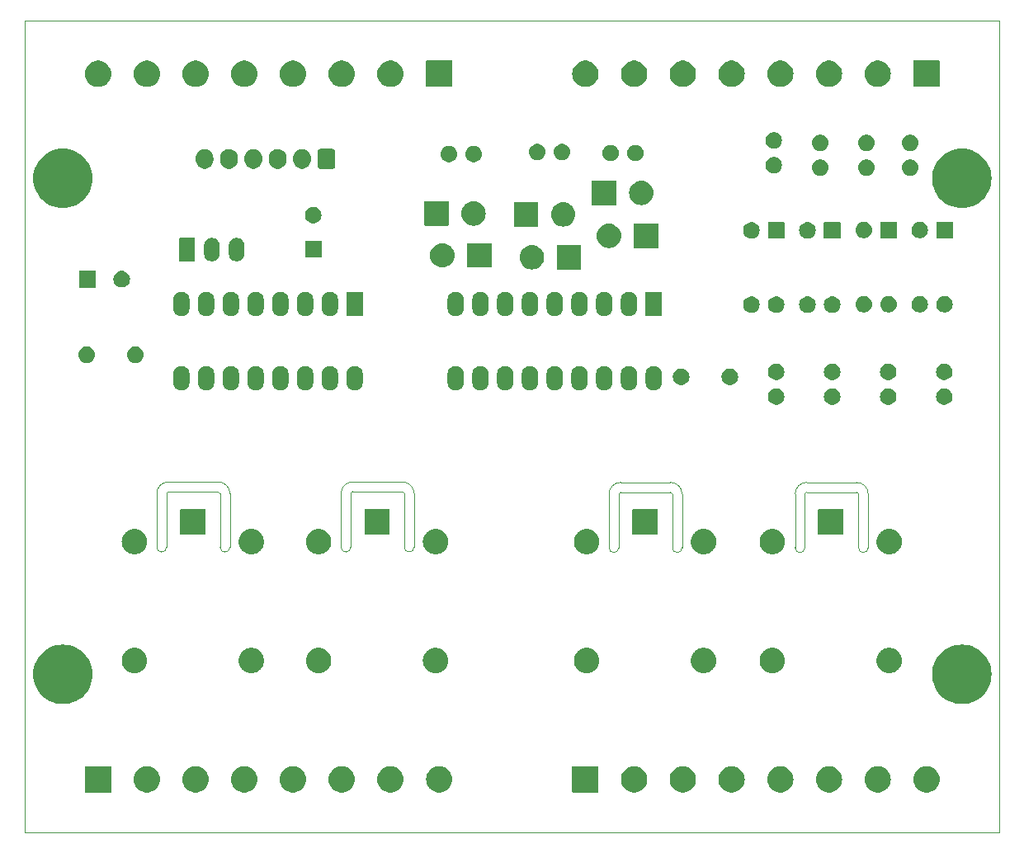
<source format=gbr>
%TF.GenerationSoftware,KiCad,Pcbnew,8.0.5*%
%TF.CreationDate,2025-03-13T21:04:31+01:00*%
%TF.ProjectId,esp32_blinds_controller,65737033-325f-4626-9c69-6e64735f636f,V0.2*%
%TF.SameCoordinates,Original*%
%TF.FileFunction,Soldermask,Top*%
%TF.FilePolarity,Negative*%
%FSLAX46Y46*%
G04 Gerber Fmt 4.6, Leading zero omitted, Abs format (unit mm)*
G04 Created by KiCad (PCBNEW 8.0.5) date 2025-03-13 21:04:31*
%MOMM*%
%LPD*%
G01*
G04 APERTURE LIST*
%TA.AperFunction,Profile*%
%ADD10C,0.050000*%
%TD*%
%TA.AperFunction,Profile*%
%ADD11C,0.120000*%
%TD*%
G04 APERTURE END LIST*
G36*
X109994517Y-132232882D02*
G01*
X110011062Y-132243938D01*
X110022118Y-132260483D01*
X110026000Y-132280000D01*
X110026000Y-134880000D01*
X110022118Y-134899517D01*
X110011062Y-134916062D01*
X109994517Y-134927118D01*
X109975000Y-134931000D01*
X107375000Y-134931000D01*
X107355483Y-134927118D01*
X107338938Y-134916062D01*
X107327882Y-134899517D01*
X107324000Y-134880000D01*
X107324000Y-132280000D01*
X107327882Y-132260483D01*
X107338938Y-132243938D01*
X107355483Y-132232882D01*
X107375000Y-132229000D01*
X109975000Y-132229000D01*
X109994517Y-132232882D01*
G37*
G36*
X159994517Y-132232882D02*
G01*
X160011062Y-132243938D01*
X160022118Y-132260483D01*
X160026000Y-132280000D01*
X160026000Y-134880000D01*
X160022118Y-134899517D01*
X160011062Y-134916062D01*
X159994517Y-134927118D01*
X159975000Y-134931000D01*
X157375000Y-134931000D01*
X157355483Y-134927118D01*
X157338938Y-134916062D01*
X157327882Y-134899517D01*
X157324000Y-134880000D01*
X157324000Y-132280000D01*
X157327882Y-132260483D01*
X157338938Y-132243938D01*
X157355483Y-132232882D01*
X157375000Y-132229000D01*
X159975000Y-132229000D01*
X159994517Y-132232882D01*
G37*
G36*
X114006651Y-132270340D02*
G01*
X114217691Y-132342790D01*
X114413927Y-132448988D01*
X114590007Y-132586037D01*
X114741129Y-132750199D01*
X114863169Y-132936995D01*
X114952799Y-133141331D01*
X115007574Y-133357633D01*
X115026000Y-133580000D01*
X115007574Y-133802367D01*
X114952799Y-134018669D01*
X114863169Y-134223005D01*
X114741129Y-134409801D01*
X114590007Y-134573963D01*
X114413927Y-134711012D01*
X114217691Y-134817210D01*
X114006651Y-134889660D01*
X113786565Y-134926386D01*
X113563435Y-134926386D01*
X113343349Y-134889660D01*
X113132309Y-134817210D01*
X112936073Y-134711012D01*
X112759993Y-134573963D01*
X112608871Y-134409801D01*
X112486831Y-134223005D01*
X112397201Y-134018669D01*
X112342426Y-133802367D01*
X112324000Y-133580000D01*
X112342426Y-133357633D01*
X112397201Y-133141331D01*
X112486831Y-132936995D01*
X112608871Y-132750199D01*
X112759993Y-132586037D01*
X112936073Y-132448988D01*
X113132309Y-132342790D01*
X113343349Y-132270340D01*
X113563435Y-132233614D01*
X113786565Y-132233614D01*
X114006651Y-132270340D01*
G37*
G36*
X119006651Y-132270340D02*
G01*
X119217691Y-132342790D01*
X119413927Y-132448988D01*
X119590007Y-132586037D01*
X119741129Y-132750199D01*
X119863169Y-132936995D01*
X119952799Y-133141331D01*
X120007574Y-133357633D01*
X120026000Y-133580000D01*
X120007574Y-133802367D01*
X119952799Y-134018669D01*
X119863169Y-134223005D01*
X119741129Y-134409801D01*
X119590007Y-134573963D01*
X119413927Y-134711012D01*
X119217691Y-134817210D01*
X119006651Y-134889660D01*
X118786565Y-134926386D01*
X118563435Y-134926386D01*
X118343349Y-134889660D01*
X118132309Y-134817210D01*
X117936073Y-134711012D01*
X117759993Y-134573963D01*
X117608871Y-134409801D01*
X117486831Y-134223005D01*
X117397201Y-134018669D01*
X117342426Y-133802367D01*
X117324000Y-133580000D01*
X117342426Y-133357633D01*
X117397201Y-133141331D01*
X117486831Y-132936995D01*
X117608871Y-132750199D01*
X117759993Y-132586037D01*
X117936073Y-132448988D01*
X118132309Y-132342790D01*
X118343349Y-132270340D01*
X118563435Y-132233614D01*
X118786565Y-132233614D01*
X119006651Y-132270340D01*
G37*
G36*
X124006651Y-132270340D02*
G01*
X124217691Y-132342790D01*
X124413927Y-132448988D01*
X124590007Y-132586037D01*
X124741129Y-132750199D01*
X124863169Y-132936995D01*
X124952799Y-133141331D01*
X125007574Y-133357633D01*
X125026000Y-133580000D01*
X125007574Y-133802367D01*
X124952799Y-134018669D01*
X124863169Y-134223005D01*
X124741129Y-134409801D01*
X124590007Y-134573963D01*
X124413927Y-134711012D01*
X124217691Y-134817210D01*
X124006651Y-134889660D01*
X123786565Y-134926386D01*
X123563435Y-134926386D01*
X123343349Y-134889660D01*
X123132309Y-134817210D01*
X122936073Y-134711012D01*
X122759993Y-134573963D01*
X122608871Y-134409801D01*
X122486831Y-134223005D01*
X122397201Y-134018669D01*
X122342426Y-133802367D01*
X122324000Y-133580000D01*
X122342426Y-133357633D01*
X122397201Y-133141331D01*
X122486831Y-132936995D01*
X122608871Y-132750199D01*
X122759993Y-132586037D01*
X122936073Y-132448988D01*
X123132309Y-132342790D01*
X123343349Y-132270340D01*
X123563435Y-132233614D01*
X123786565Y-132233614D01*
X124006651Y-132270340D01*
G37*
G36*
X129006651Y-132270340D02*
G01*
X129217691Y-132342790D01*
X129413927Y-132448988D01*
X129590007Y-132586037D01*
X129741129Y-132750199D01*
X129863169Y-132936995D01*
X129952799Y-133141331D01*
X130007574Y-133357633D01*
X130026000Y-133580000D01*
X130007574Y-133802367D01*
X129952799Y-134018669D01*
X129863169Y-134223005D01*
X129741129Y-134409801D01*
X129590007Y-134573963D01*
X129413927Y-134711012D01*
X129217691Y-134817210D01*
X129006651Y-134889660D01*
X128786565Y-134926386D01*
X128563435Y-134926386D01*
X128343349Y-134889660D01*
X128132309Y-134817210D01*
X127936073Y-134711012D01*
X127759993Y-134573963D01*
X127608871Y-134409801D01*
X127486831Y-134223005D01*
X127397201Y-134018669D01*
X127342426Y-133802367D01*
X127324000Y-133580000D01*
X127342426Y-133357633D01*
X127397201Y-133141331D01*
X127486831Y-132936995D01*
X127608871Y-132750199D01*
X127759993Y-132586037D01*
X127936073Y-132448988D01*
X128132309Y-132342790D01*
X128343349Y-132270340D01*
X128563435Y-132233614D01*
X128786565Y-132233614D01*
X129006651Y-132270340D01*
G37*
G36*
X134006651Y-132270340D02*
G01*
X134217691Y-132342790D01*
X134413927Y-132448988D01*
X134590007Y-132586037D01*
X134741129Y-132750199D01*
X134863169Y-132936995D01*
X134952799Y-133141331D01*
X135007574Y-133357633D01*
X135026000Y-133580000D01*
X135007574Y-133802367D01*
X134952799Y-134018669D01*
X134863169Y-134223005D01*
X134741129Y-134409801D01*
X134590007Y-134573963D01*
X134413927Y-134711012D01*
X134217691Y-134817210D01*
X134006651Y-134889660D01*
X133786565Y-134926386D01*
X133563435Y-134926386D01*
X133343349Y-134889660D01*
X133132309Y-134817210D01*
X132936073Y-134711012D01*
X132759993Y-134573963D01*
X132608871Y-134409801D01*
X132486831Y-134223005D01*
X132397201Y-134018669D01*
X132342426Y-133802367D01*
X132324000Y-133580000D01*
X132342426Y-133357633D01*
X132397201Y-133141331D01*
X132486831Y-132936995D01*
X132608871Y-132750199D01*
X132759993Y-132586037D01*
X132936073Y-132448988D01*
X133132309Y-132342790D01*
X133343349Y-132270340D01*
X133563435Y-132233614D01*
X133786565Y-132233614D01*
X134006651Y-132270340D01*
G37*
G36*
X139006651Y-132270340D02*
G01*
X139217691Y-132342790D01*
X139413927Y-132448988D01*
X139590007Y-132586037D01*
X139741129Y-132750199D01*
X139863169Y-132936995D01*
X139952799Y-133141331D01*
X140007574Y-133357633D01*
X140026000Y-133580000D01*
X140007574Y-133802367D01*
X139952799Y-134018669D01*
X139863169Y-134223005D01*
X139741129Y-134409801D01*
X139590007Y-134573963D01*
X139413927Y-134711012D01*
X139217691Y-134817210D01*
X139006651Y-134889660D01*
X138786565Y-134926386D01*
X138563435Y-134926386D01*
X138343349Y-134889660D01*
X138132309Y-134817210D01*
X137936073Y-134711012D01*
X137759993Y-134573963D01*
X137608871Y-134409801D01*
X137486831Y-134223005D01*
X137397201Y-134018669D01*
X137342426Y-133802367D01*
X137324000Y-133580000D01*
X137342426Y-133357633D01*
X137397201Y-133141331D01*
X137486831Y-132936995D01*
X137608871Y-132750199D01*
X137759993Y-132586037D01*
X137936073Y-132448988D01*
X138132309Y-132342790D01*
X138343349Y-132270340D01*
X138563435Y-132233614D01*
X138786565Y-132233614D01*
X139006651Y-132270340D01*
G37*
G36*
X144006651Y-132270340D02*
G01*
X144217691Y-132342790D01*
X144413927Y-132448988D01*
X144590007Y-132586037D01*
X144741129Y-132750199D01*
X144863169Y-132936995D01*
X144952799Y-133141331D01*
X145007574Y-133357633D01*
X145026000Y-133580000D01*
X145007574Y-133802367D01*
X144952799Y-134018669D01*
X144863169Y-134223005D01*
X144741129Y-134409801D01*
X144590007Y-134573963D01*
X144413927Y-134711012D01*
X144217691Y-134817210D01*
X144006651Y-134889660D01*
X143786565Y-134926386D01*
X143563435Y-134926386D01*
X143343349Y-134889660D01*
X143132309Y-134817210D01*
X142936073Y-134711012D01*
X142759993Y-134573963D01*
X142608871Y-134409801D01*
X142486831Y-134223005D01*
X142397201Y-134018669D01*
X142342426Y-133802367D01*
X142324000Y-133580000D01*
X142342426Y-133357633D01*
X142397201Y-133141331D01*
X142486831Y-132936995D01*
X142608871Y-132750199D01*
X142759993Y-132586037D01*
X142936073Y-132448988D01*
X143132309Y-132342790D01*
X143343349Y-132270340D01*
X143563435Y-132233614D01*
X143786565Y-132233614D01*
X144006651Y-132270340D01*
G37*
G36*
X164006651Y-132270340D02*
G01*
X164217691Y-132342790D01*
X164413927Y-132448988D01*
X164590007Y-132586037D01*
X164741129Y-132750199D01*
X164863169Y-132936995D01*
X164952799Y-133141331D01*
X165007574Y-133357633D01*
X165026000Y-133580000D01*
X165007574Y-133802367D01*
X164952799Y-134018669D01*
X164863169Y-134223005D01*
X164741129Y-134409801D01*
X164590007Y-134573963D01*
X164413927Y-134711012D01*
X164217691Y-134817210D01*
X164006651Y-134889660D01*
X163786565Y-134926386D01*
X163563435Y-134926386D01*
X163343349Y-134889660D01*
X163132309Y-134817210D01*
X162936073Y-134711012D01*
X162759993Y-134573963D01*
X162608871Y-134409801D01*
X162486831Y-134223005D01*
X162397201Y-134018669D01*
X162342426Y-133802367D01*
X162324000Y-133580000D01*
X162342426Y-133357633D01*
X162397201Y-133141331D01*
X162486831Y-132936995D01*
X162608871Y-132750199D01*
X162759993Y-132586037D01*
X162936073Y-132448988D01*
X163132309Y-132342790D01*
X163343349Y-132270340D01*
X163563435Y-132233614D01*
X163786565Y-132233614D01*
X164006651Y-132270340D01*
G37*
G36*
X169006651Y-132270340D02*
G01*
X169217691Y-132342790D01*
X169413927Y-132448988D01*
X169590007Y-132586037D01*
X169741129Y-132750199D01*
X169863169Y-132936995D01*
X169952799Y-133141331D01*
X170007574Y-133357633D01*
X170026000Y-133580000D01*
X170007574Y-133802367D01*
X169952799Y-134018669D01*
X169863169Y-134223005D01*
X169741129Y-134409801D01*
X169590007Y-134573963D01*
X169413927Y-134711012D01*
X169217691Y-134817210D01*
X169006651Y-134889660D01*
X168786565Y-134926386D01*
X168563435Y-134926386D01*
X168343349Y-134889660D01*
X168132309Y-134817210D01*
X167936073Y-134711012D01*
X167759993Y-134573963D01*
X167608871Y-134409801D01*
X167486831Y-134223005D01*
X167397201Y-134018669D01*
X167342426Y-133802367D01*
X167324000Y-133580000D01*
X167342426Y-133357633D01*
X167397201Y-133141331D01*
X167486831Y-132936995D01*
X167608871Y-132750199D01*
X167759993Y-132586037D01*
X167936073Y-132448988D01*
X168132309Y-132342790D01*
X168343349Y-132270340D01*
X168563435Y-132233614D01*
X168786565Y-132233614D01*
X169006651Y-132270340D01*
G37*
G36*
X174006651Y-132270340D02*
G01*
X174217691Y-132342790D01*
X174413927Y-132448988D01*
X174590007Y-132586037D01*
X174741129Y-132750199D01*
X174863169Y-132936995D01*
X174952799Y-133141331D01*
X175007574Y-133357633D01*
X175026000Y-133580000D01*
X175007574Y-133802367D01*
X174952799Y-134018669D01*
X174863169Y-134223005D01*
X174741129Y-134409801D01*
X174590007Y-134573963D01*
X174413927Y-134711012D01*
X174217691Y-134817210D01*
X174006651Y-134889660D01*
X173786565Y-134926386D01*
X173563435Y-134926386D01*
X173343349Y-134889660D01*
X173132309Y-134817210D01*
X172936073Y-134711012D01*
X172759993Y-134573963D01*
X172608871Y-134409801D01*
X172486831Y-134223005D01*
X172397201Y-134018669D01*
X172342426Y-133802367D01*
X172324000Y-133580000D01*
X172342426Y-133357633D01*
X172397201Y-133141331D01*
X172486831Y-132936995D01*
X172608871Y-132750199D01*
X172759993Y-132586037D01*
X172936073Y-132448988D01*
X173132309Y-132342790D01*
X173343349Y-132270340D01*
X173563435Y-132233614D01*
X173786565Y-132233614D01*
X174006651Y-132270340D01*
G37*
G36*
X179006651Y-132270340D02*
G01*
X179217691Y-132342790D01*
X179413927Y-132448988D01*
X179590007Y-132586037D01*
X179741129Y-132750199D01*
X179863169Y-132936995D01*
X179952799Y-133141331D01*
X180007574Y-133357633D01*
X180026000Y-133580000D01*
X180007574Y-133802367D01*
X179952799Y-134018669D01*
X179863169Y-134223005D01*
X179741129Y-134409801D01*
X179590007Y-134573963D01*
X179413927Y-134711012D01*
X179217691Y-134817210D01*
X179006651Y-134889660D01*
X178786565Y-134926386D01*
X178563435Y-134926386D01*
X178343349Y-134889660D01*
X178132309Y-134817210D01*
X177936073Y-134711012D01*
X177759993Y-134573963D01*
X177608871Y-134409801D01*
X177486831Y-134223005D01*
X177397201Y-134018669D01*
X177342426Y-133802367D01*
X177324000Y-133580000D01*
X177342426Y-133357633D01*
X177397201Y-133141331D01*
X177486831Y-132936995D01*
X177608871Y-132750199D01*
X177759993Y-132586037D01*
X177936073Y-132448988D01*
X178132309Y-132342790D01*
X178343349Y-132270340D01*
X178563435Y-132233614D01*
X178786565Y-132233614D01*
X179006651Y-132270340D01*
G37*
G36*
X184006651Y-132270340D02*
G01*
X184217691Y-132342790D01*
X184413927Y-132448988D01*
X184590007Y-132586037D01*
X184741129Y-132750199D01*
X184863169Y-132936995D01*
X184952799Y-133141331D01*
X185007574Y-133357633D01*
X185026000Y-133580000D01*
X185007574Y-133802367D01*
X184952799Y-134018669D01*
X184863169Y-134223005D01*
X184741129Y-134409801D01*
X184590007Y-134573963D01*
X184413927Y-134711012D01*
X184217691Y-134817210D01*
X184006651Y-134889660D01*
X183786565Y-134926386D01*
X183563435Y-134926386D01*
X183343349Y-134889660D01*
X183132309Y-134817210D01*
X182936073Y-134711012D01*
X182759993Y-134573963D01*
X182608871Y-134409801D01*
X182486831Y-134223005D01*
X182397201Y-134018669D01*
X182342426Y-133802367D01*
X182324000Y-133580000D01*
X182342426Y-133357633D01*
X182397201Y-133141331D01*
X182486831Y-132936995D01*
X182608871Y-132750199D01*
X182759993Y-132586037D01*
X182936073Y-132448988D01*
X183132309Y-132342790D01*
X183343349Y-132270340D01*
X183563435Y-132233614D01*
X183786565Y-132233614D01*
X184006651Y-132270340D01*
G37*
G36*
X189006651Y-132270340D02*
G01*
X189217691Y-132342790D01*
X189413927Y-132448988D01*
X189590007Y-132586037D01*
X189741129Y-132750199D01*
X189863169Y-132936995D01*
X189952799Y-133141331D01*
X190007574Y-133357633D01*
X190026000Y-133580000D01*
X190007574Y-133802367D01*
X189952799Y-134018669D01*
X189863169Y-134223005D01*
X189741129Y-134409801D01*
X189590007Y-134573963D01*
X189413927Y-134711012D01*
X189217691Y-134817210D01*
X189006651Y-134889660D01*
X188786565Y-134926386D01*
X188563435Y-134926386D01*
X188343349Y-134889660D01*
X188132309Y-134817210D01*
X187936073Y-134711012D01*
X187759993Y-134573963D01*
X187608871Y-134409801D01*
X187486831Y-134223005D01*
X187397201Y-134018669D01*
X187342426Y-133802367D01*
X187324000Y-133580000D01*
X187342426Y-133357633D01*
X187397201Y-133141331D01*
X187486831Y-132936995D01*
X187608871Y-132750199D01*
X187759993Y-132586037D01*
X187936073Y-132448988D01*
X188132309Y-132342790D01*
X188343349Y-132270340D01*
X188563435Y-132233614D01*
X188786565Y-132233614D01*
X189006651Y-132270340D01*
G37*
G36*
X194006651Y-132270340D02*
G01*
X194217691Y-132342790D01*
X194413927Y-132448988D01*
X194590007Y-132586037D01*
X194741129Y-132750199D01*
X194863169Y-132936995D01*
X194952799Y-133141331D01*
X195007574Y-133357633D01*
X195026000Y-133580000D01*
X195007574Y-133802367D01*
X194952799Y-134018669D01*
X194863169Y-134223005D01*
X194741129Y-134409801D01*
X194590007Y-134573963D01*
X194413927Y-134711012D01*
X194217691Y-134817210D01*
X194006651Y-134889660D01*
X193786565Y-134926386D01*
X193563435Y-134926386D01*
X193343349Y-134889660D01*
X193132309Y-134817210D01*
X192936073Y-134711012D01*
X192759993Y-134573963D01*
X192608871Y-134409801D01*
X192486831Y-134223005D01*
X192397201Y-134018669D01*
X192342426Y-133802367D01*
X192324000Y-133580000D01*
X192342426Y-133357633D01*
X192397201Y-133141331D01*
X192486831Y-132936995D01*
X192608871Y-132750199D01*
X192759993Y-132586037D01*
X192936073Y-132448988D01*
X193132309Y-132342790D01*
X193343349Y-132270340D01*
X193563435Y-132233614D01*
X193786565Y-132233614D01*
X194006651Y-132270340D01*
G37*
G36*
X105391604Y-119768184D02*
G01*
X105728911Y-119825495D01*
X106057681Y-119920212D01*
X106373779Y-120051144D01*
X106673230Y-120216644D01*
X106952267Y-120414632D01*
X107207383Y-120642617D01*
X107435368Y-120897733D01*
X107633356Y-121176770D01*
X107798856Y-121476221D01*
X107929788Y-121792319D01*
X108024505Y-122121089D01*
X108081816Y-122458396D01*
X108101000Y-122800000D01*
X108081816Y-123141604D01*
X108024505Y-123478911D01*
X107929788Y-123807681D01*
X107798856Y-124123779D01*
X107633356Y-124423230D01*
X107435368Y-124702267D01*
X107207383Y-124957383D01*
X106952267Y-125185368D01*
X106673230Y-125383356D01*
X106373779Y-125548856D01*
X106057681Y-125679788D01*
X105728911Y-125774505D01*
X105391604Y-125831816D01*
X105050000Y-125851000D01*
X104708396Y-125831816D01*
X104371089Y-125774505D01*
X104042319Y-125679788D01*
X103726221Y-125548856D01*
X103426770Y-125383356D01*
X103147733Y-125185368D01*
X102892617Y-124957383D01*
X102664632Y-124702267D01*
X102466644Y-124423230D01*
X102301144Y-124123779D01*
X102170212Y-123807681D01*
X102075495Y-123478911D01*
X102018184Y-123141604D01*
X101999000Y-122800000D01*
X102018184Y-122458396D01*
X102075495Y-122121089D01*
X102170212Y-121792319D01*
X102301144Y-121476221D01*
X102466644Y-121176770D01*
X102664632Y-120897733D01*
X102892617Y-120642617D01*
X103147733Y-120414632D01*
X103426770Y-120216644D01*
X103726221Y-120051144D01*
X104042319Y-119920212D01*
X104371089Y-119825495D01*
X104708396Y-119768184D01*
X105050000Y-119749000D01*
X105391604Y-119768184D01*
G37*
G36*
X197641604Y-119768184D02*
G01*
X197978911Y-119825495D01*
X198307681Y-119920212D01*
X198623779Y-120051144D01*
X198923230Y-120216644D01*
X199202267Y-120414632D01*
X199457383Y-120642617D01*
X199685368Y-120897733D01*
X199883356Y-121176770D01*
X200048856Y-121476221D01*
X200179788Y-121792319D01*
X200274505Y-122121089D01*
X200331816Y-122458396D01*
X200351000Y-122800000D01*
X200331816Y-123141604D01*
X200274505Y-123478911D01*
X200179788Y-123807681D01*
X200048856Y-124123779D01*
X199883356Y-124423230D01*
X199685368Y-124702267D01*
X199457383Y-124957383D01*
X199202267Y-125185368D01*
X198923230Y-125383356D01*
X198623779Y-125548856D01*
X198307681Y-125679788D01*
X197978911Y-125774505D01*
X197641604Y-125831816D01*
X197300000Y-125851000D01*
X196958396Y-125831816D01*
X196621089Y-125774505D01*
X196292319Y-125679788D01*
X195976221Y-125548856D01*
X195676770Y-125383356D01*
X195397733Y-125185368D01*
X195142617Y-124957383D01*
X194914632Y-124702267D01*
X194716644Y-124423230D01*
X194551144Y-124123779D01*
X194420212Y-123807681D01*
X194325495Y-123478911D01*
X194268184Y-123141604D01*
X194249000Y-122800000D01*
X194268184Y-122458396D01*
X194325495Y-122121089D01*
X194420212Y-121792319D01*
X194551144Y-121476221D01*
X194716644Y-121176770D01*
X194914632Y-120897733D01*
X195142617Y-120642617D01*
X195397733Y-120414632D01*
X195676770Y-120216644D01*
X195976221Y-120051144D01*
X196292319Y-119920212D01*
X196621089Y-119825495D01*
X196958396Y-119768184D01*
X197300000Y-119749000D01*
X197641604Y-119768184D01*
G37*
G36*
X112452738Y-120076114D02*
G01*
X112507422Y-120076114D01*
X112567691Y-120086171D01*
X112625916Y-120091265D01*
X112671638Y-120103516D01*
X112719333Y-120111475D01*
X112783313Y-120133439D01*
X112844968Y-120149960D01*
X112882736Y-120167571D01*
X112922536Y-120181235D01*
X112987922Y-120216620D01*
X113050500Y-120245801D01*
X113079961Y-120266430D01*
X113111487Y-120283491D01*
X113175661Y-120333439D01*
X113236267Y-120375876D01*
X113257625Y-120397234D01*
X113281029Y-120415450D01*
X113341154Y-120480763D01*
X113396624Y-120536233D01*
X113410624Y-120556228D01*
X113426532Y-120573508D01*
X113479603Y-120654740D01*
X113526699Y-120722000D01*
X113534560Y-120738858D01*
X113544045Y-120753376D01*
X113587094Y-120851519D01*
X113622540Y-120927532D01*
X113625841Y-120939851D01*
X113630346Y-120950122D01*
X113660513Y-121069252D01*
X113681235Y-121146584D01*
X113681835Y-121153449D01*
X113683087Y-121158391D01*
X113697748Y-121335339D01*
X113701000Y-121372500D01*
X113697748Y-121409663D01*
X113683087Y-121586608D01*
X113681835Y-121591548D01*
X113681235Y-121598416D01*
X113660509Y-121675765D01*
X113630346Y-121794877D01*
X113625841Y-121805145D01*
X113622540Y-121817468D01*
X113587087Y-121893496D01*
X113544045Y-121991623D01*
X113534561Y-122006138D01*
X113526699Y-122023000D01*
X113479593Y-122090273D01*
X113426532Y-122171491D01*
X113410627Y-122188767D01*
X113396624Y-122208767D01*
X113341142Y-122264248D01*
X113281029Y-122329549D01*
X113257629Y-122347761D01*
X113236267Y-122369124D01*
X113175648Y-122411569D01*
X113111487Y-122461508D01*
X113079967Y-122478565D01*
X113050500Y-122499199D01*
X112987908Y-122528385D01*
X112922536Y-122563764D01*
X112882744Y-122577424D01*
X112844968Y-122595040D01*
X112783300Y-122611563D01*
X112719333Y-122633524D01*
X112671646Y-122641481D01*
X112625916Y-122653735D01*
X112567688Y-122658829D01*
X112507422Y-122668886D01*
X112452738Y-122668886D01*
X112400000Y-122673500D01*
X112347262Y-122668886D01*
X112292578Y-122668886D01*
X112232311Y-122658829D01*
X112174084Y-122653735D01*
X112128355Y-122641481D01*
X112080666Y-122633524D01*
X112016694Y-122611562D01*
X111955032Y-122595040D01*
X111917257Y-122577425D01*
X111877463Y-122563764D01*
X111812083Y-122528382D01*
X111749500Y-122499199D01*
X111720035Y-122478567D01*
X111688512Y-122461508D01*
X111624341Y-122411562D01*
X111563733Y-122369124D01*
X111542373Y-122347764D01*
X111518970Y-122329549D01*
X111458844Y-122264235D01*
X111403376Y-122208767D01*
X111389375Y-122188772D01*
X111373467Y-122171491D01*
X111320391Y-122090252D01*
X111273301Y-122023000D01*
X111265440Y-122006143D01*
X111255954Y-121991623D01*
X111212895Y-121893460D01*
X111177460Y-121817468D01*
X111174159Y-121805151D01*
X111169653Y-121794877D01*
X111139472Y-121675697D01*
X111118765Y-121598416D01*
X111118164Y-121591554D01*
X111116912Y-121586608D01*
X111102232Y-121409447D01*
X111099000Y-121372500D01*
X111102232Y-121335555D01*
X111116912Y-121158391D01*
X111118164Y-121153443D01*
X111118765Y-121146584D01*
X111139467Y-121069320D01*
X111169653Y-120950122D01*
X111174160Y-120939846D01*
X111177460Y-120927532D01*
X111212888Y-120851555D01*
X111255954Y-120753376D01*
X111265442Y-120738852D01*
X111273301Y-120722000D01*
X111320381Y-120654761D01*
X111373467Y-120573508D01*
X111389378Y-120556223D01*
X111403376Y-120536233D01*
X111458833Y-120480775D01*
X111518970Y-120415450D01*
X111542378Y-120397230D01*
X111563733Y-120375876D01*
X111624328Y-120333446D01*
X111688512Y-120283491D01*
X111720041Y-120266427D01*
X111749500Y-120245801D01*
X111812070Y-120216623D01*
X111877463Y-120181235D01*
X111917265Y-120167570D01*
X111955032Y-120149960D01*
X112016681Y-120133441D01*
X112080666Y-120111475D01*
X112128362Y-120103516D01*
X112174084Y-120091265D01*
X112232307Y-120086171D01*
X112292578Y-120076114D01*
X112347262Y-120076114D01*
X112400000Y-120071500D01*
X112452738Y-120076114D01*
G37*
G36*
X124452738Y-120076114D02*
G01*
X124507422Y-120076114D01*
X124567691Y-120086171D01*
X124625916Y-120091265D01*
X124671638Y-120103516D01*
X124719333Y-120111475D01*
X124783313Y-120133439D01*
X124844968Y-120149960D01*
X124882736Y-120167571D01*
X124922536Y-120181235D01*
X124987922Y-120216620D01*
X125050500Y-120245801D01*
X125079961Y-120266430D01*
X125111487Y-120283491D01*
X125175661Y-120333439D01*
X125236267Y-120375876D01*
X125257625Y-120397234D01*
X125281029Y-120415450D01*
X125341154Y-120480763D01*
X125396624Y-120536233D01*
X125410624Y-120556228D01*
X125426532Y-120573508D01*
X125479603Y-120654740D01*
X125526699Y-120722000D01*
X125534560Y-120738858D01*
X125544045Y-120753376D01*
X125587094Y-120851519D01*
X125622540Y-120927532D01*
X125625841Y-120939851D01*
X125630346Y-120950122D01*
X125660513Y-121069252D01*
X125681235Y-121146584D01*
X125681835Y-121153449D01*
X125683087Y-121158391D01*
X125697748Y-121335339D01*
X125701000Y-121372500D01*
X125697748Y-121409663D01*
X125683087Y-121586608D01*
X125681835Y-121591548D01*
X125681235Y-121598416D01*
X125660509Y-121675765D01*
X125630346Y-121794877D01*
X125625841Y-121805145D01*
X125622540Y-121817468D01*
X125587087Y-121893496D01*
X125544045Y-121991623D01*
X125534561Y-122006138D01*
X125526699Y-122023000D01*
X125479593Y-122090273D01*
X125426532Y-122171491D01*
X125410627Y-122188767D01*
X125396624Y-122208767D01*
X125341142Y-122264248D01*
X125281029Y-122329549D01*
X125257629Y-122347761D01*
X125236267Y-122369124D01*
X125175648Y-122411569D01*
X125111487Y-122461508D01*
X125079967Y-122478565D01*
X125050500Y-122499199D01*
X124987908Y-122528385D01*
X124922536Y-122563764D01*
X124882744Y-122577424D01*
X124844968Y-122595040D01*
X124783300Y-122611563D01*
X124719333Y-122633524D01*
X124671646Y-122641481D01*
X124625916Y-122653735D01*
X124567688Y-122658829D01*
X124507422Y-122668886D01*
X124452738Y-122668886D01*
X124400000Y-122673500D01*
X124347262Y-122668886D01*
X124292578Y-122668886D01*
X124232311Y-122658829D01*
X124174084Y-122653735D01*
X124128355Y-122641481D01*
X124080666Y-122633524D01*
X124016694Y-122611562D01*
X123955032Y-122595040D01*
X123917257Y-122577425D01*
X123877463Y-122563764D01*
X123812083Y-122528382D01*
X123749500Y-122499199D01*
X123720035Y-122478567D01*
X123688512Y-122461508D01*
X123624341Y-122411562D01*
X123563733Y-122369124D01*
X123542373Y-122347764D01*
X123518970Y-122329549D01*
X123458844Y-122264235D01*
X123403376Y-122208767D01*
X123389375Y-122188772D01*
X123373467Y-122171491D01*
X123320391Y-122090252D01*
X123273301Y-122023000D01*
X123265440Y-122006143D01*
X123255954Y-121991623D01*
X123212895Y-121893460D01*
X123177460Y-121817468D01*
X123174159Y-121805151D01*
X123169653Y-121794877D01*
X123139472Y-121675697D01*
X123118765Y-121598416D01*
X123118164Y-121591554D01*
X123116912Y-121586608D01*
X123102232Y-121409447D01*
X123099000Y-121372500D01*
X123102232Y-121335555D01*
X123116912Y-121158391D01*
X123118164Y-121153443D01*
X123118765Y-121146584D01*
X123139467Y-121069320D01*
X123169653Y-120950122D01*
X123174160Y-120939846D01*
X123177460Y-120927532D01*
X123212888Y-120851555D01*
X123255954Y-120753376D01*
X123265442Y-120738852D01*
X123273301Y-120722000D01*
X123320381Y-120654761D01*
X123373467Y-120573508D01*
X123389378Y-120556223D01*
X123403376Y-120536233D01*
X123458833Y-120480775D01*
X123518970Y-120415450D01*
X123542378Y-120397230D01*
X123563733Y-120375876D01*
X123624328Y-120333446D01*
X123688512Y-120283491D01*
X123720041Y-120266427D01*
X123749500Y-120245801D01*
X123812070Y-120216623D01*
X123877463Y-120181235D01*
X123917265Y-120167570D01*
X123955032Y-120149960D01*
X124016681Y-120133441D01*
X124080666Y-120111475D01*
X124128362Y-120103516D01*
X124174084Y-120091265D01*
X124232307Y-120086171D01*
X124292578Y-120076114D01*
X124347262Y-120076114D01*
X124400000Y-120071500D01*
X124452738Y-120076114D01*
G37*
G36*
X131352738Y-120076114D02*
G01*
X131407422Y-120076114D01*
X131467691Y-120086171D01*
X131525916Y-120091265D01*
X131571638Y-120103516D01*
X131619333Y-120111475D01*
X131683313Y-120133439D01*
X131744968Y-120149960D01*
X131782736Y-120167571D01*
X131822536Y-120181235D01*
X131887922Y-120216620D01*
X131950500Y-120245801D01*
X131979961Y-120266430D01*
X132011487Y-120283491D01*
X132075661Y-120333439D01*
X132136267Y-120375876D01*
X132157625Y-120397234D01*
X132181029Y-120415450D01*
X132241154Y-120480763D01*
X132296624Y-120536233D01*
X132310624Y-120556228D01*
X132326532Y-120573508D01*
X132379603Y-120654740D01*
X132426699Y-120722000D01*
X132434560Y-120738858D01*
X132444045Y-120753376D01*
X132487094Y-120851519D01*
X132522540Y-120927532D01*
X132525841Y-120939851D01*
X132530346Y-120950122D01*
X132560513Y-121069252D01*
X132581235Y-121146584D01*
X132581835Y-121153449D01*
X132583087Y-121158391D01*
X132597748Y-121335339D01*
X132601000Y-121372500D01*
X132597748Y-121409663D01*
X132583087Y-121586608D01*
X132581835Y-121591548D01*
X132581235Y-121598416D01*
X132560509Y-121675765D01*
X132530346Y-121794877D01*
X132525841Y-121805145D01*
X132522540Y-121817468D01*
X132487087Y-121893496D01*
X132444045Y-121991623D01*
X132434561Y-122006138D01*
X132426699Y-122023000D01*
X132379593Y-122090273D01*
X132326532Y-122171491D01*
X132310627Y-122188767D01*
X132296624Y-122208767D01*
X132241142Y-122264248D01*
X132181029Y-122329549D01*
X132157629Y-122347761D01*
X132136267Y-122369124D01*
X132075648Y-122411569D01*
X132011487Y-122461508D01*
X131979967Y-122478565D01*
X131950500Y-122499199D01*
X131887908Y-122528385D01*
X131822536Y-122563764D01*
X131782744Y-122577424D01*
X131744968Y-122595040D01*
X131683300Y-122611563D01*
X131619333Y-122633524D01*
X131571646Y-122641481D01*
X131525916Y-122653735D01*
X131467688Y-122658829D01*
X131407422Y-122668886D01*
X131352738Y-122668886D01*
X131300000Y-122673500D01*
X131247262Y-122668886D01*
X131192578Y-122668886D01*
X131132311Y-122658829D01*
X131074084Y-122653735D01*
X131028355Y-122641481D01*
X130980666Y-122633524D01*
X130916694Y-122611562D01*
X130855032Y-122595040D01*
X130817257Y-122577425D01*
X130777463Y-122563764D01*
X130712083Y-122528382D01*
X130649500Y-122499199D01*
X130620035Y-122478567D01*
X130588512Y-122461508D01*
X130524341Y-122411562D01*
X130463733Y-122369124D01*
X130442373Y-122347764D01*
X130418970Y-122329549D01*
X130358844Y-122264235D01*
X130303376Y-122208767D01*
X130289375Y-122188772D01*
X130273467Y-122171491D01*
X130220391Y-122090252D01*
X130173301Y-122023000D01*
X130165440Y-122006143D01*
X130155954Y-121991623D01*
X130112895Y-121893460D01*
X130077460Y-121817468D01*
X130074159Y-121805151D01*
X130069653Y-121794877D01*
X130039472Y-121675697D01*
X130018765Y-121598416D01*
X130018164Y-121591554D01*
X130016912Y-121586608D01*
X130002232Y-121409447D01*
X129999000Y-121372500D01*
X130002232Y-121335555D01*
X130016912Y-121158391D01*
X130018164Y-121153443D01*
X130018765Y-121146584D01*
X130039467Y-121069320D01*
X130069653Y-120950122D01*
X130074160Y-120939846D01*
X130077460Y-120927532D01*
X130112888Y-120851555D01*
X130155954Y-120753376D01*
X130165442Y-120738852D01*
X130173301Y-120722000D01*
X130220381Y-120654761D01*
X130273467Y-120573508D01*
X130289378Y-120556223D01*
X130303376Y-120536233D01*
X130358833Y-120480775D01*
X130418970Y-120415450D01*
X130442378Y-120397230D01*
X130463733Y-120375876D01*
X130524328Y-120333446D01*
X130588512Y-120283491D01*
X130620041Y-120266427D01*
X130649500Y-120245801D01*
X130712070Y-120216623D01*
X130777463Y-120181235D01*
X130817265Y-120167570D01*
X130855032Y-120149960D01*
X130916681Y-120133441D01*
X130980666Y-120111475D01*
X131028362Y-120103516D01*
X131074084Y-120091265D01*
X131132307Y-120086171D01*
X131192578Y-120076114D01*
X131247262Y-120076114D01*
X131300000Y-120071500D01*
X131352738Y-120076114D01*
G37*
G36*
X143352738Y-120076114D02*
G01*
X143407422Y-120076114D01*
X143467691Y-120086171D01*
X143525916Y-120091265D01*
X143571638Y-120103516D01*
X143619333Y-120111475D01*
X143683313Y-120133439D01*
X143744968Y-120149960D01*
X143782736Y-120167571D01*
X143822536Y-120181235D01*
X143887922Y-120216620D01*
X143950500Y-120245801D01*
X143979961Y-120266430D01*
X144011487Y-120283491D01*
X144075661Y-120333439D01*
X144136267Y-120375876D01*
X144157625Y-120397234D01*
X144181029Y-120415450D01*
X144241154Y-120480763D01*
X144296624Y-120536233D01*
X144310624Y-120556228D01*
X144326532Y-120573508D01*
X144379603Y-120654740D01*
X144426699Y-120722000D01*
X144434560Y-120738858D01*
X144444045Y-120753376D01*
X144487094Y-120851519D01*
X144522540Y-120927532D01*
X144525841Y-120939851D01*
X144530346Y-120950122D01*
X144560513Y-121069252D01*
X144581235Y-121146584D01*
X144581835Y-121153449D01*
X144583087Y-121158391D01*
X144597748Y-121335339D01*
X144601000Y-121372500D01*
X144597748Y-121409663D01*
X144583087Y-121586608D01*
X144581835Y-121591548D01*
X144581235Y-121598416D01*
X144560509Y-121675765D01*
X144530346Y-121794877D01*
X144525841Y-121805145D01*
X144522540Y-121817468D01*
X144487087Y-121893496D01*
X144444045Y-121991623D01*
X144434561Y-122006138D01*
X144426699Y-122023000D01*
X144379593Y-122090273D01*
X144326532Y-122171491D01*
X144310627Y-122188767D01*
X144296624Y-122208767D01*
X144241142Y-122264248D01*
X144181029Y-122329549D01*
X144157629Y-122347761D01*
X144136267Y-122369124D01*
X144075648Y-122411569D01*
X144011487Y-122461508D01*
X143979967Y-122478565D01*
X143950500Y-122499199D01*
X143887908Y-122528385D01*
X143822536Y-122563764D01*
X143782744Y-122577424D01*
X143744968Y-122595040D01*
X143683300Y-122611563D01*
X143619333Y-122633524D01*
X143571646Y-122641481D01*
X143525916Y-122653735D01*
X143467688Y-122658829D01*
X143407422Y-122668886D01*
X143352738Y-122668886D01*
X143300000Y-122673500D01*
X143247262Y-122668886D01*
X143192578Y-122668886D01*
X143132311Y-122658829D01*
X143074084Y-122653735D01*
X143028355Y-122641481D01*
X142980666Y-122633524D01*
X142916694Y-122611562D01*
X142855032Y-122595040D01*
X142817257Y-122577425D01*
X142777463Y-122563764D01*
X142712083Y-122528382D01*
X142649500Y-122499199D01*
X142620035Y-122478567D01*
X142588512Y-122461508D01*
X142524341Y-122411562D01*
X142463733Y-122369124D01*
X142442373Y-122347764D01*
X142418970Y-122329549D01*
X142358844Y-122264235D01*
X142303376Y-122208767D01*
X142289375Y-122188772D01*
X142273467Y-122171491D01*
X142220391Y-122090252D01*
X142173301Y-122023000D01*
X142165440Y-122006143D01*
X142155954Y-121991623D01*
X142112895Y-121893460D01*
X142077460Y-121817468D01*
X142074159Y-121805151D01*
X142069653Y-121794877D01*
X142039472Y-121675697D01*
X142018765Y-121598416D01*
X142018164Y-121591554D01*
X142016912Y-121586608D01*
X142002232Y-121409447D01*
X141999000Y-121372500D01*
X142002232Y-121335555D01*
X142016912Y-121158391D01*
X142018164Y-121153443D01*
X142018765Y-121146584D01*
X142039467Y-121069320D01*
X142069653Y-120950122D01*
X142074160Y-120939846D01*
X142077460Y-120927532D01*
X142112888Y-120851555D01*
X142155954Y-120753376D01*
X142165442Y-120738852D01*
X142173301Y-120722000D01*
X142220381Y-120654761D01*
X142273467Y-120573508D01*
X142289378Y-120556223D01*
X142303376Y-120536233D01*
X142358833Y-120480775D01*
X142418970Y-120415450D01*
X142442378Y-120397230D01*
X142463733Y-120375876D01*
X142524328Y-120333446D01*
X142588512Y-120283491D01*
X142620041Y-120266427D01*
X142649500Y-120245801D01*
X142712070Y-120216623D01*
X142777463Y-120181235D01*
X142817265Y-120167570D01*
X142855032Y-120149960D01*
X142916681Y-120133441D01*
X142980666Y-120111475D01*
X143028362Y-120103516D01*
X143074084Y-120091265D01*
X143132307Y-120086171D01*
X143192578Y-120076114D01*
X143247262Y-120076114D01*
X143300000Y-120071500D01*
X143352738Y-120076114D01*
G37*
G36*
X158852738Y-120076114D02*
G01*
X158907422Y-120076114D01*
X158967691Y-120086171D01*
X159025916Y-120091265D01*
X159071638Y-120103516D01*
X159119333Y-120111475D01*
X159183313Y-120133439D01*
X159244968Y-120149960D01*
X159282736Y-120167571D01*
X159322536Y-120181235D01*
X159387922Y-120216620D01*
X159450500Y-120245801D01*
X159479961Y-120266430D01*
X159511487Y-120283491D01*
X159575661Y-120333439D01*
X159636267Y-120375876D01*
X159657625Y-120397234D01*
X159681029Y-120415450D01*
X159741154Y-120480763D01*
X159796624Y-120536233D01*
X159810624Y-120556228D01*
X159826532Y-120573508D01*
X159879603Y-120654740D01*
X159926699Y-120722000D01*
X159934560Y-120738858D01*
X159944045Y-120753376D01*
X159987094Y-120851519D01*
X160022540Y-120927532D01*
X160025841Y-120939851D01*
X160030346Y-120950122D01*
X160060513Y-121069252D01*
X160081235Y-121146584D01*
X160081835Y-121153449D01*
X160083087Y-121158391D01*
X160097748Y-121335339D01*
X160101000Y-121372500D01*
X160097748Y-121409663D01*
X160083087Y-121586608D01*
X160081835Y-121591548D01*
X160081235Y-121598416D01*
X160060509Y-121675765D01*
X160030346Y-121794877D01*
X160025841Y-121805145D01*
X160022540Y-121817468D01*
X159987087Y-121893496D01*
X159944045Y-121991623D01*
X159934561Y-122006138D01*
X159926699Y-122023000D01*
X159879593Y-122090273D01*
X159826532Y-122171491D01*
X159810627Y-122188767D01*
X159796624Y-122208767D01*
X159741142Y-122264248D01*
X159681029Y-122329549D01*
X159657629Y-122347761D01*
X159636267Y-122369124D01*
X159575648Y-122411569D01*
X159511487Y-122461508D01*
X159479967Y-122478565D01*
X159450500Y-122499199D01*
X159387908Y-122528385D01*
X159322536Y-122563764D01*
X159282744Y-122577424D01*
X159244968Y-122595040D01*
X159183300Y-122611563D01*
X159119333Y-122633524D01*
X159071646Y-122641481D01*
X159025916Y-122653735D01*
X158967688Y-122658829D01*
X158907422Y-122668886D01*
X158852738Y-122668886D01*
X158800000Y-122673500D01*
X158747262Y-122668886D01*
X158692578Y-122668886D01*
X158632311Y-122658829D01*
X158574084Y-122653735D01*
X158528355Y-122641481D01*
X158480666Y-122633524D01*
X158416694Y-122611562D01*
X158355032Y-122595040D01*
X158317257Y-122577425D01*
X158277463Y-122563764D01*
X158212083Y-122528382D01*
X158149500Y-122499199D01*
X158120035Y-122478567D01*
X158088512Y-122461508D01*
X158024341Y-122411562D01*
X157963733Y-122369124D01*
X157942373Y-122347764D01*
X157918970Y-122329549D01*
X157858844Y-122264235D01*
X157803376Y-122208767D01*
X157789375Y-122188772D01*
X157773467Y-122171491D01*
X157720391Y-122090252D01*
X157673301Y-122023000D01*
X157665440Y-122006143D01*
X157655954Y-121991623D01*
X157612895Y-121893460D01*
X157577460Y-121817468D01*
X157574159Y-121805151D01*
X157569653Y-121794877D01*
X157539472Y-121675697D01*
X157518765Y-121598416D01*
X157518164Y-121591554D01*
X157516912Y-121586608D01*
X157502232Y-121409447D01*
X157499000Y-121372500D01*
X157502232Y-121335555D01*
X157516912Y-121158391D01*
X157518164Y-121153443D01*
X157518765Y-121146584D01*
X157539467Y-121069320D01*
X157569653Y-120950122D01*
X157574160Y-120939846D01*
X157577460Y-120927532D01*
X157612888Y-120851555D01*
X157655954Y-120753376D01*
X157665442Y-120738852D01*
X157673301Y-120722000D01*
X157720381Y-120654761D01*
X157773467Y-120573508D01*
X157789378Y-120556223D01*
X157803376Y-120536233D01*
X157858833Y-120480775D01*
X157918970Y-120415450D01*
X157942378Y-120397230D01*
X157963733Y-120375876D01*
X158024328Y-120333446D01*
X158088512Y-120283491D01*
X158120041Y-120266427D01*
X158149500Y-120245801D01*
X158212070Y-120216623D01*
X158277463Y-120181235D01*
X158317265Y-120167570D01*
X158355032Y-120149960D01*
X158416681Y-120133441D01*
X158480666Y-120111475D01*
X158528362Y-120103516D01*
X158574084Y-120091265D01*
X158632307Y-120086171D01*
X158692578Y-120076114D01*
X158747262Y-120076114D01*
X158800000Y-120071500D01*
X158852738Y-120076114D01*
G37*
G36*
X170852738Y-120076114D02*
G01*
X170907422Y-120076114D01*
X170967691Y-120086171D01*
X171025916Y-120091265D01*
X171071638Y-120103516D01*
X171119333Y-120111475D01*
X171183313Y-120133439D01*
X171244968Y-120149960D01*
X171282736Y-120167571D01*
X171322536Y-120181235D01*
X171387922Y-120216620D01*
X171450500Y-120245801D01*
X171479961Y-120266430D01*
X171511487Y-120283491D01*
X171575661Y-120333439D01*
X171636267Y-120375876D01*
X171657625Y-120397234D01*
X171681029Y-120415450D01*
X171741154Y-120480763D01*
X171796624Y-120536233D01*
X171810624Y-120556228D01*
X171826532Y-120573508D01*
X171879603Y-120654740D01*
X171926699Y-120722000D01*
X171934560Y-120738858D01*
X171944045Y-120753376D01*
X171987094Y-120851519D01*
X172022540Y-120927532D01*
X172025841Y-120939851D01*
X172030346Y-120950122D01*
X172060513Y-121069252D01*
X172081235Y-121146584D01*
X172081835Y-121153449D01*
X172083087Y-121158391D01*
X172097748Y-121335339D01*
X172101000Y-121372500D01*
X172097748Y-121409663D01*
X172083087Y-121586608D01*
X172081835Y-121591548D01*
X172081235Y-121598416D01*
X172060509Y-121675765D01*
X172030346Y-121794877D01*
X172025841Y-121805145D01*
X172022540Y-121817468D01*
X171987087Y-121893496D01*
X171944045Y-121991623D01*
X171934561Y-122006138D01*
X171926699Y-122023000D01*
X171879593Y-122090273D01*
X171826532Y-122171491D01*
X171810627Y-122188767D01*
X171796624Y-122208767D01*
X171741142Y-122264248D01*
X171681029Y-122329549D01*
X171657629Y-122347761D01*
X171636267Y-122369124D01*
X171575648Y-122411569D01*
X171511487Y-122461508D01*
X171479967Y-122478565D01*
X171450500Y-122499199D01*
X171387908Y-122528385D01*
X171322536Y-122563764D01*
X171282744Y-122577424D01*
X171244968Y-122595040D01*
X171183300Y-122611563D01*
X171119333Y-122633524D01*
X171071646Y-122641481D01*
X171025916Y-122653735D01*
X170967688Y-122658829D01*
X170907422Y-122668886D01*
X170852738Y-122668886D01*
X170800000Y-122673500D01*
X170747262Y-122668886D01*
X170692578Y-122668886D01*
X170632311Y-122658829D01*
X170574084Y-122653735D01*
X170528355Y-122641481D01*
X170480666Y-122633524D01*
X170416694Y-122611562D01*
X170355032Y-122595040D01*
X170317257Y-122577425D01*
X170277463Y-122563764D01*
X170212083Y-122528382D01*
X170149500Y-122499199D01*
X170120035Y-122478567D01*
X170088512Y-122461508D01*
X170024341Y-122411562D01*
X169963733Y-122369124D01*
X169942373Y-122347764D01*
X169918970Y-122329549D01*
X169858844Y-122264235D01*
X169803376Y-122208767D01*
X169789375Y-122188772D01*
X169773467Y-122171491D01*
X169720391Y-122090252D01*
X169673301Y-122023000D01*
X169665440Y-122006143D01*
X169655954Y-121991623D01*
X169612895Y-121893460D01*
X169577460Y-121817468D01*
X169574159Y-121805151D01*
X169569653Y-121794877D01*
X169539472Y-121675697D01*
X169518765Y-121598416D01*
X169518164Y-121591554D01*
X169516912Y-121586608D01*
X169502232Y-121409447D01*
X169499000Y-121372500D01*
X169502232Y-121335555D01*
X169516912Y-121158391D01*
X169518164Y-121153443D01*
X169518765Y-121146584D01*
X169539467Y-121069320D01*
X169569653Y-120950122D01*
X169574160Y-120939846D01*
X169577460Y-120927532D01*
X169612888Y-120851555D01*
X169655954Y-120753376D01*
X169665442Y-120738852D01*
X169673301Y-120722000D01*
X169720381Y-120654761D01*
X169773467Y-120573508D01*
X169789378Y-120556223D01*
X169803376Y-120536233D01*
X169858833Y-120480775D01*
X169918970Y-120415450D01*
X169942378Y-120397230D01*
X169963733Y-120375876D01*
X170024328Y-120333446D01*
X170088512Y-120283491D01*
X170120041Y-120266427D01*
X170149500Y-120245801D01*
X170212070Y-120216623D01*
X170277463Y-120181235D01*
X170317265Y-120167570D01*
X170355032Y-120149960D01*
X170416681Y-120133441D01*
X170480666Y-120111475D01*
X170528362Y-120103516D01*
X170574084Y-120091265D01*
X170632307Y-120086171D01*
X170692578Y-120076114D01*
X170747262Y-120076114D01*
X170800000Y-120071500D01*
X170852738Y-120076114D01*
G37*
G36*
X177902738Y-120076114D02*
G01*
X177957422Y-120076114D01*
X178017691Y-120086171D01*
X178075916Y-120091265D01*
X178121638Y-120103516D01*
X178169333Y-120111475D01*
X178233313Y-120133439D01*
X178294968Y-120149960D01*
X178332736Y-120167571D01*
X178372536Y-120181235D01*
X178437922Y-120216620D01*
X178500500Y-120245801D01*
X178529961Y-120266430D01*
X178561487Y-120283491D01*
X178625661Y-120333439D01*
X178686267Y-120375876D01*
X178707625Y-120397234D01*
X178731029Y-120415450D01*
X178791154Y-120480763D01*
X178846624Y-120536233D01*
X178860624Y-120556228D01*
X178876532Y-120573508D01*
X178929603Y-120654740D01*
X178976699Y-120722000D01*
X178984560Y-120738858D01*
X178994045Y-120753376D01*
X179037094Y-120851519D01*
X179072540Y-120927532D01*
X179075841Y-120939851D01*
X179080346Y-120950122D01*
X179110513Y-121069252D01*
X179131235Y-121146584D01*
X179131835Y-121153449D01*
X179133087Y-121158391D01*
X179147748Y-121335339D01*
X179151000Y-121372500D01*
X179147748Y-121409663D01*
X179133087Y-121586608D01*
X179131835Y-121591548D01*
X179131235Y-121598416D01*
X179110509Y-121675765D01*
X179080346Y-121794877D01*
X179075841Y-121805145D01*
X179072540Y-121817468D01*
X179037087Y-121893496D01*
X178994045Y-121991623D01*
X178984561Y-122006138D01*
X178976699Y-122023000D01*
X178929593Y-122090273D01*
X178876532Y-122171491D01*
X178860627Y-122188767D01*
X178846624Y-122208767D01*
X178791142Y-122264248D01*
X178731029Y-122329549D01*
X178707629Y-122347761D01*
X178686267Y-122369124D01*
X178625648Y-122411569D01*
X178561487Y-122461508D01*
X178529967Y-122478565D01*
X178500500Y-122499199D01*
X178437908Y-122528385D01*
X178372536Y-122563764D01*
X178332744Y-122577424D01*
X178294968Y-122595040D01*
X178233300Y-122611563D01*
X178169333Y-122633524D01*
X178121646Y-122641481D01*
X178075916Y-122653735D01*
X178017688Y-122658829D01*
X177957422Y-122668886D01*
X177902738Y-122668886D01*
X177850000Y-122673500D01*
X177797262Y-122668886D01*
X177742578Y-122668886D01*
X177682311Y-122658829D01*
X177624084Y-122653735D01*
X177578355Y-122641481D01*
X177530666Y-122633524D01*
X177466694Y-122611562D01*
X177405032Y-122595040D01*
X177367257Y-122577425D01*
X177327463Y-122563764D01*
X177262083Y-122528382D01*
X177199500Y-122499199D01*
X177170035Y-122478567D01*
X177138512Y-122461508D01*
X177074341Y-122411562D01*
X177013733Y-122369124D01*
X176992373Y-122347764D01*
X176968970Y-122329549D01*
X176908844Y-122264235D01*
X176853376Y-122208767D01*
X176839375Y-122188772D01*
X176823467Y-122171491D01*
X176770391Y-122090252D01*
X176723301Y-122023000D01*
X176715440Y-122006143D01*
X176705954Y-121991623D01*
X176662895Y-121893460D01*
X176627460Y-121817468D01*
X176624159Y-121805151D01*
X176619653Y-121794877D01*
X176589472Y-121675697D01*
X176568765Y-121598416D01*
X176568164Y-121591554D01*
X176566912Y-121586608D01*
X176552232Y-121409447D01*
X176549000Y-121372500D01*
X176552232Y-121335555D01*
X176566912Y-121158391D01*
X176568164Y-121153443D01*
X176568765Y-121146584D01*
X176589467Y-121069320D01*
X176619653Y-120950122D01*
X176624160Y-120939846D01*
X176627460Y-120927532D01*
X176662888Y-120851555D01*
X176705954Y-120753376D01*
X176715442Y-120738852D01*
X176723301Y-120722000D01*
X176770381Y-120654761D01*
X176823467Y-120573508D01*
X176839378Y-120556223D01*
X176853376Y-120536233D01*
X176908833Y-120480775D01*
X176968970Y-120415450D01*
X176992378Y-120397230D01*
X177013733Y-120375876D01*
X177074328Y-120333446D01*
X177138512Y-120283491D01*
X177170041Y-120266427D01*
X177199500Y-120245801D01*
X177262070Y-120216623D01*
X177327463Y-120181235D01*
X177367265Y-120167570D01*
X177405032Y-120149960D01*
X177466681Y-120133441D01*
X177530666Y-120111475D01*
X177578362Y-120103516D01*
X177624084Y-120091265D01*
X177682307Y-120086171D01*
X177742578Y-120076114D01*
X177797262Y-120076114D01*
X177850000Y-120071500D01*
X177902738Y-120076114D01*
G37*
G36*
X189902738Y-120076114D02*
G01*
X189957422Y-120076114D01*
X190017691Y-120086171D01*
X190075916Y-120091265D01*
X190121638Y-120103516D01*
X190169333Y-120111475D01*
X190233313Y-120133439D01*
X190294968Y-120149960D01*
X190332736Y-120167571D01*
X190372536Y-120181235D01*
X190437922Y-120216620D01*
X190500500Y-120245801D01*
X190529961Y-120266430D01*
X190561487Y-120283491D01*
X190625661Y-120333439D01*
X190686267Y-120375876D01*
X190707625Y-120397234D01*
X190731029Y-120415450D01*
X190791154Y-120480763D01*
X190846624Y-120536233D01*
X190860624Y-120556228D01*
X190876532Y-120573508D01*
X190929603Y-120654740D01*
X190976699Y-120722000D01*
X190984560Y-120738858D01*
X190994045Y-120753376D01*
X191037094Y-120851519D01*
X191072540Y-120927532D01*
X191075841Y-120939851D01*
X191080346Y-120950122D01*
X191110513Y-121069252D01*
X191131235Y-121146584D01*
X191131835Y-121153449D01*
X191133087Y-121158391D01*
X191147748Y-121335339D01*
X191151000Y-121372500D01*
X191147748Y-121409663D01*
X191133087Y-121586608D01*
X191131835Y-121591548D01*
X191131235Y-121598416D01*
X191110509Y-121675765D01*
X191080346Y-121794877D01*
X191075841Y-121805145D01*
X191072540Y-121817468D01*
X191037087Y-121893496D01*
X190994045Y-121991623D01*
X190984561Y-122006138D01*
X190976699Y-122023000D01*
X190929593Y-122090273D01*
X190876532Y-122171491D01*
X190860627Y-122188767D01*
X190846624Y-122208767D01*
X190791142Y-122264248D01*
X190731029Y-122329549D01*
X190707629Y-122347761D01*
X190686267Y-122369124D01*
X190625648Y-122411569D01*
X190561487Y-122461508D01*
X190529967Y-122478565D01*
X190500500Y-122499199D01*
X190437908Y-122528385D01*
X190372536Y-122563764D01*
X190332744Y-122577424D01*
X190294968Y-122595040D01*
X190233300Y-122611563D01*
X190169333Y-122633524D01*
X190121646Y-122641481D01*
X190075916Y-122653735D01*
X190017688Y-122658829D01*
X189957422Y-122668886D01*
X189902738Y-122668886D01*
X189850000Y-122673500D01*
X189797262Y-122668886D01*
X189742578Y-122668886D01*
X189682311Y-122658829D01*
X189624084Y-122653735D01*
X189578355Y-122641481D01*
X189530666Y-122633524D01*
X189466694Y-122611562D01*
X189405032Y-122595040D01*
X189367257Y-122577425D01*
X189327463Y-122563764D01*
X189262083Y-122528382D01*
X189199500Y-122499199D01*
X189170035Y-122478567D01*
X189138512Y-122461508D01*
X189074341Y-122411562D01*
X189013733Y-122369124D01*
X188992373Y-122347764D01*
X188968970Y-122329549D01*
X188908844Y-122264235D01*
X188853376Y-122208767D01*
X188839375Y-122188772D01*
X188823467Y-122171491D01*
X188770391Y-122090252D01*
X188723301Y-122023000D01*
X188715440Y-122006143D01*
X188705954Y-121991623D01*
X188662895Y-121893460D01*
X188627460Y-121817468D01*
X188624159Y-121805151D01*
X188619653Y-121794877D01*
X188589472Y-121675697D01*
X188568765Y-121598416D01*
X188568164Y-121591554D01*
X188566912Y-121586608D01*
X188552232Y-121409447D01*
X188549000Y-121372500D01*
X188552232Y-121335555D01*
X188566912Y-121158391D01*
X188568164Y-121153443D01*
X188568765Y-121146584D01*
X188589467Y-121069320D01*
X188619653Y-120950122D01*
X188624160Y-120939846D01*
X188627460Y-120927532D01*
X188662888Y-120851555D01*
X188705954Y-120753376D01*
X188715442Y-120738852D01*
X188723301Y-120722000D01*
X188770381Y-120654761D01*
X188823467Y-120573508D01*
X188839378Y-120556223D01*
X188853376Y-120536233D01*
X188908833Y-120480775D01*
X188968970Y-120415450D01*
X188992378Y-120397230D01*
X189013733Y-120375876D01*
X189074328Y-120333446D01*
X189138512Y-120283491D01*
X189170041Y-120266427D01*
X189199500Y-120245801D01*
X189262070Y-120216623D01*
X189327463Y-120181235D01*
X189367265Y-120167570D01*
X189405032Y-120149960D01*
X189466681Y-120133441D01*
X189530666Y-120111475D01*
X189578362Y-120103516D01*
X189624084Y-120091265D01*
X189682307Y-120086171D01*
X189742578Y-120076114D01*
X189797262Y-120076114D01*
X189850000Y-120071500D01*
X189902738Y-120076114D01*
G37*
G36*
X112452738Y-107876114D02*
G01*
X112507422Y-107876114D01*
X112567691Y-107886171D01*
X112625916Y-107891265D01*
X112671638Y-107903516D01*
X112719333Y-107911475D01*
X112783313Y-107933439D01*
X112844968Y-107949960D01*
X112882736Y-107967571D01*
X112922536Y-107981235D01*
X112987922Y-108016620D01*
X113050500Y-108045801D01*
X113079961Y-108066430D01*
X113111487Y-108083491D01*
X113175661Y-108133439D01*
X113236267Y-108175876D01*
X113257625Y-108197234D01*
X113281029Y-108215450D01*
X113341154Y-108280763D01*
X113396624Y-108336233D01*
X113410624Y-108356228D01*
X113426532Y-108373508D01*
X113479603Y-108454740D01*
X113526699Y-108522000D01*
X113534560Y-108538858D01*
X113544045Y-108553376D01*
X113587094Y-108651519D01*
X113622540Y-108727532D01*
X113625841Y-108739851D01*
X113630346Y-108750122D01*
X113660513Y-108869252D01*
X113681235Y-108946584D01*
X113681835Y-108953449D01*
X113683087Y-108958391D01*
X113697748Y-109135339D01*
X113701000Y-109172500D01*
X113697748Y-109209663D01*
X113683087Y-109386608D01*
X113681835Y-109391548D01*
X113681235Y-109398416D01*
X113660509Y-109475765D01*
X113630346Y-109594877D01*
X113625841Y-109605145D01*
X113622540Y-109617468D01*
X113587087Y-109693496D01*
X113544045Y-109791623D01*
X113534561Y-109806138D01*
X113526699Y-109823000D01*
X113479593Y-109890273D01*
X113426532Y-109971491D01*
X113410627Y-109988767D01*
X113396624Y-110008767D01*
X113341142Y-110064248D01*
X113281029Y-110129549D01*
X113257629Y-110147761D01*
X113236267Y-110169124D01*
X113175648Y-110211569D01*
X113111487Y-110261508D01*
X113079967Y-110278565D01*
X113050500Y-110299199D01*
X112987908Y-110328385D01*
X112922536Y-110363764D01*
X112882744Y-110377424D01*
X112844968Y-110395040D01*
X112783300Y-110411563D01*
X112719333Y-110433524D01*
X112671646Y-110441481D01*
X112625916Y-110453735D01*
X112567688Y-110458829D01*
X112507422Y-110468886D01*
X112452738Y-110468886D01*
X112400000Y-110473500D01*
X112347262Y-110468886D01*
X112292578Y-110468886D01*
X112232311Y-110458829D01*
X112174084Y-110453735D01*
X112128355Y-110441481D01*
X112080666Y-110433524D01*
X112016694Y-110411562D01*
X111955032Y-110395040D01*
X111917257Y-110377425D01*
X111877463Y-110363764D01*
X111812083Y-110328382D01*
X111749500Y-110299199D01*
X111720035Y-110278567D01*
X111688512Y-110261508D01*
X111624341Y-110211562D01*
X111563733Y-110169124D01*
X111542373Y-110147764D01*
X111518970Y-110129549D01*
X111458844Y-110064235D01*
X111403376Y-110008767D01*
X111389375Y-109988772D01*
X111373467Y-109971491D01*
X111320391Y-109890252D01*
X111273301Y-109823000D01*
X111265440Y-109806143D01*
X111255954Y-109791623D01*
X111212895Y-109693460D01*
X111177460Y-109617468D01*
X111174159Y-109605151D01*
X111169653Y-109594877D01*
X111139472Y-109475697D01*
X111118765Y-109398416D01*
X111118164Y-109391554D01*
X111116912Y-109386608D01*
X111102232Y-109209447D01*
X111099000Y-109172500D01*
X111102232Y-109135555D01*
X111116912Y-108958391D01*
X111118164Y-108953443D01*
X111118765Y-108946584D01*
X111139467Y-108869320D01*
X111169653Y-108750122D01*
X111174160Y-108739846D01*
X111177460Y-108727532D01*
X111212888Y-108651555D01*
X111255954Y-108553376D01*
X111265442Y-108538852D01*
X111273301Y-108522000D01*
X111320381Y-108454761D01*
X111373467Y-108373508D01*
X111389378Y-108356223D01*
X111403376Y-108336233D01*
X111458833Y-108280775D01*
X111518970Y-108215450D01*
X111542378Y-108197230D01*
X111563733Y-108175876D01*
X111624328Y-108133446D01*
X111688512Y-108083491D01*
X111720041Y-108066427D01*
X111749500Y-108045801D01*
X111812070Y-108016623D01*
X111877463Y-107981235D01*
X111917265Y-107967570D01*
X111955032Y-107949960D01*
X112016681Y-107933441D01*
X112080666Y-107911475D01*
X112128362Y-107903516D01*
X112174084Y-107891265D01*
X112232307Y-107886171D01*
X112292578Y-107876114D01*
X112347262Y-107876114D01*
X112400000Y-107871500D01*
X112452738Y-107876114D01*
G37*
G36*
X124452738Y-107876114D02*
G01*
X124507422Y-107876114D01*
X124567691Y-107886171D01*
X124625916Y-107891265D01*
X124671638Y-107903516D01*
X124719333Y-107911475D01*
X124783313Y-107933439D01*
X124844968Y-107949960D01*
X124882736Y-107967571D01*
X124922536Y-107981235D01*
X124987922Y-108016620D01*
X125050500Y-108045801D01*
X125079961Y-108066430D01*
X125111487Y-108083491D01*
X125175661Y-108133439D01*
X125236267Y-108175876D01*
X125257625Y-108197234D01*
X125281029Y-108215450D01*
X125341154Y-108280763D01*
X125396624Y-108336233D01*
X125410624Y-108356228D01*
X125426532Y-108373508D01*
X125479603Y-108454740D01*
X125526699Y-108522000D01*
X125534560Y-108538858D01*
X125544045Y-108553376D01*
X125587094Y-108651519D01*
X125622540Y-108727532D01*
X125625841Y-108739851D01*
X125630346Y-108750122D01*
X125660513Y-108869252D01*
X125681235Y-108946584D01*
X125681835Y-108953449D01*
X125683087Y-108958391D01*
X125697748Y-109135339D01*
X125701000Y-109172500D01*
X125697748Y-109209663D01*
X125683087Y-109386608D01*
X125681835Y-109391548D01*
X125681235Y-109398416D01*
X125660509Y-109475765D01*
X125630346Y-109594877D01*
X125625841Y-109605145D01*
X125622540Y-109617468D01*
X125587087Y-109693496D01*
X125544045Y-109791623D01*
X125534561Y-109806138D01*
X125526699Y-109823000D01*
X125479593Y-109890273D01*
X125426532Y-109971491D01*
X125410627Y-109988767D01*
X125396624Y-110008767D01*
X125341142Y-110064248D01*
X125281029Y-110129549D01*
X125257629Y-110147761D01*
X125236267Y-110169124D01*
X125175648Y-110211569D01*
X125111487Y-110261508D01*
X125079967Y-110278565D01*
X125050500Y-110299199D01*
X124987908Y-110328385D01*
X124922536Y-110363764D01*
X124882744Y-110377424D01*
X124844968Y-110395040D01*
X124783300Y-110411563D01*
X124719333Y-110433524D01*
X124671646Y-110441481D01*
X124625916Y-110453735D01*
X124567688Y-110458829D01*
X124507422Y-110468886D01*
X124452738Y-110468886D01*
X124400000Y-110473500D01*
X124347262Y-110468886D01*
X124292578Y-110468886D01*
X124232311Y-110458829D01*
X124174084Y-110453735D01*
X124128355Y-110441481D01*
X124080666Y-110433524D01*
X124016694Y-110411562D01*
X123955032Y-110395040D01*
X123917257Y-110377425D01*
X123877463Y-110363764D01*
X123812083Y-110328382D01*
X123749500Y-110299199D01*
X123720035Y-110278567D01*
X123688512Y-110261508D01*
X123624341Y-110211562D01*
X123563733Y-110169124D01*
X123542373Y-110147764D01*
X123518970Y-110129549D01*
X123458844Y-110064235D01*
X123403376Y-110008767D01*
X123389375Y-109988772D01*
X123373467Y-109971491D01*
X123320391Y-109890252D01*
X123273301Y-109823000D01*
X123265440Y-109806143D01*
X123255954Y-109791623D01*
X123212895Y-109693460D01*
X123177460Y-109617468D01*
X123174159Y-109605151D01*
X123169653Y-109594877D01*
X123139472Y-109475697D01*
X123118765Y-109398416D01*
X123118164Y-109391554D01*
X123116912Y-109386608D01*
X123102232Y-109209447D01*
X123099000Y-109172500D01*
X123102232Y-109135555D01*
X123116912Y-108958391D01*
X123118164Y-108953443D01*
X123118765Y-108946584D01*
X123139467Y-108869320D01*
X123169653Y-108750122D01*
X123174160Y-108739846D01*
X123177460Y-108727532D01*
X123212888Y-108651555D01*
X123255954Y-108553376D01*
X123265442Y-108538852D01*
X123273301Y-108522000D01*
X123320381Y-108454761D01*
X123373467Y-108373508D01*
X123389378Y-108356223D01*
X123403376Y-108336233D01*
X123458833Y-108280775D01*
X123518970Y-108215450D01*
X123542378Y-108197230D01*
X123563733Y-108175876D01*
X123624328Y-108133446D01*
X123688512Y-108083491D01*
X123720041Y-108066427D01*
X123749500Y-108045801D01*
X123812070Y-108016623D01*
X123877463Y-107981235D01*
X123917265Y-107967570D01*
X123955032Y-107949960D01*
X124016681Y-107933441D01*
X124080666Y-107911475D01*
X124128362Y-107903516D01*
X124174084Y-107891265D01*
X124232307Y-107886171D01*
X124292578Y-107876114D01*
X124347262Y-107876114D01*
X124400000Y-107871500D01*
X124452738Y-107876114D01*
G37*
G36*
X131352738Y-107876114D02*
G01*
X131407422Y-107876114D01*
X131467691Y-107886171D01*
X131525916Y-107891265D01*
X131571638Y-107903516D01*
X131619333Y-107911475D01*
X131683313Y-107933439D01*
X131744968Y-107949960D01*
X131782736Y-107967571D01*
X131822536Y-107981235D01*
X131887922Y-108016620D01*
X131950500Y-108045801D01*
X131979961Y-108066430D01*
X132011487Y-108083491D01*
X132075661Y-108133439D01*
X132136267Y-108175876D01*
X132157625Y-108197234D01*
X132181029Y-108215450D01*
X132241154Y-108280763D01*
X132296624Y-108336233D01*
X132310624Y-108356228D01*
X132326532Y-108373508D01*
X132379603Y-108454740D01*
X132426699Y-108522000D01*
X132434560Y-108538858D01*
X132444045Y-108553376D01*
X132487094Y-108651519D01*
X132522540Y-108727532D01*
X132525841Y-108739851D01*
X132530346Y-108750122D01*
X132560513Y-108869252D01*
X132581235Y-108946584D01*
X132581835Y-108953449D01*
X132583087Y-108958391D01*
X132597748Y-109135339D01*
X132601000Y-109172500D01*
X132597748Y-109209663D01*
X132583087Y-109386608D01*
X132581835Y-109391548D01*
X132581235Y-109398416D01*
X132560509Y-109475765D01*
X132530346Y-109594877D01*
X132525841Y-109605145D01*
X132522540Y-109617468D01*
X132487087Y-109693496D01*
X132444045Y-109791623D01*
X132434561Y-109806138D01*
X132426699Y-109823000D01*
X132379593Y-109890273D01*
X132326532Y-109971491D01*
X132310627Y-109988767D01*
X132296624Y-110008767D01*
X132241142Y-110064248D01*
X132181029Y-110129549D01*
X132157629Y-110147761D01*
X132136267Y-110169124D01*
X132075648Y-110211569D01*
X132011487Y-110261508D01*
X131979967Y-110278565D01*
X131950500Y-110299199D01*
X131887908Y-110328385D01*
X131822536Y-110363764D01*
X131782744Y-110377424D01*
X131744968Y-110395040D01*
X131683300Y-110411563D01*
X131619333Y-110433524D01*
X131571646Y-110441481D01*
X131525916Y-110453735D01*
X131467688Y-110458829D01*
X131407422Y-110468886D01*
X131352738Y-110468886D01*
X131300000Y-110473500D01*
X131247262Y-110468886D01*
X131192578Y-110468886D01*
X131132311Y-110458829D01*
X131074084Y-110453735D01*
X131028355Y-110441481D01*
X130980666Y-110433524D01*
X130916694Y-110411562D01*
X130855032Y-110395040D01*
X130817257Y-110377425D01*
X130777463Y-110363764D01*
X130712083Y-110328382D01*
X130649500Y-110299199D01*
X130620035Y-110278567D01*
X130588512Y-110261508D01*
X130524341Y-110211562D01*
X130463733Y-110169124D01*
X130442373Y-110147764D01*
X130418970Y-110129549D01*
X130358844Y-110064235D01*
X130303376Y-110008767D01*
X130289375Y-109988772D01*
X130273467Y-109971491D01*
X130220391Y-109890252D01*
X130173301Y-109823000D01*
X130165440Y-109806143D01*
X130155954Y-109791623D01*
X130112895Y-109693460D01*
X130077460Y-109617468D01*
X130074159Y-109605151D01*
X130069653Y-109594877D01*
X130039472Y-109475697D01*
X130018765Y-109398416D01*
X130018164Y-109391554D01*
X130016912Y-109386608D01*
X130002232Y-109209447D01*
X129999000Y-109172500D01*
X130002232Y-109135555D01*
X130016912Y-108958391D01*
X130018164Y-108953443D01*
X130018765Y-108946584D01*
X130039467Y-108869320D01*
X130069653Y-108750122D01*
X130074160Y-108739846D01*
X130077460Y-108727532D01*
X130112888Y-108651555D01*
X130155954Y-108553376D01*
X130165442Y-108538852D01*
X130173301Y-108522000D01*
X130220381Y-108454761D01*
X130273467Y-108373508D01*
X130289378Y-108356223D01*
X130303376Y-108336233D01*
X130358833Y-108280775D01*
X130418970Y-108215450D01*
X130442378Y-108197230D01*
X130463733Y-108175876D01*
X130524328Y-108133446D01*
X130588512Y-108083491D01*
X130620041Y-108066427D01*
X130649500Y-108045801D01*
X130712070Y-108016623D01*
X130777463Y-107981235D01*
X130817265Y-107967570D01*
X130855032Y-107949960D01*
X130916681Y-107933441D01*
X130980666Y-107911475D01*
X131028362Y-107903516D01*
X131074084Y-107891265D01*
X131132307Y-107886171D01*
X131192578Y-107876114D01*
X131247262Y-107876114D01*
X131300000Y-107871500D01*
X131352738Y-107876114D01*
G37*
G36*
X143352738Y-107876114D02*
G01*
X143407422Y-107876114D01*
X143467691Y-107886171D01*
X143525916Y-107891265D01*
X143571638Y-107903516D01*
X143619333Y-107911475D01*
X143683313Y-107933439D01*
X143744968Y-107949960D01*
X143782736Y-107967571D01*
X143822536Y-107981235D01*
X143887922Y-108016620D01*
X143950500Y-108045801D01*
X143979961Y-108066430D01*
X144011487Y-108083491D01*
X144075661Y-108133439D01*
X144136267Y-108175876D01*
X144157625Y-108197234D01*
X144181029Y-108215450D01*
X144241154Y-108280763D01*
X144296624Y-108336233D01*
X144310624Y-108356228D01*
X144326532Y-108373508D01*
X144379603Y-108454740D01*
X144426699Y-108522000D01*
X144434560Y-108538858D01*
X144444045Y-108553376D01*
X144487094Y-108651519D01*
X144522540Y-108727532D01*
X144525841Y-108739851D01*
X144530346Y-108750122D01*
X144560513Y-108869252D01*
X144581235Y-108946584D01*
X144581835Y-108953449D01*
X144583087Y-108958391D01*
X144597748Y-109135339D01*
X144601000Y-109172500D01*
X144597748Y-109209663D01*
X144583087Y-109386608D01*
X144581835Y-109391548D01*
X144581235Y-109398416D01*
X144560509Y-109475765D01*
X144530346Y-109594877D01*
X144525841Y-109605145D01*
X144522540Y-109617468D01*
X144487087Y-109693496D01*
X144444045Y-109791623D01*
X144434561Y-109806138D01*
X144426699Y-109823000D01*
X144379593Y-109890273D01*
X144326532Y-109971491D01*
X144310627Y-109988767D01*
X144296624Y-110008767D01*
X144241142Y-110064248D01*
X144181029Y-110129549D01*
X144157629Y-110147761D01*
X144136267Y-110169124D01*
X144075648Y-110211569D01*
X144011487Y-110261508D01*
X143979967Y-110278565D01*
X143950500Y-110299199D01*
X143887908Y-110328385D01*
X143822536Y-110363764D01*
X143782744Y-110377424D01*
X143744968Y-110395040D01*
X143683300Y-110411563D01*
X143619333Y-110433524D01*
X143571646Y-110441481D01*
X143525916Y-110453735D01*
X143467688Y-110458829D01*
X143407422Y-110468886D01*
X143352738Y-110468886D01*
X143300000Y-110473500D01*
X143247262Y-110468886D01*
X143192578Y-110468886D01*
X143132311Y-110458829D01*
X143074084Y-110453735D01*
X143028355Y-110441481D01*
X142980666Y-110433524D01*
X142916694Y-110411562D01*
X142855032Y-110395040D01*
X142817257Y-110377425D01*
X142777463Y-110363764D01*
X142712083Y-110328382D01*
X142649500Y-110299199D01*
X142620035Y-110278567D01*
X142588512Y-110261508D01*
X142524341Y-110211562D01*
X142463733Y-110169124D01*
X142442373Y-110147764D01*
X142418970Y-110129549D01*
X142358844Y-110064235D01*
X142303376Y-110008767D01*
X142289375Y-109988772D01*
X142273467Y-109971491D01*
X142220391Y-109890252D01*
X142173301Y-109823000D01*
X142165440Y-109806143D01*
X142155954Y-109791623D01*
X142112895Y-109693460D01*
X142077460Y-109617468D01*
X142074159Y-109605151D01*
X142069653Y-109594877D01*
X142039472Y-109475697D01*
X142018765Y-109398416D01*
X142018164Y-109391554D01*
X142016912Y-109386608D01*
X142002232Y-109209447D01*
X141999000Y-109172500D01*
X142002232Y-109135555D01*
X142016912Y-108958391D01*
X142018164Y-108953443D01*
X142018765Y-108946584D01*
X142039467Y-108869320D01*
X142069653Y-108750122D01*
X142074160Y-108739846D01*
X142077460Y-108727532D01*
X142112888Y-108651555D01*
X142155954Y-108553376D01*
X142165442Y-108538852D01*
X142173301Y-108522000D01*
X142220381Y-108454761D01*
X142273467Y-108373508D01*
X142289378Y-108356223D01*
X142303376Y-108336233D01*
X142358833Y-108280775D01*
X142418970Y-108215450D01*
X142442378Y-108197230D01*
X142463733Y-108175876D01*
X142524328Y-108133446D01*
X142588512Y-108083491D01*
X142620041Y-108066427D01*
X142649500Y-108045801D01*
X142712070Y-108016623D01*
X142777463Y-107981235D01*
X142817265Y-107967570D01*
X142855032Y-107949960D01*
X142916681Y-107933441D01*
X142980666Y-107911475D01*
X143028362Y-107903516D01*
X143074084Y-107891265D01*
X143132307Y-107886171D01*
X143192578Y-107876114D01*
X143247262Y-107876114D01*
X143300000Y-107871500D01*
X143352738Y-107876114D01*
G37*
G36*
X158852738Y-107876114D02*
G01*
X158907422Y-107876114D01*
X158967691Y-107886171D01*
X159025916Y-107891265D01*
X159071638Y-107903516D01*
X159119333Y-107911475D01*
X159183313Y-107933439D01*
X159244968Y-107949960D01*
X159282736Y-107967571D01*
X159322536Y-107981235D01*
X159387922Y-108016620D01*
X159450500Y-108045801D01*
X159479961Y-108066430D01*
X159511487Y-108083491D01*
X159575661Y-108133439D01*
X159636267Y-108175876D01*
X159657625Y-108197234D01*
X159681029Y-108215450D01*
X159741154Y-108280763D01*
X159796624Y-108336233D01*
X159810624Y-108356228D01*
X159826532Y-108373508D01*
X159879603Y-108454740D01*
X159926699Y-108522000D01*
X159934560Y-108538858D01*
X159944045Y-108553376D01*
X159987094Y-108651519D01*
X160022540Y-108727532D01*
X160025841Y-108739851D01*
X160030346Y-108750122D01*
X160060513Y-108869252D01*
X160081235Y-108946584D01*
X160081835Y-108953449D01*
X160083087Y-108958391D01*
X160097748Y-109135339D01*
X160101000Y-109172500D01*
X160097748Y-109209663D01*
X160083087Y-109386608D01*
X160081835Y-109391548D01*
X160081235Y-109398416D01*
X160060509Y-109475765D01*
X160030346Y-109594877D01*
X160025841Y-109605145D01*
X160022540Y-109617468D01*
X159987087Y-109693496D01*
X159944045Y-109791623D01*
X159934561Y-109806138D01*
X159926699Y-109823000D01*
X159879593Y-109890273D01*
X159826532Y-109971491D01*
X159810627Y-109988767D01*
X159796624Y-110008767D01*
X159741142Y-110064248D01*
X159681029Y-110129549D01*
X159657629Y-110147761D01*
X159636267Y-110169124D01*
X159575648Y-110211569D01*
X159511487Y-110261508D01*
X159479967Y-110278565D01*
X159450500Y-110299199D01*
X159387908Y-110328385D01*
X159322536Y-110363764D01*
X159282744Y-110377424D01*
X159244968Y-110395040D01*
X159183300Y-110411563D01*
X159119333Y-110433524D01*
X159071646Y-110441481D01*
X159025916Y-110453735D01*
X158967688Y-110458829D01*
X158907422Y-110468886D01*
X158852738Y-110468886D01*
X158800000Y-110473500D01*
X158747262Y-110468886D01*
X158692578Y-110468886D01*
X158632311Y-110458829D01*
X158574084Y-110453735D01*
X158528355Y-110441481D01*
X158480666Y-110433524D01*
X158416694Y-110411562D01*
X158355032Y-110395040D01*
X158317257Y-110377425D01*
X158277463Y-110363764D01*
X158212083Y-110328382D01*
X158149500Y-110299199D01*
X158120035Y-110278567D01*
X158088512Y-110261508D01*
X158024341Y-110211562D01*
X157963733Y-110169124D01*
X157942373Y-110147764D01*
X157918970Y-110129549D01*
X157858844Y-110064235D01*
X157803376Y-110008767D01*
X157789375Y-109988772D01*
X157773467Y-109971491D01*
X157720391Y-109890252D01*
X157673301Y-109823000D01*
X157665440Y-109806143D01*
X157655954Y-109791623D01*
X157612895Y-109693460D01*
X157577460Y-109617468D01*
X157574159Y-109605151D01*
X157569653Y-109594877D01*
X157539472Y-109475697D01*
X157518765Y-109398416D01*
X157518164Y-109391554D01*
X157516912Y-109386608D01*
X157502232Y-109209447D01*
X157499000Y-109172500D01*
X157502232Y-109135555D01*
X157516912Y-108958391D01*
X157518164Y-108953443D01*
X157518765Y-108946584D01*
X157539467Y-108869320D01*
X157569653Y-108750122D01*
X157574160Y-108739846D01*
X157577460Y-108727532D01*
X157612888Y-108651555D01*
X157655954Y-108553376D01*
X157665442Y-108538852D01*
X157673301Y-108522000D01*
X157720381Y-108454761D01*
X157773467Y-108373508D01*
X157789378Y-108356223D01*
X157803376Y-108336233D01*
X157858833Y-108280775D01*
X157918970Y-108215450D01*
X157942378Y-108197230D01*
X157963733Y-108175876D01*
X158024328Y-108133446D01*
X158088512Y-108083491D01*
X158120041Y-108066427D01*
X158149500Y-108045801D01*
X158212070Y-108016623D01*
X158277463Y-107981235D01*
X158317265Y-107967570D01*
X158355032Y-107949960D01*
X158416681Y-107933441D01*
X158480666Y-107911475D01*
X158528362Y-107903516D01*
X158574084Y-107891265D01*
X158632307Y-107886171D01*
X158692578Y-107876114D01*
X158747262Y-107876114D01*
X158800000Y-107871500D01*
X158852738Y-107876114D01*
G37*
G36*
X170852738Y-107876114D02*
G01*
X170907422Y-107876114D01*
X170967691Y-107886171D01*
X171025916Y-107891265D01*
X171071638Y-107903516D01*
X171119333Y-107911475D01*
X171183313Y-107933439D01*
X171244968Y-107949960D01*
X171282736Y-107967571D01*
X171322536Y-107981235D01*
X171387922Y-108016620D01*
X171450500Y-108045801D01*
X171479961Y-108066430D01*
X171511487Y-108083491D01*
X171575661Y-108133439D01*
X171636267Y-108175876D01*
X171657625Y-108197234D01*
X171681029Y-108215450D01*
X171741154Y-108280763D01*
X171796624Y-108336233D01*
X171810624Y-108356228D01*
X171826532Y-108373508D01*
X171879603Y-108454740D01*
X171926699Y-108522000D01*
X171934560Y-108538858D01*
X171944045Y-108553376D01*
X171987094Y-108651519D01*
X172022540Y-108727532D01*
X172025841Y-108739851D01*
X172030346Y-108750122D01*
X172060513Y-108869252D01*
X172081235Y-108946584D01*
X172081835Y-108953449D01*
X172083087Y-108958391D01*
X172097748Y-109135339D01*
X172101000Y-109172500D01*
X172097748Y-109209663D01*
X172083087Y-109386608D01*
X172081835Y-109391548D01*
X172081235Y-109398416D01*
X172060509Y-109475765D01*
X172030346Y-109594877D01*
X172025841Y-109605145D01*
X172022540Y-109617468D01*
X171987087Y-109693496D01*
X171944045Y-109791623D01*
X171934561Y-109806138D01*
X171926699Y-109823000D01*
X171879593Y-109890273D01*
X171826532Y-109971491D01*
X171810627Y-109988767D01*
X171796624Y-110008767D01*
X171741142Y-110064248D01*
X171681029Y-110129549D01*
X171657629Y-110147761D01*
X171636267Y-110169124D01*
X171575648Y-110211569D01*
X171511487Y-110261508D01*
X171479967Y-110278565D01*
X171450500Y-110299199D01*
X171387908Y-110328385D01*
X171322536Y-110363764D01*
X171282744Y-110377424D01*
X171244968Y-110395040D01*
X171183300Y-110411563D01*
X171119333Y-110433524D01*
X171071646Y-110441481D01*
X171025916Y-110453735D01*
X170967688Y-110458829D01*
X170907422Y-110468886D01*
X170852738Y-110468886D01*
X170800000Y-110473500D01*
X170747262Y-110468886D01*
X170692578Y-110468886D01*
X170632311Y-110458829D01*
X170574084Y-110453735D01*
X170528355Y-110441481D01*
X170480666Y-110433524D01*
X170416694Y-110411562D01*
X170355032Y-110395040D01*
X170317257Y-110377425D01*
X170277463Y-110363764D01*
X170212083Y-110328382D01*
X170149500Y-110299199D01*
X170120035Y-110278567D01*
X170088512Y-110261508D01*
X170024341Y-110211562D01*
X169963733Y-110169124D01*
X169942373Y-110147764D01*
X169918970Y-110129549D01*
X169858844Y-110064235D01*
X169803376Y-110008767D01*
X169789375Y-109988772D01*
X169773467Y-109971491D01*
X169720391Y-109890252D01*
X169673301Y-109823000D01*
X169665440Y-109806143D01*
X169655954Y-109791623D01*
X169612895Y-109693460D01*
X169577460Y-109617468D01*
X169574159Y-109605151D01*
X169569653Y-109594877D01*
X169539472Y-109475697D01*
X169518765Y-109398416D01*
X169518164Y-109391554D01*
X169516912Y-109386608D01*
X169502232Y-109209447D01*
X169499000Y-109172500D01*
X169502232Y-109135555D01*
X169516912Y-108958391D01*
X169518164Y-108953443D01*
X169518765Y-108946584D01*
X169539467Y-108869320D01*
X169569653Y-108750122D01*
X169574160Y-108739846D01*
X169577460Y-108727532D01*
X169612888Y-108651555D01*
X169655954Y-108553376D01*
X169665442Y-108538852D01*
X169673301Y-108522000D01*
X169720381Y-108454761D01*
X169773467Y-108373508D01*
X169789378Y-108356223D01*
X169803376Y-108336233D01*
X169858833Y-108280775D01*
X169918970Y-108215450D01*
X169942378Y-108197230D01*
X169963733Y-108175876D01*
X170024328Y-108133446D01*
X170088512Y-108083491D01*
X170120041Y-108066427D01*
X170149500Y-108045801D01*
X170212070Y-108016623D01*
X170277463Y-107981235D01*
X170317265Y-107967570D01*
X170355032Y-107949960D01*
X170416681Y-107933441D01*
X170480666Y-107911475D01*
X170528362Y-107903516D01*
X170574084Y-107891265D01*
X170632307Y-107886171D01*
X170692578Y-107876114D01*
X170747262Y-107876114D01*
X170800000Y-107871500D01*
X170852738Y-107876114D01*
G37*
G36*
X177902738Y-107876114D02*
G01*
X177957422Y-107876114D01*
X178017691Y-107886171D01*
X178075916Y-107891265D01*
X178121638Y-107903516D01*
X178169333Y-107911475D01*
X178233313Y-107933439D01*
X178294968Y-107949960D01*
X178332736Y-107967571D01*
X178372536Y-107981235D01*
X178437922Y-108016620D01*
X178500500Y-108045801D01*
X178529961Y-108066430D01*
X178561487Y-108083491D01*
X178625661Y-108133439D01*
X178686267Y-108175876D01*
X178707625Y-108197234D01*
X178731029Y-108215450D01*
X178791154Y-108280763D01*
X178846624Y-108336233D01*
X178860624Y-108356228D01*
X178876532Y-108373508D01*
X178929603Y-108454740D01*
X178976699Y-108522000D01*
X178984560Y-108538858D01*
X178994045Y-108553376D01*
X179037094Y-108651519D01*
X179072540Y-108727532D01*
X179075841Y-108739851D01*
X179080346Y-108750122D01*
X179110513Y-108869252D01*
X179131235Y-108946584D01*
X179131835Y-108953449D01*
X179133087Y-108958391D01*
X179147748Y-109135339D01*
X179151000Y-109172500D01*
X179147748Y-109209663D01*
X179133087Y-109386608D01*
X179131835Y-109391548D01*
X179131235Y-109398416D01*
X179110509Y-109475765D01*
X179080346Y-109594877D01*
X179075841Y-109605145D01*
X179072540Y-109617468D01*
X179037087Y-109693496D01*
X178994045Y-109791623D01*
X178984561Y-109806138D01*
X178976699Y-109823000D01*
X178929593Y-109890273D01*
X178876532Y-109971491D01*
X178860627Y-109988767D01*
X178846624Y-110008767D01*
X178791142Y-110064248D01*
X178731029Y-110129549D01*
X178707629Y-110147761D01*
X178686267Y-110169124D01*
X178625648Y-110211569D01*
X178561487Y-110261508D01*
X178529967Y-110278565D01*
X178500500Y-110299199D01*
X178437908Y-110328385D01*
X178372536Y-110363764D01*
X178332744Y-110377424D01*
X178294968Y-110395040D01*
X178233300Y-110411563D01*
X178169333Y-110433524D01*
X178121646Y-110441481D01*
X178075916Y-110453735D01*
X178017688Y-110458829D01*
X177957422Y-110468886D01*
X177902738Y-110468886D01*
X177850000Y-110473500D01*
X177797262Y-110468886D01*
X177742578Y-110468886D01*
X177682311Y-110458829D01*
X177624084Y-110453735D01*
X177578355Y-110441481D01*
X177530666Y-110433524D01*
X177466694Y-110411562D01*
X177405032Y-110395040D01*
X177367257Y-110377425D01*
X177327463Y-110363764D01*
X177262083Y-110328382D01*
X177199500Y-110299199D01*
X177170035Y-110278567D01*
X177138512Y-110261508D01*
X177074341Y-110211562D01*
X177013733Y-110169124D01*
X176992373Y-110147764D01*
X176968970Y-110129549D01*
X176908844Y-110064235D01*
X176853376Y-110008767D01*
X176839375Y-109988772D01*
X176823467Y-109971491D01*
X176770391Y-109890252D01*
X176723301Y-109823000D01*
X176715440Y-109806143D01*
X176705954Y-109791623D01*
X176662895Y-109693460D01*
X176627460Y-109617468D01*
X176624159Y-109605151D01*
X176619653Y-109594877D01*
X176589472Y-109475697D01*
X176568765Y-109398416D01*
X176568164Y-109391554D01*
X176566912Y-109386608D01*
X176552232Y-109209447D01*
X176549000Y-109172500D01*
X176552232Y-109135555D01*
X176566912Y-108958391D01*
X176568164Y-108953443D01*
X176568765Y-108946584D01*
X176589467Y-108869320D01*
X176619653Y-108750122D01*
X176624160Y-108739846D01*
X176627460Y-108727532D01*
X176662888Y-108651555D01*
X176705954Y-108553376D01*
X176715442Y-108538852D01*
X176723301Y-108522000D01*
X176770381Y-108454761D01*
X176823467Y-108373508D01*
X176839378Y-108356223D01*
X176853376Y-108336233D01*
X176908833Y-108280775D01*
X176968970Y-108215450D01*
X176992378Y-108197230D01*
X177013733Y-108175876D01*
X177074328Y-108133446D01*
X177138512Y-108083491D01*
X177170041Y-108066427D01*
X177199500Y-108045801D01*
X177262070Y-108016623D01*
X177327463Y-107981235D01*
X177367265Y-107967570D01*
X177405032Y-107949960D01*
X177466681Y-107933441D01*
X177530666Y-107911475D01*
X177578362Y-107903516D01*
X177624084Y-107891265D01*
X177682307Y-107886171D01*
X177742578Y-107876114D01*
X177797262Y-107876114D01*
X177850000Y-107871500D01*
X177902738Y-107876114D01*
G37*
G36*
X189902738Y-107876114D02*
G01*
X189957422Y-107876114D01*
X190017691Y-107886171D01*
X190075916Y-107891265D01*
X190121638Y-107903516D01*
X190169333Y-107911475D01*
X190233313Y-107933439D01*
X190294968Y-107949960D01*
X190332736Y-107967571D01*
X190372536Y-107981235D01*
X190437922Y-108016620D01*
X190500500Y-108045801D01*
X190529961Y-108066430D01*
X190561487Y-108083491D01*
X190625661Y-108133439D01*
X190686267Y-108175876D01*
X190707625Y-108197234D01*
X190731029Y-108215450D01*
X190791154Y-108280763D01*
X190846624Y-108336233D01*
X190860624Y-108356228D01*
X190876532Y-108373508D01*
X190929603Y-108454740D01*
X190976699Y-108522000D01*
X190984560Y-108538858D01*
X190994045Y-108553376D01*
X191037094Y-108651519D01*
X191072540Y-108727532D01*
X191075841Y-108739851D01*
X191080346Y-108750122D01*
X191110513Y-108869252D01*
X191131235Y-108946584D01*
X191131835Y-108953449D01*
X191133087Y-108958391D01*
X191147748Y-109135339D01*
X191151000Y-109172500D01*
X191147748Y-109209663D01*
X191133087Y-109386608D01*
X191131835Y-109391548D01*
X191131235Y-109398416D01*
X191110509Y-109475765D01*
X191080346Y-109594877D01*
X191075841Y-109605145D01*
X191072540Y-109617468D01*
X191037087Y-109693496D01*
X190994045Y-109791623D01*
X190984561Y-109806138D01*
X190976699Y-109823000D01*
X190929593Y-109890273D01*
X190876532Y-109971491D01*
X190860627Y-109988767D01*
X190846624Y-110008767D01*
X190791142Y-110064248D01*
X190731029Y-110129549D01*
X190707629Y-110147761D01*
X190686267Y-110169124D01*
X190625648Y-110211569D01*
X190561487Y-110261508D01*
X190529967Y-110278565D01*
X190500500Y-110299199D01*
X190437908Y-110328385D01*
X190372536Y-110363764D01*
X190332744Y-110377424D01*
X190294968Y-110395040D01*
X190233300Y-110411563D01*
X190169333Y-110433524D01*
X190121646Y-110441481D01*
X190075916Y-110453735D01*
X190017688Y-110458829D01*
X189957422Y-110468886D01*
X189902738Y-110468886D01*
X189850000Y-110473500D01*
X189797262Y-110468886D01*
X189742578Y-110468886D01*
X189682311Y-110458829D01*
X189624084Y-110453735D01*
X189578355Y-110441481D01*
X189530666Y-110433524D01*
X189466694Y-110411562D01*
X189405032Y-110395040D01*
X189367257Y-110377425D01*
X189327463Y-110363764D01*
X189262083Y-110328382D01*
X189199500Y-110299199D01*
X189170035Y-110278567D01*
X189138512Y-110261508D01*
X189074341Y-110211562D01*
X189013733Y-110169124D01*
X188992373Y-110147764D01*
X188968970Y-110129549D01*
X188908844Y-110064235D01*
X188853376Y-110008767D01*
X188839375Y-109988772D01*
X188823467Y-109971491D01*
X188770391Y-109890252D01*
X188723301Y-109823000D01*
X188715440Y-109806143D01*
X188705954Y-109791623D01*
X188662895Y-109693460D01*
X188627460Y-109617468D01*
X188624159Y-109605151D01*
X188619653Y-109594877D01*
X188589472Y-109475697D01*
X188568765Y-109398416D01*
X188568164Y-109391554D01*
X188566912Y-109386608D01*
X188552232Y-109209447D01*
X188549000Y-109172500D01*
X188552232Y-109135555D01*
X188566912Y-108958391D01*
X188568164Y-108953443D01*
X188568765Y-108946584D01*
X188589467Y-108869320D01*
X188619653Y-108750122D01*
X188624160Y-108739846D01*
X188627460Y-108727532D01*
X188662888Y-108651555D01*
X188705954Y-108553376D01*
X188715442Y-108538852D01*
X188723301Y-108522000D01*
X188770381Y-108454761D01*
X188823467Y-108373508D01*
X188839378Y-108356223D01*
X188853376Y-108336233D01*
X188908833Y-108280775D01*
X188968970Y-108215450D01*
X188992378Y-108197230D01*
X189013733Y-108175876D01*
X189074328Y-108133446D01*
X189138512Y-108083491D01*
X189170041Y-108066427D01*
X189199500Y-108045801D01*
X189262070Y-108016623D01*
X189327463Y-107981235D01*
X189367265Y-107967570D01*
X189405032Y-107949960D01*
X189466681Y-107933441D01*
X189530666Y-107911475D01*
X189578362Y-107903516D01*
X189624084Y-107891265D01*
X189682307Y-107886171D01*
X189742578Y-107876114D01*
X189797262Y-107876114D01*
X189850000Y-107871500D01*
X189902738Y-107876114D01*
G37*
G36*
X119669517Y-105875382D02*
G01*
X119686062Y-105886438D01*
X119697118Y-105902983D01*
X119701000Y-105922500D01*
X119701000Y-108422500D01*
X119697118Y-108442017D01*
X119686062Y-108458562D01*
X119669517Y-108469618D01*
X119650000Y-108473500D01*
X117150000Y-108473500D01*
X117130483Y-108469618D01*
X117113938Y-108458562D01*
X117102882Y-108442017D01*
X117099000Y-108422500D01*
X117099000Y-105922500D01*
X117102882Y-105902983D01*
X117113938Y-105886438D01*
X117130483Y-105875382D01*
X117150000Y-105871500D01*
X119650000Y-105871500D01*
X119669517Y-105875382D01*
G37*
G36*
X138569517Y-105875382D02*
G01*
X138586062Y-105886438D01*
X138597118Y-105902983D01*
X138601000Y-105922500D01*
X138601000Y-108422500D01*
X138597118Y-108442017D01*
X138586062Y-108458562D01*
X138569517Y-108469618D01*
X138550000Y-108473500D01*
X136050000Y-108473500D01*
X136030483Y-108469618D01*
X136013938Y-108458562D01*
X136002882Y-108442017D01*
X135999000Y-108422500D01*
X135999000Y-105922500D01*
X136002882Y-105902983D01*
X136013938Y-105886438D01*
X136030483Y-105875382D01*
X136050000Y-105871500D01*
X138550000Y-105871500D01*
X138569517Y-105875382D01*
G37*
G36*
X166069517Y-105875382D02*
G01*
X166086062Y-105886438D01*
X166097118Y-105902983D01*
X166101000Y-105922500D01*
X166101000Y-108422500D01*
X166097118Y-108442017D01*
X166086062Y-108458562D01*
X166069517Y-108469618D01*
X166050000Y-108473500D01*
X163550000Y-108473500D01*
X163530483Y-108469618D01*
X163513938Y-108458562D01*
X163502882Y-108442017D01*
X163499000Y-108422500D01*
X163499000Y-105922500D01*
X163502882Y-105902983D01*
X163513938Y-105886438D01*
X163530483Y-105875382D01*
X163550000Y-105871500D01*
X166050000Y-105871500D01*
X166069517Y-105875382D01*
G37*
G36*
X185119517Y-105875382D02*
G01*
X185136062Y-105886438D01*
X185147118Y-105902983D01*
X185151000Y-105922500D01*
X185151000Y-108422500D01*
X185147118Y-108442017D01*
X185136062Y-108458562D01*
X185119517Y-108469618D01*
X185100000Y-108473500D01*
X182600000Y-108473500D01*
X182580483Y-108469618D01*
X182563938Y-108458562D01*
X182552882Y-108442017D01*
X182549000Y-108422500D01*
X182549000Y-105922500D01*
X182552882Y-105902983D01*
X182563938Y-105886438D01*
X182580483Y-105875382D01*
X182600000Y-105871500D01*
X185100000Y-105871500D01*
X185119517Y-105875382D01*
G37*
G36*
X184262973Y-93490651D02*
G01*
X184425500Y-93563012D01*
X184569430Y-93667584D01*
X184688473Y-93799795D01*
X184777427Y-93953867D01*
X184832404Y-94123067D01*
X184851000Y-94300000D01*
X184832404Y-94476933D01*
X184777427Y-94646133D01*
X184688473Y-94800205D01*
X184569430Y-94932416D01*
X184425500Y-95036988D01*
X184262973Y-95109349D01*
X184088954Y-95146338D01*
X183911046Y-95146338D01*
X183737027Y-95109349D01*
X183574500Y-95036988D01*
X183430570Y-94932416D01*
X183311527Y-94800205D01*
X183222573Y-94646133D01*
X183167596Y-94476933D01*
X183149000Y-94300000D01*
X183167596Y-94123067D01*
X183222573Y-93953867D01*
X183311527Y-93799795D01*
X183430570Y-93667584D01*
X183574500Y-93563012D01*
X183737027Y-93490651D01*
X183911046Y-93453662D01*
X184088954Y-93453662D01*
X184262973Y-93490651D01*
G37*
G36*
X190012973Y-93490651D02*
G01*
X190175500Y-93563012D01*
X190319430Y-93667584D01*
X190438473Y-93799795D01*
X190527427Y-93953867D01*
X190582404Y-94123067D01*
X190601000Y-94300000D01*
X190582404Y-94476933D01*
X190527427Y-94646133D01*
X190438473Y-94800205D01*
X190319430Y-94932416D01*
X190175500Y-95036988D01*
X190012973Y-95109349D01*
X189838954Y-95146338D01*
X189661046Y-95146338D01*
X189487027Y-95109349D01*
X189324500Y-95036988D01*
X189180570Y-94932416D01*
X189061527Y-94800205D01*
X188972573Y-94646133D01*
X188917596Y-94476933D01*
X188899000Y-94300000D01*
X188917596Y-94123067D01*
X188972573Y-93953867D01*
X189061527Y-93799795D01*
X189180570Y-93667584D01*
X189324500Y-93563012D01*
X189487027Y-93490651D01*
X189661046Y-93453662D01*
X189838954Y-93453662D01*
X190012973Y-93490651D01*
G37*
G36*
X195762973Y-93490651D02*
G01*
X195925500Y-93563012D01*
X196069430Y-93667584D01*
X196188473Y-93799795D01*
X196277427Y-93953867D01*
X196332404Y-94123067D01*
X196351000Y-94300000D01*
X196332404Y-94476933D01*
X196277427Y-94646133D01*
X196188473Y-94800205D01*
X196069430Y-94932416D01*
X195925500Y-95036988D01*
X195762973Y-95109349D01*
X195588954Y-95146338D01*
X195411046Y-95146338D01*
X195237027Y-95109349D01*
X195074500Y-95036988D01*
X194930570Y-94932416D01*
X194811527Y-94800205D01*
X194722573Y-94646133D01*
X194667596Y-94476933D01*
X194649000Y-94300000D01*
X194667596Y-94123067D01*
X194722573Y-93953867D01*
X194811527Y-93799795D01*
X194930570Y-93667584D01*
X195074500Y-93563012D01*
X195237027Y-93490651D01*
X195411046Y-93453662D01*
X195588954Y-93453662D01*
X195762973Y-93490651D01*
G37*
G36*
X178512973Y-93485651D02*
G01*
X178675500Y-93558012D01*
X178819430Y-93662584D01*
X178938473Y-93794795D01*
X179027427Y-93948867D01*
X179082404Y-94118067D01*
X179101000Y-94295000D01*
X179082404Y-94471933D01*
X179027427Y-94641133D01*
X178938473Y-94795205D01*
X178819430Y-94927416D01*
X178675500Y-95031988D01*
X178512973Y-95104349D01*
X178338954Y-95141338D01*
X178161046Y-95141338D01*
X177987027Y-95104349D01*
X177824500Y-95031988D01*
X177680570Y-94927416D01*
X177561527Y-94795205D01*
X177472573Y-94641133D01*
X177417596Y-94471933D01*
X177399000Y-94295000D01*
X177417596Y-94118067D01*
X177472573Y-93948867D01*
X177561527Y-93794795D01*
X177680570Y-93662584D01*
X177824500Y-93558012D01*
X177987027Y-93485651D01*
X178161046Y-93448662D01*
X178338954Y-93448662D01*
X178512973Y-93485651D01*
G37*
G36*
X117467032Y-91205644D02*
G01*
X117621159Y-91269485D01*
X117759869Y-91362168D01*
X117877832Y-91480131D01*
X117970515Y-91618841D01*
X118034356Y-91772968D01*
X118066902Y-91936587D01*
X118071000Y-92020000D01*
X118071000Y-92820000D01*
X118066902Y-92903413D01*
X118034356Y-93067032D01*
X117970515Y-93221159D01*
X117877832Y-93359869D01*
X117759869Y-93477832D01*
X117621159Y-93570515D01*
X117467032Y-93634356D01*
X117303413Y-93666902D01*
X117136587Y-93666902D01*
X116972968Y-93634356D01*
X116818841Y-93570515D01*
X116680131Y-93477832D01*
X116562168Y-93359869D01*
X116469485Y-93221159D01*
X116405644Y-93067032D01*
X116373098Y-92903413D01*
X116369000Y-92820000D01*
X116369000Y-92020000D01*
X116373098Y-91936587D01*
X116405644Y-91772968D01*
X116469485Y-91618841D01*
X116562168Y-91480131D01*
X116680131Y-91362168D01*
X116818841Y-91269485D01*
X116972968Y-91205644D01*
X117136587Y-91173098D01*
X117303413Y-91173098D01*
X117467032Y-91205644D01*
G37*
G36*
X120007032Y-91205644D02*
G01*
X120161159Y-91269485D01*
X120299869Y-91362168D01*
X120417832Y-91480131D01*
X120510515Y-91618841D01*
X120574356Y-91772968D01*
X120606902Y-91936587D01*
X120611000Y-92020000D01*
X120611000Y-92820000D01*
X120606902Y-92903413D01*
X120574356Y-93067032D01*
X120510515Y-93221159D01*
X120417832Y-93359869D01*
X120299869Y-93477832D01*
X120161159Y-93570515D01*
X120007032Y-93634356D01*
X119843413Y-93666902D01*
X119676587Y-93666902D01*
X119512968Y-93634356D01*
X119358841Y-93570515D01*
X119220131Y-93477832D01*
X119102168Y-93359869D01*
X119009485Y-93221159D01*
X118945644Y-93067032D01*
X118913098Y-92903413D01*
X118909000Y-92820000D01*
X118909000Y-92020000D01*
X118913098Y-91936587D01*
X118945644Y-91772968D01*
X119009485Y-91618841D01*
X119102168Y-91480131D01*
X119220131Y-91362168D01*
X119358841Y-91269485D01*
X119512968Y-91205644D01*
X119676587Y-91173098D01*
X119843413Y-91173098D01*
X120007032Y-91205644D01*
G37*
G36*
X122547032Y-91205644D02*
G01*
X122701159Y-91269485D01*
X122839869Y-91362168D01*
X122957832Y-91480131D01*
X123050515Y-91618841D01*
X123114356Y-91772968D01*
X123146902Y-91936587D01*
X123151000Y-92020000D01*
X123151000Y-92820000D01*
X123146902Y-92903413D01*
X123114356Y-93067032D01*
X123050515Y-93221159D01*
X122957832Y-93359869D01*
X122839869Y-93477832D01*
X122701159Y-93570515D01*
X122547032Y-93634356D01*
X122383413Y-93666902D01*
X122216587Y-93666902D01*
X122052968Y-93634356D01*
X121898841Y-93570515D01*
X121760131Y-93477832D01*
X121642168Y-93359869D01*
X121549485Y-93221159D01*
X121485644Y-93067032D01*
X121453098Y-92903413D01*
X121449000Y-92820000D01*
X121449000Y-92020000D01*
X121453098Y-91936587D01*
X121485644Y-91772968D01*
X121549485Y-91618841D01*
X121642168Y-91480131D01*
X121760131Y-91362168D01*
X121898841Y-91269485D01*
X122052968Y-91205644D01*
X122216587Y-91173098D01*
X122383413Y-91173098D01*
X122547032Y-91205644D01*
G37*
G36*
X125087032Y-91205644D02*
G01*
X125241159Y-91269485D01*
X125379869Y-91362168D01*
X125497832Y-91480131D01*
X125590515Y-91618841D01*
X125654356Y-91772968D01*
X125686902Y-91936587D01*
X125691000Y-92020000D01*
X125691000Y-92820000D01*
X125686902Y-92903413D01*
X125654356Y-93067032D01*
X125590515Y-93221159D01*
X125497832Y-93359869D01*
X125379869Y-93477832D01*
X125241159Y-93570515D01*
X125087032Y-93634356D01*
X124923413Y-93666902D01*
X124756587Y-93666902D01*
X124592968Y-93634356D01*
X124438841Y-93570515D01*
X124300131Y-93477832D01*
X124182168Y-93359869D01*
X124089485Y-93221159D01*
X124025644Y-93067032D01*
X123993098Y-92903413D01*
X123989000Y-92820000D01*
X123989000Y-92020000D01*
X123993098Y-91936587D01*
X124025644Y-91772968D01*
X124089485Y-91618841D01*
X124182168Y-91480131D01*
X124300131Y-91362168D01*
X124438841Y-91269485D01*
X124592968Y-91205644D01*
X124756587Y-91173098D01*
X124923413Y-91173098D01*
X125087032Y-91205644D01*
G37*
G36*
X127627032Y-91205644D02*
G01*
X127781159Y-91269485D01*
X127919869Y-91362168D01*
X128037832Y-91480131D01*
X128130515Y-91618841D01*
X128194356Y-91772968D01*
X128226902Y-91936587D01*
X128231000Y-92020000D01*
X128231000Y-92820000D01*
X128226902Y-92903413D01*
X128194356Y-93067032D01*
X128130515Y-93221159D01*
X128037832Y-93359869D01*
X127919869Y-93477832D01*
X127781159Y-93570515D01*
X127627032Y-93634356D01*
X127463413Y-93666902D01*
X127296587Y-93666902D01*
X127132968Y-93634356D01*
X126978841Y-93570515D01*
X126840131Y-93477832D01*
X126722168Y-93359869D01*
X126629485Y-93221159D01*
X126565644Y-93067032D01*
X126533098Y-92903413D01*
X126529000Y-92820000D01*
X126529000Y-92020000D01*
X126533098Y-91936587D01*
X126565644Y-91772968D01*
X126629485Y-91618841D01*
X126722168Y-91480131D01*
X126840131Y-91362168D01*
X126978841Y-91269485D01*
X127132968Y-91205644D01*
X127296587Y-91173098D01*
X127463413Y-91173098D01*
X127627032Y-91205644D01*
G37*
G36*
X130167032Y-91205644D02*
G01*
X130321159Y-91269485D01*
X130459869Y-91362168D01*
X130577832Y-91480131D01*
X130670515Y-91618841D01*
X130734356Y-91772968D01*
X130766902Y-91936587D01*
X130771000Y-92020000D01*
X130771000Y-92820000D01*
X130766902Y-92903413D01*
X130734356Y-93067032D01*
X130670515Y-93221159D01*
X130577832Y-93359869D01*
X130459869Y-93477832D01*
X130321159Y-93570515D01*
X130167032Y-93634356D01*
X130003413Y-93666902D01*
X129836587Y-93666902D01*
X129672968Y-93634356D01*
X129518841Y-93570515D01*
X129380131Y-93477832D01*
X129262168Y-93359869D01*
X129169485Y-93221159D01*
X129105644Y-93067032D01*
X129073098Y-92903413D01*
X129069000Y-92820000D01*
X129069000Y-92020000D01*
X129073098Y-91936587D01*
X129105644Y-91772968D01*
X129169485Y-91618841D01*
X129262168Y-91480131D01*
X129380131Y-91362168D01*
X129518841Y-91269485D01*
X129672968Y-91205644D01*
X129836587Y-91173098D01*
X130003413Y-91173098D01*
X130167032Y-91205644D01*
G37*
G36*
X132707032Y-91205644D02*
G01*
X132861159Y-91269485D01*
X132999869Y-91362168D01*
X133117832Y-91480131D01*
X133210515Y-91618841D01*
X133274356Y-91772968D01*
X133306902Y-91936587D01*
X133311000Y-92020000D01*
X133311000Y-92820000D01*
X133306902Y-92903413D01*
X133274356Y-93067032D01*
X133210515Y-93221159D01*
X133117832Y-93359869D01*
X132999869Y-93477832D01*
X132861159Y-93570515D01*
X132707032Y-93634356D01*
X132543413Y-93666902D01*
X132376587Y-93666902D01*
X132212968Y-93634356D01*
X132058841Y-93570515D01*
X131920131Y-93477832D01*
X131802168Y-93359869D01*
X131709485Y-93221159D01*
X131645644Y-93067032D01*
X131613098Y-92903413D01*
X131609000Y-92820000D01*
X131609000Y-92020000D01*
X131613098Y-91936587D01*
X131645644Y-91772968D01*
X131709485Y-91618841D01*
X131802168Y-91480131D01*
X131920131Y-91362168D01*
X132058841Y-91269485D01*
X132212968Y-91205644D01*
X132376587Y-91173098D01*
X132543413Y-91173098D01*
X132707032Y-91205644D01*
G37*
G36*
X135247032Y-91205644D02*
G01*
X135401159Y-91269485D01*
X135539869Y-91362168D01*
X135657832Y-91480131D01*
X135750515Y-91618841D01*
X135814356Y-91772968D01*
X135846902Y-91936587D01*
X135851000Y-92020000D01*
X135851000Y-92820000D01*
X135846902Y-92903413D01*
X135814356Y-93067032D01*
X135750515Y-93221159D01*
X135657832Y-93359869D01*
X135539869Y-93477832D01*
X135401159Y-93570515D01*
X135247032Y-93634356D01*
X135083413Y-93666902D01*
X134916587Y-93666902D01*
X134752968Y-93634356D01*
X134598841Y-93570515D01*
X134460131Y-93477832D01*
X134342168Y-93359869D01*
X134249485Y-93221159D01*
X134185644Y-93067032D01*
X134153098Y-92903413D01*
X134149000Y-92820000D01*
X134149000Y-92020000D01*
X134153098Y-91936587D01*
X134185644Y-91772968D01*
X134249485Y-91618841D01*
X134342168Y-91480131D01*
X134460131Y-91362168D01*
X134598841Y-91269485D01*
X134752968Y-91205644D01*
X134916587Y-91173098D01*
X135083413Y-91173098D01*
X135247032Y-91205644D01*
G37*
G36*
X145607032Y-91205644D02*
G01*
X145761159Y-91269485D01*
X145899869Y-91362168D01*
X146017832Y-91480131D01*
X146110515Y-91618841D01*
X146174356Y-91772968D01*
X146206902Y-91936587D01*
X146211000Y-92020000D01*
X146211000Y-92820000D01*
X146206902Y-92903413D01*
X146174356Y-93067032D01*
X146110515Y-93221159D01*
X146017832Y-93359869D01*
X145899869Y-93477832D01*
X145761159Y-93570515D01*
X145607032Y-93634356D01*
X145443413Y-93666902D01*
X145276587Y-93666902D01*
X145112968Y-93634356D01*
X144958841Y-93570515D01*
X144820131Y-93477832D01*
X144702168Y-93359869D01*
X144609485Y-93221159D01*
X144545644Y-93067032D01*
X144513098Y-92903413D01*
X144509000Y-92820000D01*
X144509000Y-92020000D01*
X144513098Y-91936587D01*
X144545644Y-91772968D01*
X144609485Y-91618841D01*
X144702168Y-91480131D01*
X144820131Y-91362168D01*
X144958841Y-91269485D01*
X145112968Y-91205644D01*
X145276587Y-91173098D01*
X145443413Y-91173098D01*
X145607032Y-91205644D01*
G37*
G36*
X148147032Y-91205644D02*
G01*
X148301159Y-91269485D01*
X148439869Y-91362168D01*
X148557832Y-91480131D01*
X148650515Y-91618841D01*
X148714356Y-91772968D01*
X148746902Y-91936587D01*
X148751000Y-92020000D01*
X148751000Y-92820000D01*
X148746902Y-92903413D01*
X148714356Y-93067032D01*
X148650515Y-93221159D01*
X148557832Y-93359869D01*
X148439869Y-93477832D01*
X148301159Y-93570515D01*
X148147032Y-93634356D01*
X147983413Y-93666902D01*
X147816587Y-93666902D01*
X147652968Y-93634356D01*
X147498841Y-93570515D01*
X147360131Y-93477832D01*
X147242168Y-93359869D01*
X147149485Y-93221159D01*
X147085644Y-93067032D01*
X147053098Y-92903413D01*
X147049000Y-92820000D01*
X147049000Y-92020000D01*
X147053098Y-91936587D01*
X147085644Y-91772968D01*
X147149485Y-91618841D01*
X147242168Y-91480131D01*
X147360131Y-91362168D01*
X147498841Y-91269485D01*
X147652968Y-91205644D01*
X147816587Y-91173098D01*
X147983413Y-91173098D01*
X148147032Y-91205644D01*
G37*
G36*
X150687032Y-91205644D02*
G01*
X150841159Y-91269485D01*
X150979869Y-91362168D01*
X151097832Y-91480131D01*
X151190515Y-91618841D01*
X151254356Y-91772968D01*
X151286902Y-91936587D01*
X151291000Y-92020000D01*
X151291000Y-92820000D01*
X151286902Y-92903413D01*
X151254356Y-93067032D01*
X151190515Y-93221159D01*
X151097832Y-93359869D01*
X150979869Y-93477832D01*
X150841159Y-93570515D01*
X150687032Y-93634356D01*
X150523413Y-93666902D01*
X150356587Y-93666902D01*
X150192968Y-93634356D01*
X150038841Y-93570515D01*
X149900131Y-93477832D01*
X149782168Y-93359869D01*
X149689485Y-93221159D01*
X149625644Y-93067032D01*
X149593098Y-92903413D01*
X149589000Y-92820000D01*
X149589000Y-92020000D01*
X149593098Y-91936587D01*
X149625644Y-91772968D01*
X149689485Y-91618841D01*
X149782168Y-91480131D01*
X149900131Y-91362168D01*
X150038841Y-91269485D01*
X150192968Y-91205644D01*
X150356587Y-91173098D01*
X150523413Y-91173098D01*
X150687032Y-91205644D01*
G37*
G36*
X153227032Y-91205644D02*
G01*
X153381159Y-91269485D01*
X153519869Y-91362168D01*
X153637832Y-91480131D01*
X153730515Y-91618841D01*
X153794356Y-91772968D01*
X153826902Y-91936587D01*
X153831000Y-92020000D01*
X153831000Y-92820000D01*
X153826902Y-92903413D01*
X153794356Y-93067032D01*
X153730515Y-93221159D01*
X153637832Y-93359869D01*
X153519869Y-93477832D01*
X153381159Y-93570515D01*
X153227032Y-93634356D01*
X153063413Y-93666902D01*
X152896587Y-93666902D01*
X152732968Y-93634356D01*
X152578841Y-93570515D01*
X152440131Y-93477832D01*
X152322168Y-93359869D01*
X152229485Y-93221159D01*
X152165644Y-93067032D01*
X152133098Y-92903413D01*
X152129000Y-92820000D01*
X152129000Y-92020000D01*
X152133098Y-91936587D01*
X152165644Y-91772968D01*
X152229485Y-91618841D01*
X152322168Y-91480131D01*
X152440131Y-91362168D01*
X152578841Y-91269485D01*
X152732968Y-91205644D01*
X152896587Y-91173098D01*
X153063413Y-91173098D01*
X153227032Y-91205644D01*
G37*
G36*
X155767032Y-91205644D02*
G01*
X155921159Y-91269485D01*
X156059869Y-91362168D01*
X156177832Y-91480131D01*
X156270515Y-91618841D01*
X156334356Y-91772968D01*
X156366902Y-91936587D01*
X156371000Y-92020000D01*
X156371000Y-92820000D01*
X156366902Y-92903413D01*
X156334356Y-93067032D01*
X156270515Y-93221159D01*
X156177832Y-93359869D01*
X156059869Y-93477832D01*
X155921159Y-93570515D01*
X155767032Y-93634356D01*
X155603413Y-93666902D01*
X155436587Y-93666902D01*
X155272968Y-93634356D01*
X155118841Y-93570515D01*
X154980131Y-93477832D01*
X154862168Y-93359869D01*
X154769485Y-93221159D01*
X154705644Y-93067032D01*
X154673098Y-92903413D01*
X154669000Y-92820000D01*
X154669000Y-92020000D01*
X154673098Y-91936587D01*
X154705644Y-91772968D01*
X154769485Y-91618841D01*
X154862168Y-91480131D01*
X154980131Y-91362168D01*
X155118841Y-91269485D01*
X155272968Y-91205644D01*
X155436587Y-91173098D01*
X155603413Y-91173098D01*
X155767032Y-91205644D01*
G37*
G36*
X158307032Y-91205644D02*
G01*
X158461159Y-91269485D01*
X158599869Y-91362168D01*
X158717832Y-91480131D01*
X158810515Y-91618841D01*
X158874356Y-91772968D01*
X158906902Y-91936587D01*
X158911000Y-92020000D01*
X158911000Y-92820000D01*
X158906902Y-92903413D01*
X158874356Y-93067032D01*
X158810515Y-93221159D01*
X158717832Y-93359869D01*
X158599869Y-93477832D01*
X158461159Y-93570515D01*
X158307032Y-93634356D01*
X158143413Y-93666902D01*
X157976587Y-93666902D01*
X157812968Y-93634356D01*
X157658841Y-93570515D01*
X157520131Y-93477832D01*
X157402168Y-93359869D01*
X157309485Y-93221159D01*
X157245644Y-93067032D01*
X157213098Y-92903413D01*
X157209000Y-92820000D01*
X157209000Y-92020000D01*
X157213098Y-91936587D01*
X157245644Y-91772968D01*
X157309485Y-91618841D01*
X157402168Y-91480131D01*
X157520131Y-91362168D01*
X157658841Y-91269485D01*
X157812968Y-91205644D01*
X157976587Y-91173098D01*
X158143413Y-91173098D01*
X158307032Y-91205644D01*
G37*
G36*
X160847032Y-91205644D02*
G01*
X161001159Y-91269485D01*
X161139869Y-91362168D01*
X161257832Y-91480131D01*
X161350515Y-91618841D01*
X161414356Y-91772968D01*
X161446902Y-91936587D01*
X161451000Y-92020000D01*
X161451000Y-92820000D01*
X161446902Y-92903413D01*
X161414356Y-93067032D01*
X161350515Y-93221159D01*
X161257832Y-93359869D01*
X161139869Y-93477832D01*
X161001159Y-93570515D01*
X160847032Y-93634356D01*
X160683413Y-93666902D01*
X160516587Y-93666902D01*
X160352968Y-93634356D01*
X160198841Y-93570515D01*
X160060131Y-93477832D01*
X159942168Y-93359869D01*
X159849485Y-93221159D01*
X159785644Y-93067032D01*
X159753098Y-92903413D01*
X159749000Y-92820000D01*
X159749000Y-92020000D01*
X159753098Y-91936587D01*
X159785644Y-91772968D01*
X159849485Y-91618841D01*
X159942168Y-91480131D01*
X160060131Y-91362168D01*
X160198841Y-91269485D01*
X160352968Y-91205644D01*
X160516587Y-91173098D01*
X160683413Y-91173098D01*
X160847032Y-91205644D01*
G37*
G36*
X163387032Y-91205644D02*
G01*
X163541159Y-91269485D01*
X163679869Y-91362168D01*
X163797832Y-91480131D01*
X163890515Y-91618841D01*
X163954356Y-91772968D01*
X163986902Y-91936587D01*
X163991000Y-92020000D01*
X163991000Y-92820000D01*
X163986902Y-92903413D01*
X163954356Y-93067032D01*
X163890515Y-93221159D01*
X163797832Y-93359869D01*
X163679869Y-93477832D01*
X163541159Y-93570515D01*
X163387032Y-93634356D01*
X163223413Y-93666902D01*
X163056587Y-93666902D01*
X162892968Y-93634356D01*
X162738841Y-93570515D01*
X162600131Y-93477832D01*
X162482168Y-93359869D01*
X162389485Y-93221159D01*
X162325644Y-93067032D01*
X162293098Y-92903413D01*
X162289000Y-92820000D01*
X162289000Y-92020000D01*
X162293098Y-91936587D01*
X162325644Y-91772968D01*
X162389485Y-91618841D01*
X162482168Y-91480131D01*
X162600131Y-91362168D01*
X162738841Y-91269485D01*
X162892968Y-91205644D01*
X163056587Y-91173098D01*
X163223413Y-91173098D01*
X163387032Y-91205644D01*
G37*
G36*
X165927032Y-91205644D02*
G01*
X166081159Y-91269485D01*
X166219869Y-91362168D01*
X166337832Y-91480131D01*
X166430515Y-91618841D01*
X166494356Y-91772968D01*
X166526902Y-91936587D01*
X166531000Y-92020000D01*
X166531000Y-92820000D01*
X166526902Y-92903413D01*
X166494356Y-93067032D01*
X166430515Y-93221159D01*
X166337832Y-93359869D01*
X166219869Y-93477832D01*
X166081159Y-93570515D01*
X165927032Y-93634356D01*
X165763413Y-93666902D01*
X165596587Y-93666902D01*
X165432968Y-93634356D01*
X165278841Y-93570515D01*
X165140131Y-93477832D01*
X165022168Y-93359869D01*
X164929485Y-93221159D01*
X164865644Y-93067032D01*
X164833098Y-92903413D01*
X164829000Y-92820000D01*
X164829000Y-92020000D01*
X164833098Y-91936587D01*
X164865644Y-91772968D01*
X164929485Y-91618841D01*
X165022168Y-91480131D01*
X165140131Y-91362168D01*
X165278841Y-91269485D01*
X165432968Y-91205644D01*
X165596587Y-91173098D01*
X165763413Y-91173098D01*
X165927032Y-91205644D01*
G37*
G36*
X168762973Y-91440651D02*
G01*
X168925500Y-91513012D01*
X169069430Y-91617584D01*
X169188473Y-91749795D01*
X169277427Y-91903867D01*
X169332404Y-92073067D01*
X169351000Y-92250000D01*
X169332404Y-92426933D01*
X169277427Y-92596133D01*
X169188473Y-92750205D01*
X169069430Y-92882416D01*
X168925500Y-92986988D01*
X168762973Y-93059349D01*
X168588954Y-93096338D01*
X168411046Y-93096338D01*
X168237027Y-93059349D01*
X168074500Y-92986988D01*
X167930570Y-92882416D01*
X167811527Y-92750205D01*
X167722573Y-92596133D01*
X167667596Y-92426933D01*
X167649000Y-92250000D01*
X167667596Y-92073067D01*
X167722573Y-91903867D01*
X167811527Y-91749795D01*
X167930570Y-91617584D01*
X168074500Y-91513012D01*
X168237027Y-91440651D01*
X168411046Y-91403662D01*
X168588954Y-91403662D01*
X168762973Y-91440651D01*
G37*
G36*
X173762973Y-91440651D02*
G01*
X173925500Y-91513012D01*
X174069430Y-91617584D01*
X174188473Y-91749795D01*
X174277427Y-91903867D01*
X174332404Y-92073067D01*
X174351000Y-92250000D01*
X174332404Y-92426933D01*
X174277427Y-92596133D01*
X174188473Y-92750205D01*
X174069430Y-92882416D01*
X173925500Y-92986988D01*
X173762973Y-93059349D01*
X173588954Y-93096338D01*
X173411046Y-93096338D01*
X173237027Y-93059349D01*
X173074500Y-92986988D01*
X172930570Y-92882416D01*
X172811527Y-92750205D01*
X172722573Y-92596133D01*
X172667596Y-92426933D01*
X172649000Y-92250000D01*
X172667596Y-92073067D01*
X172722573Y-91903867D01*
X172811527Y-91749795D01*
X172930570Y-91617584D01*
X173074500Y-91513012D01*
X173237027Y-91440651D01*
X173411046Y-91403662D01*
X173588954Y-91403662D01*
X173762973Y-91440651D01*
G37*
G36*
X184262973Y-90950651D02*
G01*
X184425500Y-91023012D01*
X184569430Y-91127584D01*
X184688473Y-91259795D01*
X184777427Y-91413867D01*
X184832404Y-91583067D01*
X184851000Y-91760000D01*
X184832404Y-91936933D01*
X184777427Y-92106133D01*
X184688473Y-92260205D01*
X184569430Y-92392416D01*
X184425500Y-92496988D01*
X184262973Y-92569349D01*
X184088954Y-92606338D01*
X183911046Y-92606338D01*
X183737027Y-92569349D01*
X183574500Y-92496988D01*
X183430570Y-92392416D01*
X183311527Y-92260205D01*
X183222573Y-92106133D01*
X183167596Y-91936933D01*
X183149000Y-91760000D01*
X183167596Y-91583067D01*
X183222573Y-91413867D01*
X183311527Y-91259795D01*
X183430570Y-91127584D01*
X183574500Y-91023012D01*
X183737027Y-90950651D01*
X183911046Y-90913662D01*
X184088954Y-90913662D01*
X184262973Y-90950651D01*
G37*
G36*
X190012973Y-90950651D02*
G01*
X190175500Y-91023012D01*
X190319430Y-91127584D01*
X190438473Y-91259795D01*
X190527427Y-91413867D01*
X190582404Y-91583067D01*
X190601000Y-91760000D01*
X190582404Y-91936933D01*
X190527427Y-92106133D01*
X190438473Y-92260205D01*
X190319430Y-92392416D01*
X190175500Y-92496988D01*
X190012973Y-92569349D01*
X189838954Y-92606338D01*
X189661046Y-92606338D01*
X189487027Y-92569349D01*
X189324500Y-92496988D01*
X189180570Y-92392416D01*
X189061527Y-92260205D01*
X188972573Y-92106133D01*
X188917596Y-91936933D01*
X188899000Y-91760000D01*
X188917596Y-91583067D01*
X188972573Y-91413867D01*
X189061527Y-91259795D01*
X189180570Y-91127584D01*
X189324500Y-91023012D01*
X189487027Y-90950651D01*
X189661046Y-90913662D01*
X189838954Y-90913662D01*
X190012973Y-90950651D01*
G37*
G36*
X195762973Y-90950651D02*
G01*
X195925500Y-91023012D01*
X196069430Y-91127584D01*
X196188473Y-91259795D01*
X196277427Y-91413867D01*
X196332404Y-91583067D01*
X196351000Y-91760000D01*
X196332404Y-91936933D01*
X196277427Y-92106133D01*
X196188473Y-92260205D01*
X196069430Y-92392416D01*
X195925500Y-92496988D01*
X195762973Y-92569349D01*
X195588954Y-92606338D01*
X195411046Y-92606338D01*
X195237027Y-92569349D01*
X195074500Y-92496988D01*
X194930570Y-92392416D01*
X194811527Y-92260205D01*
X194722573Y-92106133D01*
X194667596Y-91936933D01*
X194649000Y-91760000D01*
X194667596Y-91583067D01*
X194722573Y-91413867D01*
X194811527Y-91259795D01*
X194930570Y-91127584D01*
X195074500Y-91023012D01*
X195237027Y-90950651D01*
X195411046Y-90913662D01*
X195588954Y-90913662D01*
X195762973Y-90950651D01*
G37*
G36*
X178512973Y-90945651D02*
G01*
X178675500Y-91018012D01*
X178819430Y-91122584D01*
X178938473Y-91254795D01*
X179027427Y-91408867D01*
X179082404Y-91578067D01*
X179101000Y-91755000D01*
X179082404Y-91931933D01*
X179027427Y-92101133D01*
X178938473Y-92255205D01*
X178819430Y-92387416D01*
X178675500Y-92491988D01*
X178512973Y-92564349D01*
X178338954Y-92601338D01*
X178161046Y-92601338D01*
X177987027Y-92564349D01*
X177824500Y-92491988D01*
X177680570Y-92387416D01*
X177561527Y-92255205D01*
X177472573Y-92101133D01*
X177417596Y-91931933D01*
X177399000Y-91755000D01*
X177417596Y-91578067D01*
X177472573Y-91408867D01*
X177561527Y-91254795D01*
X177680570Y-91122584D01*
X177824500Y-91018012D01*
X177987027Y-90945651D01*
X178161046Y-90908662D01*
X178338954Y-90908662D01*
X178512973Y-90945651D01*
G37*
G36*
X107762973Y-89190651D02*
G01*
X107925500Y-89263012D01*
X108069430Y-89367584D01*
X108188473Y-89499795D01*
X108277427Y-89653867D01*
X108332404Y-89823067D01*
X108351000Y-90000000D01*
X108332404Y-90176933D01*
X108277427Y-90346133D01*
X108188473Y-90500205D01*
X108069430Y-90632416D01*
X107925500Y-90736988D01*
X107762973Y-90809349D01*
X107588954Y-90846338D01*
X107411046Y-90846338D01*
X107237027Y-90809349D01*
X107074500Y-90736988D01*
X106930570Y-90632416D01*
X106811527Y-90500205D01*
X106722573Y-90346133D01*
X106667596Y-90176933D01*
X106649000Y-90000000D01*
X106667596Y-89823067D01*
X106722573Y-89653867D01*
X106811527Y-89499795D01*
X106930570Y-89367584D01*
X107074500Y-89263012D01*
X107237027Y-89190651D01*
X107411046Y-89153662D01*
X107588954Y-89153662D01*
X107762973Y-89190651D01*
G37*
G36*
X112762973Y-89190651D02*
G01*
X112925500Y-89263012D01*
X113069430Y-89367584D01*
X113188473Y-89499795D01*
X113277427Y-89653867D01*
X113332404Y-89823067D01*
X113351000Y-90000000D01*
X113332404Y-90176933D01*
X113277427Y-90346133D01*
X113188473Y-90500205D01*
X113069430Y-90632416D01*
X112925500Y-90736988D01*
X112762973Y-90809349D01*
X112588954Y-90846338D01*
X112411046Y-90846338D01*
X112237027Y-90809349D01*
X112074500Y-90736988D01*
X111930570Y-90632416D01*
X111811527Y-90500205D01*
X111722573Y-90346133D01*
X111667596Y-90176933D01*
X111649000Y-90000000D01*
X111667596Y-89823067D01*
X111722573Y-89653867D01*
X111811527Y-89499795D01*
X111930570Y-89367584D01*
X112074500Y-89263012D01*
X112237027Y-89190651D01*
X112411046Y-89153662D01*
X112588954Y-89153662D01*
X112762973Y-89190651D01*
G37*
G36*
X135819517Y-83552882D02*
G01*
X135836062Y-83563938D01*
X135847118Y-83580483D01*
X135851000Y-83600000D01*
X135851000Y-86000000D01*
X135847118Y-86019517D01*
X135836062Y-86036062D01*
X135819517Y-86047118D01*
X135800000Y-86051000D01*
X134200000Y-86051000D01*
X134180483Y-86047118D01*
X134163938Y-86036062D01*
X134152882Y-86019517D01*
X134149000Y-86000000D01*
X134149000Y-83600000D01*
X134152882Y-83580483D01*
X134163938Y-83563938D01*
X134180483Y-83552882D01*
X134200000Y-83549000D01*
X135800000Y-83549000D01*
X135819517Y-83552882D01*
G37*
G36*
X166499517Y-83552882D02*
G01*
X166516062Y-83563938D01*
X166527118Y-83580483D01*
X166531000Y-83600000D01*
X166531000Y-86000000D01*
X166527118Y-86019517D01*
X166516062Y-86036062D01*
X166499517Y-86047118D01*
X166480000Y-86051000D01*
X164880000Y-86051000D01*
X164860483Y-86047118D01*
X164843938Y-86036062D01*
X164832882Y-86019517D01*
X164829000Y-86000000D01*
X164829000Y-83600000D01*
X164832882Y-83580483D01*
X164843938Y-83563938D01*
X164860483Y-83552882D01*
X164880000Y-83549000D01*
X166480000Y-83549000D01*
X166499517Y-83552882D01*
G37*
G36*
X117467032Y-83585644D02*
G01*
X117621159Y-83649485D01*
X117759869Y-83742168D01*
X117877832Y-83860131D01*
X117970515Y-83998841D01*
X118034356Y-84152968D01*
X118066902Y-84316587D01*
X118071000Y-84400000D01*
X118071000Y-85200000D01*
X118066902Y-85283413D01*
X118034356Y-85447032D01*
X117970515Y-85601159D01*
X117877832Y-85739869D01*
X117759869Y-85857832D01*
X117621159Y-85950515D01*
X117467032Y-86014356D01*
X117303413Y-86046902D01*
X117136587Y-86046902D01*
X116972968Y-86014356D01*
X116818841Y-85950515D01*
X116680131Y-85857832D01*
X116562168Y-85739869D01*
X116469485Y-85601159D01*
X116405644Y-85447032D01*
X116373098Y-85283413D01*
X116369000Y-85200000D01*
X116369000Y-84400000D01*
X116373098Y-84316587D01*
X116405644Y-84152968D01*
X116469485Y-83998841D01*
X116562168Y-83860131D01*
X116680131Y-83742168D01*
X116818841Y-83649485D01*
X116972968Y-83585644D01*
X117136587Y-83553098D01*
X117303413Y-83553098D01*
X117467032Y-83585644D01*
G37*
G36*
X120007032Y-83585644D02*
G01*
X120161159Y-83649485D01*
X120299869Y-83742168D01*
X120417832Y-83860131D01*
X120510515Y-83998841D01*
X120574356Y-84152968D01*
X120606902Y-84316587D01*
X120611000Y-84400000D01*
X120611000Y-85200000D01*
X120606902Y-85283413D01*
X120574356Y-85447032D01*
X120510515Y-85601159D01*
X120417832Y-85739869D01*
X120299869Y-85857832D01*
X120161159Y-85950515D01*
X120007032Y-86014356D01*
X119843413Y-86046902D01*
X119676587Y-86046902D01*
X119512968Y-86014356D01*
X119358841Y-85950515D01*
X119220131Y-85857832D01*
X119102168Y-85739869D01*
X119009485Y-85601159D01*
X118945644Y-85447032D01*
X118913098Y-85283413D01*
X118909000Y-85200000D01*
X118909000Y-84400000D01*
X118913098Y-84316587D01*
X118945644Y-84152968D01*
X119009485Y-83998841D01*
X119102168Y-83860131D01*
X119220131Y-83742168D01*
X119358841Y-83649485D01*
X119512968Y-83585644D01*
X119676587Y-83553098D01*
X119843413Y-83553098D01*
X120007032Y-83585644D01*
G37*
G36*
X122547032Y-83585644D02*
G01*
X122701159Y-83649485D01*
X122839869Y-83742168D01*
X122957832Y-83860131D01*
X123050515Y-83998841D01*
X123114356Y-84152968D01*
X123146902Y-84316587D01*
X123151000Y-84400000D01*
X123151000Y-85200000D01*
X123146902Y-85283413D01*
X123114356Y-85447032D01*
X123050515Y-85601159D01*
X122957832Y-85739869D01*
X122839869Y-85857832D01*
X122701159Y-85950515D01*
X122547032Y-86014356D01*
X122383413Y-86046902D01*
X122216587Y-86046902D01*
X122052968Y-86014356D01*
X121898841Y-85950515D01*
X121760131Y-85857832D01*
X121642168Y-85739869D01*
X121549485Y-85601159D01*
X121485644Y-85447032D01*
X121453098Y-85283413D01*
X121449000Y-85200000D01*
X121449000Y-84400000D01*
X121453098Y-84316587D01*
X121485644Y-84152968D01*
X121549485Y-83998841D01*
X121642168Y-83860131D01*
X121760131Y-83742168D01*
X121898841Y-83649485D01*
X122052968Y-83585644D01*
X122216587Y-83553098D01*
X122383413Y-83553098D01*
X122547032Y-83585644D01*
G37*
G36*
X125087032Y-83585644D02*
G01*
X125241159Y-83649485D01*
X125379869Y-83742168D01*
X125497832Y-83860131D01*
X125590515Y-83998841D01*
X125654356Y-84152968D01*
X125686902Y-84316587D01*
X125691000Y-84400000D01*
X125691000Y-85200000D01*
X125686902Y-85283413D01*
X125654356Y-85447032D01*
X125590515Y-85601159D01*
X125497832Y-85739869D01*
X125379869Y-85857832D01*
X125241159Y-85950515D01*
X125087032Y-86014356D01*
X124923413Y-86046902D01*
X124756587Y-86046902D01*
X124592968Y-86014356D01*
X124438841Y-85950515D01*
X124300131Y-85857832D01*
X124182168Y-85739869D01*
X124089485Y-85601159D01*
X124025644Y-85447032D01*
X123993098Y-85283413D01*
X123989000Y-85200000D01*
X123989000Y-84400000D01*
X123993098Y-84316587D01*
X124025644Y-84152968D01*
X124089485Y-83998841D01*
X124182168Y-83860131D01*
X124300131Y-83742168D01*
X124438841Y-83649485D01*
X124592968Y-83585644D01*
X124756587Y-83553098D01*
X124923413Y-83553098D01*
X125087032Y-83585644D01*
G37*
G36*
X127627032Y-83585644D02*
G01*
X127781159Y-83649485D01*
X127919869Y-83742168D01*
X128037832Y-83860131D01*
X128130515Y-83998841D01*
X128194356Y-84152968D01*
X128226902Y-84316587D01*
X128231000Y-84400000D01*
X128231000Y-85200000D01*
X128226902Y-85283413D01*
X128194356Y-85447032D01*
X128130515Y-85601159D01*
X128037832Y-85739869D01*
X127919869Y-85857832D01*
X127781159Y-85950515D01*
X127627032Y-86014356D01*
X127463413Y-86046902D01*
X127296587Y-86046902D01*
X127132968Y-86014356D01*
X126978841Y-85950515D01*
X126840131Y-85857832D01*
X126722168Y-85739869D01*
X126629485Y-85601159D01*
X126565644Y-85447032D01*
X126533098Y-85283413D01*
X126529000Y-85200000D01*
X126529000Y-84400000D01*
X126533098Y-84316587D01*
X126565644Y-84152968D01*
X126629485Y-83998841D01*
X126722168Y-83860131D01*
X126840131Y-83742168D01*
X126978841Y-83649485D01*
X127132968Y-83585644D01*
X127296587Y-83553098D01*
X127463413Y-83553098D01*
X127627032Y-83585644D01*
G37*
G36*
X130167032Y-83585644D02*
G01*
X130321159Y-83649485D01*
X130459869Y-83742168D01*
X130577832Y-83860131D01*
X130670515Y-83998841D01*
X130734356Y-84152968D01*
X130766902Y-84316587D01*
X130771000Y-84400000D01*
X130771000Y-85200000D01*
X130766902Y-85283413D01*
X130734356Y-85447032D01*
X130670515Y-85601159D01*
X130577832Y-85739869D01*
X130459869Y-85857832D01*
X130321159Y-85950515D01*
X130167032Y-86014356D01*
X130003413Y-86046902D01*
X129836587Y-86046902D01*
X129672968Y-86014356D01*
X129518841Y-85950515D01*
X129380131Y-85857832D01*
X129262168Y-85739869D01*
X129169485Y-85601159D01*
X129105644Y-85447032D01*
X129073098Y-85283413D01*
X129069000Y-85200000D01*
X129069000Y-84400000D01*
X129073098Y-84316587D01*
X129105644Y-84152968D01*
X129169485Y-83998841D01*
X129262168Y-83860131D01*
X129380131Y-83742168D01*
X129518841Y-83649485D01*
X129672968Y-83585644D01*
X129836587Y-83553098D01*
X130003413Y-83553098D01*
X130167032Y-83585644D01*
G37*
G36*
X132707032Y-83585644D02*
G01*
X132861159Y-83649485D01*
X132999869Y-83742168D01*
X133117832Y-83860131D01*
X133210515Y-83998841D01*
X133274356Y-84152968D01*
X133306902Y-84316587D01*
X133311000Y-84400000D01*
X133311000Y-85200000D01*
X133306902Y-85283413D01*
X133274356Y-85447032D01*
X133210515Y-85601159D01*
X133117832Y-85739869D01*
X132999869Y-85857832D01*
X132861159Y-85950515D01*
X132707032Y-86014356D01*
X132543413Y-86046902D01*
X132376587Y-86046902D01*
X132212968Y-86014356D01*
X132058841Y-85950515D01*
X131920131Y-85857832D01*
X131802168Y-85739869D01*
X131709485Y-85601159D01*
X131645644Y-85447032D01*
X131613098Y-85283413D01*
X131609000Y-85200000D01*
X131609000Y-84400000D01*
X131613098Y-84316587D01*
X131645644Y-84152968D01*
X131709485Y-83998841D01*
X131802168Y-83860131D01*
X131920131Y-83742168D01*
X132058841Y-83649485D01*
X132212968Y-83585644D01*
X132376587Y-83553098D01*
X132543413Y-83553098D01*
X132707032Y-83585644D01*
G37*
G36*
X145607032Y-83585644D02*
G01*
X145761159Y-83649485D01*
X145899869Y-83742168D01*
X146017832Y-83860131D01*
X146110515Y-83998841D01*
X146174356Y-84152968D01*
X146206902Y-84316587D01*
X146211000Y-84400000D01*
X146211000Y-85200000D01*
X146206902Y-85283413D01*
X146174356Y-85447032D01*
X146110515Y-85601159D01*
X146017832Y-85739869D01*
X145899869Y-85857832D01*
X145761159Y-85950515D01*
X145607032Y-86014356D01*
X145443413Y-86046902D01*
X145276587Y-86046902D01*
X145112968Y-86014356D01*
X144958841Y-85950515D01*
X144820131Y-85857832D01*
X144702168Y-85739869D01*
X144609485Y-85601159D01*
X144545644Y-85447032D01*
X144513098Y-85283413D01*
X144509000Y-85200000D01*
X144509000Y-84400000D01*
X144513098Y-84316587D01*
X144545644Y-84152968D01*
X144609485Y-83998841D01*
X144702168Y-83860131D01*
X144820131Y-83742168D01*
X144958841Y-83649485D01*
X145112968Y-83585644D01*
X145276587Y-83553098D01*
X145443413Y-83553098D01*
X145607032Y-83585644D01*
G37*
G36*
X148147032Y-83585644D02*
G01*
X148301159Y-83649485D01*
X148439869Y-83742168D01*
X148557832Y-83860131D01*
X148650515Y-83998841D01*
X148714356Y-84152968D01*
X148746902Y-84316587D01*
X148751000Y-84400000D01*
X148751000Y-85200000D01*
X148746902Y-85283413D01*
X148714356Y-85447032D01*
X148650515Y-85601159D01*
X148557832Y-85739869D01*
X148439869Y-85857832D01*
X148301159Y-85950515D01*
X148147032Y-86014356D01*
X147983413Y-86046902D01*
X147816587Y-86046902D01*
X147652968Y-86014356D01*
X147498841Y-85950515D01*
X147360131Y-85857832D01*
X147242168Y-85739869D01*
X147149485Y-85601159D01*
X147085644Y-85447032D01*
X147053098Y-85283413D01*
X147049000Y-85200000D01*
X147049000Y-84400000D01*
X147053098Y-84316587D01*
X147085644Y-84152968D01*
X147149485Y-83998841D01*
X147242168Y-83860131D01*
X147360131Y-83742168D01*
X147498841Y-83649485D01*
X147652968Y-83585644D01*
X147816587Y-83553098D01*
X147983413Y-83553098D01*
X148147032Y-83585644D01*
G37*
G36*
X150687032Y-83585644D02*
G01*
X150841159Y-83649485D01*
X150979869Y-83742168D01*
X151097832Y-83860131D01*
X151190515Y-83998841D01*
X151254356Y-84152968D01*
X151286902Y-84316587D01*
X151291000Y-84400000D01*
X151291000Y-85200000D01*
X151286902Y-85283413D01*
X151254356Y-85447032D01*
X151190515Y-85601159D01*
X151097832Y-85739869D01*
X150979869Y-85857832D01*
X150841159Y-85950515D01*
X150687032Y-86014356D01*
X150523413Y-86046902D01*
X150356587Y-86046902D01*
X150192968Y-86014356D01*
X150038841Y-85950515D01*
X149900131Y-85857832D01*
X149782168Y-85739869D01*
X149689485Y-85601159D01*
X149625644Y-85447032D01*
X149593098Y-85283413D01*
X149589000Y-85200000D01*
X149589000Y-84400000D01*
X149593098Y-84316587D01*
X149625644Y-84152968D01*
X149689485Y-83998841D01*
X149782168Y-83860131D01*
X149900131Y-83742168D01*
X150038841Y-83649485D01*
X150192968Y-83585644D01*
X150356587Y-83553098D01*
X150523413Y-83553098D01*
X150687032Y-83585644D01*
G37*
G36*
X153227032Y-83585644D02*
G01*
X153381159Y-83649485D01*
X153519869Y-83742168D01*
X153637832Y-83860131D01*
X153730515Y-83998841D01*
X153794356Y-84152968D01*
X153826902Y-84316587D01*
X153831000Y-84400000D01*
X153831000Y-85200000D01*
X153826902Y-85283413D01*
X153794356Y-85447032D01*
X153730515Y-85601159D01*
X153637832Y-85739869D01*
X153519869Y-85857832D01*
X153381159Y-85950515D01*
X153227032Y-86014356D01*
X153063413Y-86046902D01*
X152896587Y-86046902D01*
X152732968Y-86014356D01*
X152578841Y-85950515D01*
X152440131Y-85857832D01*
X152322168Y-85739869D01*
X152229485Y-85601159D01*
X152165644Y-85447032D01*
X152133098Y-85283413D01*
X152129000Y-85200000D01*
X152129000Y-84400000D01*
X152133098Y-84316587D01*
X152165644Y-84152968D01*
X152229485Y-83998841D01*
X152322168Y-83860131D01*
X152440131Y-83742168D01*
X152578841Y-83649485D01*
X152732968Y-83585644D01*
X152896587Y-83553098D01*
X153063413Y-83553098D01*
X153227032Y-83585644D01*
G37*
G36*
X155767032Y-83585644D02*
G01*
X155921159Y-83649485D01*
X156059869Y-83742168D01*
X156177832Y-83860131D01*
X156270515Y-83998841D01*
X156334356Y-84152968D01*
X156366902Y-84316587D01*
X156371000Y-84400000D01*
X156371000Y-85200000D01*
X156366902Y-85283413D01*
X156334356Y-85447032D01*
X156270515Y-85601159D01*
X156177832Y-85739869D01*
X156059869Y-85857832D01*
X155921159Y-85950515D01*
X155767032Y-86014356D01*
X155603413Y-86046902D01*
X155436587Y-86046902D01*
X155272968Y-86014356D01*
X155118841Y-85950515D01*
X154980131Y-85857832D01*
X154862168Y-85739869D01*
X154769485Y-85601159D01*
X154705644Y-85447032D01*
X154673098Y-85283413D01*
X154669000Y-85200000D01*
X154669000Y-84400000D01*
X154673098Y-84316587D01*
X154705644Y-84152968D01*
X154769485Y-83998841D01*
X154862168Y-83860131D01*
X154980131Y-83742168D01*
X155118841Y-83649485D01*
X155272968Y-83585644D01*
X155436587Y-83553098D01*
X155603413Y-83553098D01*
X155767032Y-83585644D01*
G37*
G36*
X158307032Y-83585644D02*
G01*
X158461159Y-83649485D01*
X158599869Y-83742168D01*
X158717832Y-83860131D01*
X158810515Y-83998841D01*
X158874356Y-84152968D01*
X158906902Y-84316587D01*
X158911000Y-84400000D01*
X158911000Y-85200000D01*
X158906902Y-85283413D01*
X158874356Y-85447032D01*
X158810515Y-85601159D01*
X158717832Y-85739869D01*
X158599869Y-85857832D01*
X158461159Y-85950515D01*
X158307032Y-86014356D01*
X158143413Y-86046902D01*
X157976587Y-86046902D01*
X157812968Y-86014356D01*
X157658841Y-85950515D01*
X157520131Y-85857832D01*
X157402168Y-85739869D01*
X157309485Y-85601159D01*
X157245644Y-85447032D01*
X157213098Y-85283413D01*
X157209000Y-85200000D01*
X157209000Y-84400000D01*
X157213098Y-84316587D01*
X157245644Y-84152968D01*
X157309485Y-83998841D01*
X157402168Y-83860131D01*
X157520131Y-83742168D01*
X157658841Y-83649485D01*
X157812968Y-83585644D01*
X157976587Y-83553098D01*
X158143413Y-83553098D01*
X158307032Y-83585644D01*
G37*
G36*
X160847032Y-83585644D02*
G01*
X161001159Y-83649485D01*
X161139869Y-83742168D01*
X161257832Y-83860131D01*
X161350515Y-83998841D01*
X161414356Y-84152968D01*
X161446902Y-84316587D01*
X161451000Y-84400000D01*
X161451000Y-85200000D01*
X161446902Y-85283413D01*
X161414356Y-85447032D01*
X161350515Y-85601159D01*
X161257832Y-85739869D01*
X161139869Y-85857832D01*
X161001159Y-85950515D01*
X160847032Y-86014356D01*
X160683413Y-86046902D01*
X160516587Y-86046902D01*
X160352968Y-86014356D01*
X160198841Y-85950515D01*
X160060131Y-85857832D01*
X159942168Y-85739869D01*
X159849485Y-85601159D01*
X159785644Y-85447032D01*
X159753098Y-85283413D01*
X159749000Y-85200000D01*
X159749000Y-84400000D01*
X159753098Y-84316587D01*
X159785644Y-84152968D01*
X159849485Y-83998841D01*
X159942168Y-83860131D01*
X160060131Y-83742168D01*
X160198841Y-83649485D01*
X160352968Y-83585644D01*
X160516587Y-83553098D01*
X160683413Y-83553098D01*
X160847032Y-83585644D01*
G37*
G36*
X163387032Y-83585644D02*
G01*
X163541159Y-83649485D01*
X163679869Y-83742168D01*
X163797832Y-83860131D01*
X163890515Y-83998841D01*
X163954356Y-84152968D01*
X163986902Y-84316587D01*
X163991000Y-84400000D01*
X163991000Y-85200000D01*
X163986902Y-85283413D01*
X163954356Y-85447032D01*
X163890515Y-85601159D01*
X163797832Y-85739869D01*
X163679869Y-85857832D01*
X163541159Y-85950515D01*
X163387032Y-86014356D01*
X163223413Y-86046902D01*
X163056587Y-86046902D01*
X162892968Y-86014356D01*
X162738841Y-85950515D01*
X162600131Y-85857832D01*
X162482168Y-85739869D01*
X162389485Y-85601159D01*
X162325644Y-85447032D01*
X162293098Y-85283413D01*
X162289000Y-85200000D01*
X162289000Y-84400000D01*
X162293098Y-84316587D01*
X162325644Y-84152968D01*
X162389485Y-83998841D01*
X162482168Y-83860131D01*
X162600131Y-83742168D01*
X162738841Y-83649485D01*
X162892968Y-83585644D01*
X163056587Y-83553098D01*
X163223413Y-83553098D01*
X163387032Y-83585644D01*
G37*
G36*
X175972973Y-84060651D02*
G01*
X176135500Y-84133012D01*
X176279430Y-84237584D01*
X176398473Y-84369795D01*
X176487427Y-84523867D01*
X176542404Y-84693067D01*
X176561000Y-84870000D01*
X176542404Y-85046933D01*
X176487427Y-85216133D01*
X176398473Y-85370205D01*
X176279430Y-85502416D01*
X176135500Y-85606988D01*
X175972973Y-85679349D01*
X175798954Y-85716338D01*
X175621046Y-85716338D01*
X175447027Y-85679349D01*
X175284500Y-85606988D01*
X175140570Y-85502416D01*
X175021527Y-85370205D01*
X174932573Y-85216133D01*
X174877596Y-85046933D01*
X174859000Y-84870000D01*
X174877596Y-84693067D01*
X174932573Y-84523867D01*
X175021527Y-84369795D01*
X175140570Y-84237584D01*
X175284500Y-84133012D01*
X175447027Y-84060651D01*
X175621046Y-84023662D01*
X175798954Y-84023662D01*
X175972973Y-84060651D01*
G37*
G36*
X178512973Y-84060651D02*
G01*
X178675500Y-84133012D01*
X178819430Y-84237584D01*
X178938473Y-84369795D01*
X179027427Y-84523867D01*
X179082404Y-84693067D01*
X179101000Y-84870000D01*
X179082404Y-85046933D01*
X179027427Y-85216133D01*
X178938473Y-85370205D01*
X178819430Y-85502416D01*
X178675500Y-85606988D01*
X178512973Y-85679349D01*
X178338954Y-85716338D01*
X178161046Y-85716338D01*
X177987027Y-85679349D01*
X177824500Y-85606988D01*
X177680570Y-85502416D01*
X177561527Y-85370205D01*
X177472573Y-85216133D01*
X177417596Y-85046933D01*
X177399000Y-84870000D01*
X177417596Y-84693067D01*
X177472573Y-84523867D01*
X177561527Y-84369795D01*
X177680570Y-84237584D01*
X177824500Y-84133012D01*
X177987027Y-84060651D01*
X178161046Y-84023662D01*
X178338954Y-84023662D01*
X178512973Y-84060651D01*
G37*
G36*
X181722973Y-84060651D02*
G01*
X181885500Y-84133012D01*
X182029430Y-84237584D01*
X182148473Y-84369795D01*
X182237427Y-84523867D01*
X182292404Y-84693067D01*
X182311000Y-84870000D01*
X182292404Y-85046933D01*
X182237427Y-85216133D01*
X182148473Y-85370205D01*
X182029430Y-85502416D01*
X181885500Y-85606988D01*
X181722973Y-85679349D01*
X181548954Y-85716338D01*
X181371046Y-85716338D01*
X181197027Y-85679349D01*
X181034500Y-85606988D01*
X180890570Y-85502416D01*
X180771527Y-85370205D01*
X180682573Y-85216133D01*
X180627596Y-85046933D01*
X180609000Y-84870000D01*
X180627596Y-84693067D01*
X180682573Y-84523867D01*
X180771527Y-84369795D01*
X180890570Y-84237584D01*
X181034500Y-84133012D01*
X181197027Y-84060651D01*
X181371046Y-84023662D01*
X181548954Y-84023662D01*
X181722973Y-84060651D01*
G37*
G36*
X184262973Y-84060651D02*
G01*
X184425500Y-84133012D01*
X184569430Y-84237584D01*
X184688473Y-84369795D01*
X184777427Y-84523867D01*
X184832404Y-84693067D01*
X184851000Y-84870000D01*
X184832404Y-85046933D01*
X184777427Y-85216133D01*
X184688473Y-85370205D01*
X184569430Y-85502416D01*
X184425500Y-85606988D01*
X184262973Y-85679349D01*
X184088954Y-85716338D01*
X183911046Y-85716338D01*
X183737027Y-85679349D01*
X183574500Y-85606988D01*
X183430570Y-85502416D01*
X183311527Y-85370205D01*
X183222573Y-85216133D01*
X183167596Y-85046933D01*
X183149000Y-84870000D01*
X183167596Y-84693067D01*
X183222573Y-84523867D01*
X183311527Y-84369795D01*
X183430570Y-84237584D01*
X183574500Y-84133012D01*
X183737027Y-84060651D01*
X183911046Y-84023662D01*
X184088954Y-84023662D01*
X184262973Y-84060651D01*
G37*
G36*
X187497973Y-84010651D02*
G01*
X187660500Y-84083012D01*
X187804430Y-84187584D01*
X187923473Y-84319795D01*
X188012427Y-84473867D01*
X188067404Y-84643067D01*
X188086000Y-84820000D01*
X188067404Y-84996933D01*
X188012427Y-85166133D01*
X187923473Y-85320205D01*
X187804430Y-85452416D01*
X187660500Y-85556988D01*
X187497973Y-85629349D01*
X187323954Y-85666338D01*
X187146046Y-85666338D01*
X186972027Y-85629349D01*
X186809500Y-85556988D01*
X186665570Y-85452416D01*
X186546527Y-85320205D01*
X186457573Y-85166133D01*
X186402596Y-84996933D01*
X186384000Y-84820000D01*
X186402596Y-84643067D01*
X186457573Y-84473867D01*
X186546527Y-84319795D01*
X186665570Y-84187584D01*
X186809500Y-84083012D01*
X186972027Y-84010651D01*
X187146046Y-83973662D01*
X187323954Y-83973662D01*
X187497973Y-84010651D01*
G37*
G36*
X190037973Y-84010651D02*
G01*
X190200500Y-84083012D01*
X190344430Y-84187584D01*
X190463473Y-84319795D01*
X190552427Y-84473867D01*
X190607404Y-84643067D01*
X190626000Y-84820000D01*
X190607404Y-84996933D01*
X190552427Y-85166133D01*
X190463473Y-85320205D01*
X190344430Y-85452416D01*
X190200500Y-85556988D01*
X190037973Y-85629349D01*
X189863954Y-85666338D01*
X189686046Y-85666338D01*
X189512027Y-85629349D01*
X189349500Y-85556988D01*
X189205570Y-85452416D01*
X189086527Y-85320205D01*
X188997573Y-85166133D01*
X188942596Y-84996933D01*
X188924000Y-84820000D01*
X188942596Y-84643067D01*
X188997573Y-84473867D01*
X189086527Y-84319795D01*
X189205570Y-84187584D01*
X189349500Y-84083012D01*
X189512027Y-84010651D01*
X189686046Y-83973662D01*
X189863954Y-83973662D01*
X190037973Y-84010651D01*
G37*
G36*
X193247973Y-84010651D02*
G01*
X193410500Y-84083012D01*
X193554430Y-84187584D01*
X193673473Y-84319795D01*
X193762427Y-84473867D01*
X193817404Y-84643067D01*
X193836000Y-84820000D01*
X193817404Y-84996933D01*
X193762427Y-85166133D01*
X193673473Y-85320205D01*
X193554430Y-85452416D01*
X193410500Y-85556988D01*
X193247973Y-85629349D01*
X193073954Y-85666338D01*
X192896046Y-85666338D01*
X192722027Y-85629349D01*
X192559500Y-85556988D01*
X192415570Y-85452416D01*
X192296527Y-85320205D01*
X192207573Y-85166133D01*
X192152596Y-84996933D01*
X192134000Y-84820000D01*
X192152596Y-84643067D01*
X192207573Y-84473867D01*
X192296527Y-84319795D01*
X192415570Y-84187584D01*
X192559500Y-84083012D01*
X192722027Y-84010651D01*
X192896046Y-83973662D01*
X193073954Y-83973662D01*
X193247973Y-84010651D01*
G37*
G36*
X195787973Y-84010651D02*
G01*
X195950500Y-84083012D01*
X196094430Y-84187584D01*
X196213473Y-84319795D01*
X196302427Y-84473867D01*
X196357404Y-84643067D01*
X196376000Y-84820000D01*
X196357404Y-84996933D01*
X196302427Y-85166133D01*
X196213473Y-85320205D01*
X196094430Y-85452416D01*
X195950500Y-85556988D01*
X195787973Y-85629349D01*
X195613954Y-85666338D01*
X195436046Y-85666338D01*
X195262027Y-85629349D01*
X195099500Y-85556988D01*
X194955570Y-85452416D01*
X194836527Y-85320205D01*
X194747573Y-85166133D01*
X194692596Y-84996933D01*
X194674000Y-84820000D01*
X194692596Y-84643067D01*
X194747573Y-84473867D01*
X194836527Y-84319795D01*
X194955570Y-84187584D01*
X195099500Y-84083012D01*
X195262027Y-84010651D01*
X195436046Y-83973662D01*
X195613954Y-83973662D01*
X195787973Y-84010651D01*
G37*
G36*
X108416866Y-81402882D02*
G01*
X108433411Y-81413938D01*
X108444467Y-81430483D01*
X108448349Y-81450000D01*
X108448349Y-83050000D01*
X108444467Y-83069517D01*
X108433411Y-83086062D01*
X108416866Y-83097118D01*
X108397349Y-83101000D01*
X106797349Y-83101000D01*
X106777832Y-83097118D01*
X106761287Y-83086062D01*
X106750231Y-83069517D01*
X106746349Y-83050000D01*
X106746349Y-81450000D01*
X106750231Y-81430483D01*
X106761287Y-81413938D01*
X106777832Y-81402882D01*
X106797349Y-81399000D01*
X108397349Y-81399000D01*
X108416866Y-81402882D01*
G37*
G36*
X111360322Y-81440651D02*
G01*
X111522849Y-81513012D01*
X111666779Y-81617584D01*
X111785822Y-81749795D01*
X111874776Y-81903867D01*
X111929753Y-82073067D01*
X111948349Y-82250000D01*
X111929753Y-82426933D01*
X111874776Y-82596133D01*
X111785822Y-82750205D01*
X111666779Y-82882416D01*
X111522849Y-82986988D01*
X111360322Y-83059349D01*
X111186303Y-83096338D01*
X111008395Y-83096338D01*
X110834376Y-83059349D01*
X110671849Y-82986988D01*
X110527919Y-82882416D01*
X110408876Y-82750205D01*
X110319922Y-82596133D01*
X110264945Y-82426933D01*
X110246349Y-82250000D01*
X110264945Y-82073067D01*
X110319922Y-81903867D01*
X110408876Y-81749795D01*
X110527919Y-81617584D01*
X110671849Y-81513012D01*
X110834376Y-81440651D01*
X111008395Y-81403662D01*
X111186303Y-81403662D01*
X111360322Y-81440651D01*
G37*
G36*
X153412234Y-78768006D02*
G01*
X153622867Y-78824445D01*
X153820500Y-78916602D01*
X153999127Y-79041678D01*
X154153322Y-79195873D01*
X154278398Y-79374500D01*
X154370555Y-79572133D01*
X154426994Y-79782766D01*
X154446000Y-80000000D01*
X154426994Y-80217234D01*
X154370555Y-80427867D01*
X154278398Y-80625500D01*
X154153322Y-80804127D01*
X153999127Y-80958322D01*
X153820500Y-81083398D01*
X153622867Y-81175555D01*
X153412234Y-81231994D01*
X153195000Y-81251000D01*
X152977766Y-81231994D01*
X152767133Y-81175555D01*
X152569500Y-81083398D01*
X152390873Y-80958322D01*
X152236678Y-80804127D01*
X152111602Y-80625500D01*
X152019445Y-80427867D01*
X151963006Y-80217234D01*
X151944000Y-80000000D01*
X151963006Y-79782766D01*
X152019445Y-79572133D01*
X152111602Y-79374500D01*
X152236678Y-79195873D01*
X152390873Y-79041678D01*
X152569500Y-78916602D01*
X152767133Y-78824445D01*
X152977766Y-78768006D01*
X153195000Y-78749000D01*
X153412234Y-78768006D01*
G37*
G36*
X158224517Y-78752882D02*
G01*
X158241062Y-78763938D01*
X158252118Y-78780483D01*
X158256000Y-78800000D01*
X158256000Y-81200000D01*
X158252118Y-81219517D01*
X158241062Y-81236062D01*
X158224517Y-81247118D01*
X158205000Y-81251000D01*
X155805000Y-81251000D01*
X155785483Y-81247118D01*
X155768938Y-81236062D01*
X155757882Y-81219517D01*
X155754000Y-81200000D01*
X155754000Y-78800000D01*
X155757882Y-78780483D01*
X155768938Y-78763938D01*
X155785483Y-78752882D01*
X155805000Y-78749000D01*
X158205000Y-78749000D01*
X158224517Y-78752882D01*
G37*
G36*
X144212234Y-78568006D02*
G01*
X144422867Y-78624445D01*
X144620500Y-78716602D01*
X144799127Y-78841678D01*
X144953322Y-78995873D01*
X145078398Y-79174500D01*
X145170555Y-79372133D01*
X145226994Y-79582766D01*
X145246000Y-79800000D01*
X145226994Y-80017234D01*
X145170555Y-80227867D01*
X145078398Y-80425500D01*
X144953322Y-80604127D01*
X144799127Y-80758322D01*
X144620500Y-80883398D01*
X144422867Y-80975555D01*
X144212234Y-81031994D01*
X143995000Y-81051000D01*
X143777766Y-81031994D01*
X143567133Y-80975555D01*
X143369500Y-80883398D01*
X143190873Y-80758322D01*
X143036678Y-80604127D01*
X142911602Y-80425500D01*
X142819445Y-80227867D01*
X142763006Y-80017234D01*
X142744000Y-79800000D01*
X142763006Y-79582766D01*
X142819445Y-79372133D01*
X142911602Y-79174500D01*
X143036678Y-78995873D01*
X143190873Y-78841678D01*
X143369500Y-78716602D01*
X143567133Y-78624445D01*
X143777766Y-78568006D01*
X143995000Y-78549000D01*
X144212234Y-78568006D01*
G37*
G36*
X149024517Y-78552882D02*
G01*
X149041062Y-78563938D01*
X149052118Y-78580483D01*
X149056000Y-78600000D01*
X149056000Y-81000000D01*
X149052118Y-81019517D01*
X149041062Y-81036062D01*
X149024517Y-81047118D01*
X149005000Y-81051000D01*
X146605000Y-81051000D01*
X146585483Y-81047118D01*
X146568938Y-81036062D01*
X146557882Y-81019517D01*
X146554000Y-81000000D01*
X146554000Y-78600000D01*
X146557882Y-78580483D01*
X146568938Y-78563938D01*
X146585483Y-78552882D01*
X146605000Y-78549000D01*
X149005000Y-78549000D01*
X149024517Y-78552882D01*
G37*
G36*
X118572517Y-78010382D02*
G01*
X118589062Y-78021438D01*
X118600118Y-78037983D01*
X118604000Y-78057500D01*
X118604000Y-80357500D01*
X118600118Y-80377017D01*
X118589062Y-80393562D01*
X118572517Y-80404618D01*
X118553000Y-80408500D01*
X117053000Y-80408500D01*
X117033483Y-80404618D01*
X117016938Y-80393562D01*
X117005882Y-80377017D01*
X117002000Y-80357500D01*
X117002000Y-78057500D01*
X117005882Y-78037983D01*
X117016938Y-78021438D01*
X117033483Y-78010382D01*
X117053000Y-78006500D01*
X118553000Y-78006500D01*
X118572517Y-78010382D01*
G37*
G36*
X120575518Y-78040991D02*
G01*
X120720589Y-78101081D01*
X120851149Y-78188319D01*
X120962181Y-78299351D01*
X121049419Y-78429911D01*
X121109509Y-78574982D01*
X121140143Y-78728988D01*
X121144000Y-78807500D01*
X121144000Y-79607500D01*
X121140143Y-79686012D01*
X121109509Y-79840018D01*
X121049419Y-79985089D01*
X120962181Y-80115649D01*
X120851149Y-80226681D01*
X120720589Y-80313919D01*
X120575518Y-80374009D01*
X120421512Y-80404643D01*
X120264488Y-80404643D01*
X120110482Y-80374009D01*
X119965411Y-80313919D01*
X119834851Y-80226681D01*
X119723819Y-80115649D01*
X119636581Y-79985089D01*
X119576491Y-79840018D01*
X119545857Y-79686012D01*
X119542000Y-79607500D01*
X119542000Y-78807500D01*
X119545857Y-78728988D01*
X119576491Y-78574982D01*
X119636581Y-78429911D01*
X119723819Y-78299351D01*
X119834851Y-78188319D01*
X119965411Y-78101081D01*
X120110482Y-78040991D01*
X120264488Y-78010357D01*
X120421512Y-78010357D01*
X120575518Y-78040991D01*
G37*
G36*
X123115518Y-78040991D02*
G01*
X123260589Y-78101081D01*
X123391149Y-78188319D01*
X123502181Y-78299351D01*
X123589419Y-78429911D01*
X123649509Y-78574982D01*
X123680143Y-78728988D01*
X123684000Y-78807500D01*
X123684000Y-79607500D01*
X123680143Y-79686012D01*
X123649509Y-79840018D01*
X123589419Y-79985089D01*
X123502181Y-80115649D01*
X123391149Y-80226681D01*
X123260589Y-80313919D01*
X123115518Y-80374009D01*
X122961512Y-80404643D01*
X122804488Y-80404643D01*
X122650482Y-80374009D01*
X122505411Y-80313919D01*
X122374851Y-80226681D01*
X122263819Y-80115649D01*
X122176581Y-79985089D01*
X122116491Y-79840018D01*
X122085857Y-79686012D01*
X122082000Y-79607500D01*
X122082000Y-78807500D01*
X122085857Y-78728988D01*
X122116491Y-78574982D01*
X122176581Y-78429911D01*
X122263819Y-78299351D01*
X122374851Y-78188319D01*
X122505411Y-78101081D01*
X122650482Y-78040991D01*
X122804488Y-78010357D01*
X122961512Y-78010357D01*
X123115518Y-78040991D01*
G37*
G36*
X131569517Y-78305533D02*
G01*
X131586062Y-78316589D01*
X131597118Y-78333134D01*
X131601000Y-78352651D01*
X131601000Y-79952651D01*
X131597118Y-79972168D01*
X131586062Y-79988713D01*
X131569517Y-79999769D01*
X131550000Y-80003651D01*
X129950000Y-80003651D01*
X129930483Y-79999769D01*
X129913938Y-79988713D01*
X129902882Y-79972168D01*
X129899000Y-79952651D01*
X129899000Y-78352651D01*
X129902882Y-78333134D01*
X129913938Y-78316589D01*
X129930483Y-78305533D01*
X129950000Y-78301651D01*
X131550000Y-78301651D01*
X131569517Y-78305533D01*
G37*
G36*
X161312234Y-76568006D02*
G01*
X161522867Y-76624445D01*
X161720500Y-76716602D01*
X161899127Y-76841678D01*
X162053322Y-76995873D01*
X162178398Y-77174500D01*
X162270555Y-77372133D01*
X162326994Y-77582766D01*
X162346000Y-77800000D01*
X162326994Y-78017234D01*
X162270555Y-78227867D01*
X162178398Y-78425500D01*
X162053322Y-78604127D01*
X161899127Y-78758322D01*
X161720500Y-78883398D01*
X161522867Y-78975555D01*
X161312234Y-79031994D01*
X161095000Y-79051000D01*
X160877766Y-79031994D01*
X160667133Y-78975555D01*
X160469500Y-78883398D01*
X160290873Y-78758322D01*
X160136678Y-78604127D01*
X160011602Y-78425500D01*
X159919445Y-78227867D01*
X159863006Y-78017234D01*
X159844000Y-77800000D01*
X159863006Y-77582766D01*
X159919445Y-77372133D01*
X160011602Y-77174500D01*
X160136678Y-76995873D01*
X160290873Y-76841678D01*
X160469500Y-76716602D01*
X160667133Y-76624445D01*
X160877766Y-76568006D01*
X161095000Y-76549000D01*
X161312234Y-76568006D01*
G37*
G36*
X166124517Y-76552882D02*
G01*
X166141062Y-76563938D01*
X166152118Y-76580483D01*
X166156000Y-76600000D01*
X166156000Y-79000000D01*
X166152118Y-79019517D01*
X166141062Y-79036062D01*
X166124517Y-79047118D01*
X166105000Y-79051000D01*
X163705000Y-79051000D01*
X163685483Y-79047118D01*
X163668938Y-79036062D01*
X163657882Y-79019517D01*
X163654000Y-79000000D01*
X163654000Y-76600000D01*
X163657882Y-76580483D01*
X163668938Y-76563938D01*
X163685483Y-76552882D01*
X163705000Y-76549000D01*
X166105000Y-76549000D01*
X166124517Y-76552882D01*
G37*
G36*
X179069517Y-76402882D02*
G01*
X179086062Y-76413938D01*
X179097118Y-76430483D01*
X179101000Y-76450000D01*
X179101000Y-78050000D01*
X179097118Y-78069517D01*
X179086062Y-78086062D01*
X179069517Y-78097118D01*
X179050000Y-78101000D01*
X177450000Y-78101000D01*
X177430483Y-78097118D01*
X177413938Y-78086062D01*
X177402882Y-78069517D01*
X177399000Y-78050000D01*
X177399000Y-76450000D01*
X177402882Y-76430483D01*
X177413938Y-76413938D01*
X177430483Y-76402882D01*
X177450000Y-76399000D01*
X179050000Y-76399000D01*
X179069517Y-76402882D01*
G37*
G36*
X184819517Y-76402882D02*
G01*
X184836062Y-76413938D01*
X184847118Y-76430483D01*
X184851000Y-76450000D01*
X184851000Y-78050000D01*
X184847118Y-78069517D01*
X184836062Y-78086062D01*
X184819517Y-78097118D01*
X184800000Y-78101000D01*
X183200000Y-78101000D01*
X183180483Y-78097118D01*
X183163938Y-78086062D01*
X183152882Y-78069517D01*
X183149000Y-78050000D01*
X183149000Y-76450000D01*
X183152882Y-76430483D01*
X183163938Y-76413938D01*
X183180483Y-76402882D01*
X183200000Y-76399000D01*
X184800000Y-76399000D01*
X184819517Y-76402882D01*
G37*
G36*
X175972973Y-76440651D02*
G01*
X176135500Y-76513012D01*
X176279430Y-76617584D01*
X176398473Y-76749795D01*
X176487427Y-76903867D01*
X176542404Y-77073067D01*
X176561000Y-77250000D01*
X176542404Y-77426933D01*
X176487427Y-77596133D01*
X176398473Y-77750205D01*
X176279430Y-77882416D01*
X176135500Y-77986988D01*
X175972973Y-78059349D01*
X175798954Y-78096338D01*
X175621046Y-78096338D01*
X175447027Y-78059349D01*
X175284500Y-77986988D01*
X175140570Y-77882416D01*
X175021527Y-77750205D01*
X174932573Y-77596133D01*
X174877596Y-77426933D01*
X174859000Y-77250000D01*
X174877596Y-77073067D01*
X174932573Y-76903867D01*
X175021527Y-76749795D01*
X175140570Y-76617584D01*
X175284500Y-76513012D01*
X175447027Y-76440651D01*
X175621046Y-76403662D01*
X175798954Y-76403662D01*
X175972973Y-76440651D01*
G37*
G36*
X181722973Y-76440651D02*
G01*
X181885500Y-76513012D01*
X182029430Y-76617584D01*
X182148473Y-76749795D01*
X182237427Y-76903867D01*
X182292404Y-77073067D01*
X182311000Y-77250000D01*
X182292404Y-77426933D01*
X182237427Y-77596133D01*
X182148473Y-77750205D01*
X182029430Y-77882416D01*
X181885500Y-77986988D01*
X181722973Y-78059349D01*
X181548954Y-78096338D01*
X181371046Y-78096338D01*
X181197027Y-78059349D01*
X181034500Y-77986988D01*
X180890570Y-77882416D01*
X180771527Y-77750205D01*
X180682573Y-77596133D01*
X180627596Y-77426933D01*
X180609000Y-77250000D01*
X180627596Y-77073067D01*
X180682573Y-76903867D01*
X180771527Y-76749795D01*
X180890570Y-76617584D01*
X181034500Y-76513012D01*
X181197027Y-76440651D01*
X181371046Y-76403662D01*
X181548954Y-76403662D01*
X181722973Y-76440651D01*
G37*
G36*
X190594517Y-76352882D02*
G01*
X190611062Y-76363938D01*
X190622118Y-76380483D01*
X190626000Y-76400000D01*
X190626000Y-78000000D01*
X190622118Y-78019517D01*
X190611062Y-78036062D01*
X190594517Y-78047118D01*
X190575000Y-78051000D01*
X188975000Y-78051000D01*
X188955483Y-78047118D01*
X188938938Y-78036062D01*
X188927882Y-78019517D01*
X188924000Y-78000000D01*
X188924000Y-76400000D01*
X188927882Y-76380483D01*
X188938938Y-76363938D01*
X188955483Y-76352882D01*
X188975000Y-76349000D01*
X190575000Y-76349000D01*
X190594517Y-76352882D01*
G37*
G36*
X196344517Y-76352882D02*
G01*
X196361062Y-76363938D01*
X196372118Y-76380483D01*
X196376000Y-76400000D01*
X196376000Y-78000000D01*
X196372118Y-78019517D01*
X196361062Y-78036062D01*
X196344517Y-78047118D01*
X196325000Y-78051000D01*
X194725000Y-78051000D01*
X194705483Y-78047118D01*
X194688938Y-78036062D01*
X194677882Y-78019517D01*
X194674000Y-78000000D01*
X194674000Y-76400000D01*
X194677882Y-76380483D01*
X194688938Y-76363938D01*
X194705483Y-76352882D01*
X194725000Y-76349000D01*
X196325000Y-76349000D01*
X196344517Y-76352882D01*
G37*
G36*
X187497973Y-76390651D02*
G01*
X187660500Y-76463012D01*
X187804430Y-76567584D01*
X187923473Y-76699795D01*
X188012427Y-76853867D01*
X188067404Y-77023067D01*
X188086000Y-77200000D01*
X188067404Y-77376933D01*
X188012427Y-77546133D01*
X187923473Y-77700205D01*
X187804430Y-77832416D01*
X187660500Y-77936988D01*
X187497973Y-78009349D01*
X187323954Y-78046338D01*
X187146046Y-78046338D01*
X186972027Y-78009349D01*
X186809500Y-77936988D01*
X186665570Y-77832416D01*
X186546527Y-77700205D01*
X186457573Y-77546133D01*
X186402596Y-77376933D01*
X186384000Y-77200000D01*
X186402596Y-77023067D01*
X186457573Y-76853867D01*
X186546527Y-76699795D01*
X186665570Y-76567584D01*
X186809500Y-76463012D01*
X186972027Y-76390651D01*
X187146046Y-76353662D01*
X187323954Y-76353662D01*
X187497973Y-76390651D01*
G37*
G36*
X193247973Y-76390651D02*
G01*
X193410500Y-76463012D01*
X193554430Y-76567584D01*
X193673473Y-76699795D01*
X193762427Y-76853867D01*
X193817404Y-77023067D01*
X193836000Y-77200000D01*
X193817404Y-77376933D01*
X193762427Y-77546133D01*
X193673473Y-77700205D01*
X193554430Y-77832416D01*
X193410500Y-77936988D01*
X193247973Y-78009349D01*
X193073954Y-78046338D01*
X192896046Y-78046338D01*
X192722027Y-78009349D01*
X192559500Y-77936988D01*
X192415570Y-77832416D01*
X192296527Y-77700205D01*
X192207573Y-77546133D01*
X192152596Y-77376933D01*
X192134000Y-77200000D01*
X192152596Y-77023067D01*
X192207573Y-76853867D01*
X192296527Y-76699795D01*
X192415570Y-76567584D01*
X192559500Y-76463012D01*
X192722027Y-76390651D01*
X192896046Y-76353662D01*
X193073954Y-76353662D01*
X193247973Y-76390651D01*
G37*
G36*
X153814517Y-74352882D02*
G01*
X153831062Y-74363938D01*
X153842118Y-74380483D01*
X153846000Y-74400000D01*
X153846000Y-76800000D01*
X153842118Y-76819517D01*
X153831062Y-76836062D01*
X153814517Y-76847118D01*
X153795000Y-76851000D01*
X151395000Y-76851000D01*
X151375483Y-76847118D01*
X151358938Y-76836062D01*
X151347882Y-76819517D01*
X151344000Y-76800000D01*
X151344000Y-74400000D01*
X151347882Y-74380483D01*
X151358938Y-74363938D01*
X151375483Y-74352882D01*
X151395000Y-74349000D01*
X153795000Y-74349000D01*
X153814517Y-74352882D01*
G37*
G36*
X156622234Y-74368006D02*
G01*
X156832867Y-74424445D01*
X157030500Y-74516602D01*
X157209127Y-74641678D01*
X157363322Y-74795873D01*
X157488398Y-74974500D01*
X157580555Y-75172133D01*
X157636994Y-75382766D01*
X157656000Y-75600000D01*
X157636994Y-75817234D01*
X157580555Y-76027867D01*
X157488398Y-76225500D01*
X157363322Y-76404127D01*
X157209127Y-76558322D01*
X157030500Y-76683398D01*
X156832867Y-76775555D01*
X156622234Y-76831994D01*
X156405000Y-76851000D01*
X156187766Y-76831994D01*
X155977133Y-76775555D01*
X155779500Y-76683398D01*
X155600873Y-76558322D01*
X155446678Y-76404127D01*
X155321602Y-76225500D01*
X155229445Y-76027867D01*
X155173006Y-75817234D01*
X155154000Y-75600000D01*
X155173006Y-75382766D01*
X155229445Y-75172133D01*
X155321602Y-74974500D01*
X155446678Y-74795873D01*
X155600873Y-74641678D01*
X155779500Y-74516602D01*
X155977133Y-74424445D01*
X156187766Y-74368006D01*
X156405000Y-74349000D01*
X156622234Y-74368006D01*
G37*
G36*
X144614517Y-74252882D02*
G01*
X144631062Y-74263938D01*
X144642118Y-74280483D01*
X144646000Y-74300000D01*
X144646000Y-76700000D01*
X144642118Y-76719517D01*
X144631062Y-76736062D01*
X144614517Y-76747118D01*
X144595000Y-76751000D01*
X142195000Y-76751000D01*
X142175483Y-76747118D01*
X142158938Y-76736062D01*
X142147882Y-76719517D01*
X142144000Y-76700000D01*
X142144000Y-74300000D01*
X142147882Y-74280483D01*
X142158938Y-74263938D01*
X142175483Y-74252882D01*
X142195000Y-74249000D01*
X144595000Y-74249000D01*
X144614517Y-74252882D01*
G37*
G36*
X147422234Y-74268006D02*
G01*
X147632867Y-74324445D01*
X147830500Y-74416602D01*
X148009127Y-74541678D01*
X148163322Y-74695873D01*
X148288398Y-74874500D01*
X148380555Y-75072133D01*
X148436994Y-75282766D01*
X148456000Y-75500000D01*
X148436994Y-75717234D01*
X148380555Y-75927867D01*
X148288398Y-76125500D01*
X148163322Y-76304127D01*
X148009127Y-76458322D01*
X147830500Y-76583398D01*
X147632867Y-76675555D01*
X147422234Y-76731994D01*
X147205000Y-76751000D01*
X146987766Y-76731994D01*
X146777133Y-76675555D01*
X146579500Y-76583398D01*
X146400873Y-76458322D01*
X146246678Y-76304127D01*
X146121602Y-76125500D01*
X146029445Y-75927867D01*
X145973006Y-75717234D01*
X145954000Y-75500000D01*
X145973006Y-75282766D01*
X146029445Y-75072133D01*
X146121602Y-74874500D01*
X146246678Y-74695873D01*
X146400873Y-74541678D01*
X146579500Y-74416602D01*
X146777133Y-74324445D01*
X146987766Y-74268006D01*
X147205000Y-74249000D01*
X147422234Y-74268006D01*
G37*
G36*
X131012973Y-74843302D02*
G01*
X131175500Y-74915663D01*
X131319430Y-75020235D01*
X131438473Y-75152446D01*
X131527427Y-75306518D01*
X131582404Y-75475718D01*
X131601000Y-75652651D01*
X131582404Y-75829584D01*
X131527427Y-75998784D01*
X131438473Y-76152856D01*
X131319430Y-76285067D01*
X131175500Y-76389639D01*
X131012973Y-76462000D01*
X130838954Y-76498989D01*
X130661046Y-76498989D01*
X130487027Y-76462000D01*
X130324500Y-76389639D01*
X130180570Y-76285067D01*
X130061527Y-76152856D01*
X129972573Y-75998784D01*
X129917596Y-75829584D01*
X129899000Y-75652651D01*
X129917596Y-75475718D01*
X129972573Y-75306518D01*
X130061527Y-75152446D01*
X130180570Y-75020235D01*
X130324500Y-74915663D01*
X130487027Y-74843302D01*
X130661046Y-74806313D01*
X130838954Y-74806313D01*
X131012973Y-74843302D01*
G37*
G36*
X105391604Y-68868184D02*
G01*
X105728911Y-68925495D01*
X106057681Y-69020212D01*
X106373779Y-69151144D01*
X106673230Y-69316644D01*
X106952267Y-69514632D01*
X107207383Y-69742617D01*
X107435368Y-69997733D01*
X107633356Y-70276770D01*
X107798856Y-70576221D01*
X107929788Y-70892319D01*
X108024505Y-71221089D01*
X108081816Y-71558396D01*
X108101000Y-71900000D01*
X108081816Y-72241604D01*
X108024505Y-72578911D01*
X107929788Y-72907681D01*
X107798856Y-73223779D01*
X107633356Y-73523230D01*
X107435368Y-73802267D01*
X107207383Y-74057383D01*
X106952267Y-74285368D01*
X106673230Y-74483356D01*
X106373779Y-74648856D01*
X106057681Y-74779788D01*
X105728911Y-74874505D01*
X105391604Y-74931816D01*
X105050000Y-74951000D01*
X104708396Y-74931816D01*
X104371089Y-74874505D01*
X104042319Y-74779788D01*
X103726221Y-74648856D01*
X103426770Y-74483356D01*
X103147733Y-74285368D01*
X102892617Y-74057383D01*
X102664632Y-73802267D01*
X102466644Y-73523230D01*
X102301144Y-73223779D01*
X102170212Y-72907681D01*
X102075495Y-72578911D01*
X102018184Y-72241604D01*
X101999000Y-71900000D01*
X102018184Y-71558396D01*
X102075495Y-71221089D01*
X102170212Y-70892319D01*
X102301144Y-70576221D01*
X102466644Y-70276770D01*
X102664632Y-69997733D01*
X102892617Y-69742617D01*
X103147733Y-69514632D01*
X103426770Y-69316644D01*
X103726221Y-69151144D01*
X104042319Y-69020212D01*
X104371089Y-68925495D01*
X104708396Y-68868184D01*
X105050000Y-68849000D01*
X105391604Y-68868184D01*
G37*
G36*
X197641604Y-68868184D02*
G01*
X197978911Y-68925495D01*
X198307681Y-69020212D01*
X198623779Y-69151144D01*
X198923230Y-69316644D01*
X199202267Y-69514632D01*
X199457383Y-69742617D01*
X199685368Y-69997733D01*
X199883356Y-70276770D01*
X200048856Y-70576221D01*
X200179788Y-70892319D01*
X200274505Y-71221089D01*
X200331816Y-71558396D01*
X200351000Y-71900000D01*
X200331816Y-72241604D01*
X200274505Y-72578911D01*
X200179788Y-72907681D01*
X200048856Y-73223779D01*
X199883356Y-73523230D01*
X199685368Y-73802267D01*
X199457383Y-74057383D01*
X199202267Y-74285368D01*
X198923230Y-74483356D01*
X198623779Y-74648856D01*
X198307681Y-74779788D01*
X197978911Y-74874505D01*
X197641604Y-74931816D01*
X197300000Y-74951000D01*
X196958396Y-74931816D01*
X196621089Y-74874505D01*
X196292319Y-74779788D01*
X195976221Y-74648856D01*
X195676770Y-74483356D01*
X195397733Y-74285368D01*
X195142617Y-74057383D01*
X194914632Y-73802267D01*
X194716644Y-73523230D01*
X194551144Y-73223779D01*
X194420212Y-72907681D01*
X194325495Y-72578911D01*
X194268184Y-72241604D01*
X194249000Y-71900000D01*
X194268184Y-71558396D01*
X194325495Y-71221089D01*
X194420212Y-70892319D01*
X194551144Y-70576221D01*
X194716644Y-70276770D01*
X194914632Y-69997733D01*
X195142617Y-69742617D01*
X195397733Y-69514632D01*
X195676770Y-69316644D01*
X195976221Y-69151144D01*
X196292319Y-69020212D01*
X196621089Y-68925495D01*
X196958396Y-68868184D01*
X197300000Y-68849000D01*
X197641604Y-68868184D01*
G37*
G36*
X161814517Y-72152882D02*
G01*
X161831062Y-72163938D01*
X161842118Y-72180483D01*
X161846000Y-72200000D01*
X161846000Y-74600000D01*
X161842118Y-74619517D01*
X161831062Y-74636062D01*
X161814517Y-74647118D01*
X161795000Y-74651000D01*
X159395000Y-74651000D01*
X159375483Y-74647118D01*
X159358938Y-74636062D01*
X159347882Y-74619517D01*
X159344000Y-74600000D01*
X159344000Y-72200000D01*
X159347882Y-72180483D01*
X159358938Y-72163938D01*
X159375483Y-72152882D01*
X159395000Y-72149000D01*
X161795000Y-72149000D01*
X161814517Y-72152882D01*
G37*
G36*
X164622234Y-72168006D02*
G01*
X164832867Y-72224445D01*
X165030500Y-72316602D01*
X165209127Y-72441678D01*
X165363322Y-72595873D01*
X165488398Y-72774500D01*
X165580555Y-72972133D01*
X165636994Y-73182766D01*
X165656000Y-73400000D01*
X165636994Y-73617234D01*
X165580555Y-73827867D01*
X165488398Y-74025500D01*
X165363322Y-74204127D01*
X165209127Y-74358322D01*
X165030500Y-74483398D01*
X164832867Y-74575555D01*
X164622234Y-74631994D01*
X164405000Y-74651000D01*
X164187766Y-74631994D01*
X163977133Y-74575555D01*
X163779500Y-74483398D01*
X163600873Y-74358322D01*
X163446678Y-74204127D01*
X163321602Y-74025500D01*
X163229445Y-73827867D01*
X163173006Y-73617234D01*
X163154000Y-73400000D01*
X163173006Y-73182766D01*
X163229445Y-72972133D01*
X163321602Y-72774500D01*
X163446678Y-72595873D01*
X163600873Y-72441678D01*
X163779500Y-72316602D01*
X163977133Y-72224445D01*
X164187766Y-72168006D01*
X164405000Y-72149000D01*
X164622234Y-72168006D01*
G37*
G36*
X183012973Y-69985651D02*
G01*
X183175500Y-70058012D01*
X183319430Y-70162584D01*
X183438473Y-70294795D01*
X183527427Y-70448867D01*
X183582404Y-70618067D01*
X183601000Y-70795000D01*
X183582404Y-70971933D01*
X183527427Y-71141133D01*
X183438473Y-71295205D01*
X183319430Y-71427416D01*
X183175500Y-71531988D01*
X183012973Y-71604349D01*
X182838954Y-71641338D01*
X182661046Y-71641338D01*
X182487027Y-71604349D01*
X182324500Y-71531988D01*
X182180570Y-71427416D01*
X182061527Y-71295205D01*
X181972573Y-71141133D01*
X181917596Y-70971933D01*
X181899000Y-70795000D01*
X181917596Y-70618067D01*
X181972573Y-70448867D01*
X182061527Y-70294795D01*
X182180570Y-70162584D01*
X182324500Y-70058012D01*
X182487027Y-69985651D01*
X182661046Y-69948662D01*
X182838954Y-69948662D01*
X183012973Y-69985651D01*
G37*
G36*
X187762973Y-69985651D02*
G01*
X187925500Y-70058012D01*
X188069430Y-70162584D01*
X188188473Y-70294795D01*
X188277427Y-70448867D01*
X188332404Y-70618067D01*
X188351000Y-70795000D01*
X188332404Y-70971933D01*
X188277427Y-71141133D01*
X188188473Y-71295205D01*
X188069430Y-71427416D01*
X187925500Y-71531988D01*
X187762973Y-71604349D01*
X187588954Y-71641338D01*
X187411046Y-71641338D01*
X187237027Y-71604349D01*
X187074500Y-71531988D01*
X186930570Y-71427416D01*
X186811527Y-71295205D01*
X186722573Y-71141133D01*
X186667596Y-70971933D01*
X186649000Y-70795000D01*
X186667596Y-70618067D01*
X186722573Y-70448867D01*
X186811527Y-70294795D01*
X186930570Y-70162584D01*
X187074500Y-70058012D01*
X187237027Y-69985651D01*
X187411046Y-69948662D01*
X187588954Y-69948662D01*
X187762973Y-69985651D01*
G37*
G36*
X192262973Y-69985651D02*
G01*
X192425500Y-70058012D01*
X192569430Y-70162584D01*
X192688473Y-70294795D01*
X192777427Y-70448867D01*
X192832404Y-70618067D01*
X192851000Y-70795000D01*
X192832404Y-70971933D01*
X192777427Y-71141133D01*
X192688473Y-71295205D01*
X192569430Y-71427416D01*
X192425500Y-71531988D01*
X192262973Y-71604349D01*
X192088954Y-71641338D01*
X191911046Y-71641338D01*
X191737027Y-71604349D01*
X191574500Y-71531988D01*
X191430570Y-71427416D01*
X191311527Y-71295205D01*
X191222573Y-71141133D01*
X191167596Y-70971933D01*
X191149000Y-70795000D01*
X191167596Y-70618067D01*
X191222573Y-70448867D01*
X191311527Y-70294795D01*
X191430570Y-70162584D01*
X191574500Y-70058012D01*
X191737027Y-69985651D01*
X191911046Y-69948662D01*
X192088954Y-69948662D01*
X192262973Y-69985651D01*
G37*
G36*
X178262973Y-69735651D02*
G01*
X178425500Y-69808012D01*
X178569430Y-69912584D01*
X178688473Y-70044795D01*
X178777427Y-70198867D01*
X178832404Y-70368067D01*
X178851000Y-70545000D01*
X178832404Y-70721933D01*
X178777427Y-70891133D01*
X178688473Y-71045205D01*
X178569430Y-71177416D01*
X178425500Y-71281988D01*
X178262973Y-71354349D01*
X178088954Y-71391338D01*
X177911046Y-71391338D01*
X177737027Y-71354349D01*
X177574500Y-71281988D01*
X177430570Y-71177416D01*
X177311527Y-71045205D01*
X177222573Y-70891133D01*
X177167596Y-70721933D01*
X177149000Y-70545000D01*
X177167596Y-70368067D01*
X177222573Y-70198867D01*
X177311527Y-70044795D01*
X177430570Y-69912584D01*
X177574500Y-69808012D01*
X177737027Y-69735651D01*
X177911046Y-69698662D01*
X178088954Y-69698662D01*
X178262973Y-69735651D01*
G37*
G36*
X132768914Y-68881995D02*
G01*
X132777612Y-68885835D01*
X132785212Y-68886943D01*
X132832718Y-68910167D01*
X132870106Y-68926676D01*
X132873567Y-68930137D01*
X132874501Y-68930594D01*
X132944405Y-69000498D01*
X132944861Y-69001431D01*
X132948324Y-69004894D01*
X132964836Y-69042291D01*
X132988056Y-69089787D01*
X132989162Y-69097384D01*
X132993005Y-69106086D01*
X133001000Y-69175000D01*
X133001000Y-70625000D01*
X132993005Y-70693914D01*
X132989162Y-70702615D01*
X132988056Y-70710212D01*
X132964841Y-70757697D01*
X132948324Y-70795106D01*
X132944860Y-70798569D01*
X132944405Y-70799501D01*
X132874501Y-70869405D01*
X132873569Y-70869860D01*
X132870106Y-70873324D01*
X132832697Y-70889841D01*
X132785212Y-70913056D01*
X132777615Y-70914162D01*
X132768914Y-70918005D01*
X132700000Y-70926000D01*
X131500000Y-70926000D01*
X131431086Y-70918005D01*
X131422384Y-70914162D01*
X131414787Y-70913056D01*
X131367291Y-70889836D01*
X131329894Y-70873324D01*
X131326431Y-70869861D01*
X131325498Y-70869405D01*
X131255594Y-70799501D01*
X131255137Y-70798567D01*
X131251676Y-70795106D01*
X131235167Y-70757718D01*
X131211943Y-70710212D01*
X131210835Y-70702612D01*
X131206995Y-70693914D01*
X131199000Y-70625000D01*
X131199000Y-69175000D01*
X131206995Y-69106086D01*
X131210835Y-69097387D01*
X131211943Y-69089787D01*
X131235172Y-69042270D01*
X131251676Y-69004894D01*
X131255136Y-69001433D01*
X131255594Y-69000498D01*
X131325498Y-68930594D01*
X131326433Y-68930136D01*
X131329894Y-68926676D01*
X131367270Y-68910172D01*
X131414787Y-68886943D01*
X131422387Y-68885835D01*
X131431086Y-68881995D01*
X131500000Y-68874000D01*
X132700000Y-68874000D01*
X132768914Y-68881995D01*
G37*
G36*
X119861546Y-68912797D02*
G01*
X120024728Y-68980389D01*
X120171588Y-69078518D01*
X120296482Y-69203412D01*
X120394611Y-69350272D01*
X120462203Y-69513454D01*
X120496661Y-69686687D01*
X120501000Y-69775000D01*
X120501000Y-70025000D01*
X120496661Y-70113313D01*
X120462203Y-70286546D01*
X120394611Y-70449728D01*
X120296482Y-70596588D01*
X120171588Y-70721482D01*
X120024728Y-70819611D01*
X119861546Y-70887203D01*
X119688313Y-70921661D01*
X119511687Y-70921661D01*
X119338454Y-70887203D01*
X119175272Y-70819611D01*
X119028412Y-70721482D01*
X118903518Y-70596588D01*
X118805389Y-70449728D01*
X118737797Y-70286546D01*
X118703339Y-70113313D01*
X118699000Y-70025000D01*
X118699000Y-69775000D01*
X118703339Y-69686687D01*
X118737797Y-69513454D01*
X118805389Y-69350272D01*
X118903518Y-69203412D01*
X119028412Y-69078518D01*
X119175272Y-68980389D01*
X119338454Y-68912797D01*
X119511687Y-68878339D01*
X119688313Y-68878339D01*
X119861546Y-68912797D01*
G37*
G36*
X122361546Y-68912797D02*
G01*
X122524728Y-68980389D01*
X122671588Y-69078518D01*
X122796482Y-69203412D01*
X122894611Y-69350272D01*
X122962203Y-69513454D01*
X122996661Y-69686687D01*
X123001000Y-69775000D01*
X123001000Y-70025000D01*
X122996661Y-70113313D01*
X122962203Y-70286546D01*
X122894611Y-70449728D01*
X122796482Y-70596588D01*
X122671588Y-70721482D01*
X122524728Y-70819611D01*
X122361546Y-70887203D01*
X122188313Y-70921661D01*
X122011687Y-70921661D01*
X121838454Y-70887203D01*
X121675272Y-70819611D01*
X121528412Y-70721482D01*
X121403518Y-70596588D01*
X121305389Y-70449728D01*
X121237797Y-70286546D01*
X121203339Y-70113313D01*
X121199000Y-70025000D01*
X121199000Y-69775000D01*
X121203339Y-69686687D01*
X121237797Y-69513454D01*
X121305389Y-69350272D01*
X121403518Y-69203412D01*
X121528412Y-69078518D01*
X121675272Y-68980389D01*
X121838454Y-68912797D01*
X122011687Y-68878339D01*
X122188313Y-68878339D01*
X122361546Y-68912797D01*
G37*
G36*
X124861546Y-68912797D02*
G01*
X125024728Y-68980389D01*
X125171588Y-69078518D01*
X125296482Y-69203412D01*
X125394611Y-69350272D01*
X125462203Y-69513454D01*
X125496661Y-69686687D01*
X125501000Y-69775000D01*
X125501000Y-70025000D01*
X125496661Y-70113313D01*
X125462203Y-70286546D01*
X125394611Y-70449728D01*
X125296482Y-70596588D01*
X125171588Y-70721482D01*
X125024728Y-70819611D01*
X124861546Y-70887203D01*
X124688313Y-70921661D01*
X124511687Y-70921661D01*
X124338454Y-70887203D01*
X124175272Y-70819611D01*
X124028412Y-70721482D01*
X123903518Y-70596588D01*
X123805389Y-70449728D01*
X123737797Y-70286546D01*
X123703339Y-70113313D01*
X123699000Y-70025000D01*
X123699000Y-69775000D01*
X123703339Y-69686687D01*
X123737797Y-69513454D01*
X123805389Y-69350272D01*
X123903518Y-69203412D01*
X124028412Y-69078518D01*
X124175272Y-68980389D01*
X124338454Y-68912797D01*
X124511687Y-68878339D01*
X124688313Y-68878339D01*
X124861546Y-68912797D01*
G37*
G36*
X127361546Y-68912797D02*
G01*
X127524728Y-68980389D01*
X127671588Y-69078518D01*
X127796482Y-69203412D01*
X127894611Y-69350272D01*
X127962203Y-69513454D01*
X127996661Y-69686687D01*
X128001000Y-69775000D01*
X128001000Y-70025000D01*
X127996661Y-70113313D01*
X127962203Y-70286546D01*
X127894611Y-70449728D01*
X127796482Y-70596588D01*
X127671588Y-70721482D01*
X127524728Y-70819611D01*
X127361546Y-70887203D01*
X127188313Y-70921661D01*
X127011687Y-70921661D01*
X126838454Y-70887203D01*
X126675272Y-70819611D01*
X126528412Y-70721482D01*
X126403518Y-70596588D01*
X126305389Y-70449728D01*
X126237797Y-70286546D01*
X126203339Y-70113313D01*
X126199000Y-70025000D01*
X126199000Y-69775000D01*
X126203339Y-69686687D01*
X126237797Y-69513454D01*
X126305389Y-69350272D01*
X126403518Y-69203412D01*
X126528412Y-69078518D01*
X126675272Y-68980389D01*
X126838454Y-68912797D01*
X127011687Y-68878339D01*
X127188313Y-68878339D01*
X127361546Y-68912797D01*
G37*
G36*
X129861546Y-68912797D02*
G01*
X130024728Y-68980389D01*
X130171588Y-69078518D01*
X130296482Y-69203412D01*
X130394611Y-69350272D01*
X130462203Y-69513454D01*
X130496661Y-69686687D01*
X130501000Y-69775000D01*
X130501000Y-70025000D01*
X130496661Y-70113313D01*
X130462203Y-70286546D01*
X130394611Y-70449728D01*
X130296482Y-70596588D01*
X130171588Y-70721482D01*
X130024728Y-70819611D01*
X129861546Y-70887203D01*
X129688313Y-70921661D01*
X129511687Y-70921661D01*
X129338454Y-70887203D01*
X129175272Y-70819611D01*
X129028412Y-70721482D01*
X128903518Y-70596588D01*
X128805389Y-70449728D01*
X128737797Y-70286546D01*
X128703339Y-70113313D01*
X128699000Y-70025000D01*
X128699000Y-69775000D01*
X128703339Y-69686687D01*
X128737797Y-69513454D01*
X128805389Y-69350272D01*
X128903518Y-69203412D01*
X129028412Y-69078518D01*
X129175272Y-68980389D01*
X129338454Y-68912797D01*
X129511687Y-68878339D01*
X129688313Y-68878339D01*
X129861546Y-68912797D01*
G37*
G36*
X144922973Y-68590651D02*
G01*
X145085500Y-68663012D01*
X145229430Y-68767584D01*
X145348473Y-68899795D01*
X145437427Y-69053867D01*
X145492404Y-69223067D01*
X145511000Y-69400000D01*
X145492404Y-69576933D01*
X145437427Y-69746133D01*
X145348473Y-69900205D01*
X145229430Y-70032416D01*
X145085500Y-70136988D01*
X144922973Y-70209349D01*
X144748954Y-70246338D01*
X144571046Y-70246338D01*
X144397027Y-70209349D01*
X144234500Y-70136988D01*
X144090570Y-70032416D01*
X143971527Y-69900205D01*
X143882573Y-69746133D01*
X143827596Y-69576933D01*
X143809000Y-69400000D01*
X143827596Y-69223067D01*
X143882573Y-69053867D01*
X143971527Y-68899795D01*
X144090570Y-68767584D01*
X144234500Y-68663012D01*
X144397027Y-68590651D01*
X144571046Y-68553662D01*
X144748954Y-68553662D01*
X144922973Y-68590651D01*
G37*
G36*
X147462973Y-68590651D02*
G01*
X147625500Y-68663012D01*
X147769430Y-68767584D01*
X147888473Y-68899795D01*
X147977427Y-69053867D01*
X148032404Y-69223067D01*
X148051000Y-69400000D01*
X148032404Y-69576933D01*
X147977427Y-69746133D01*
X147888473Y-69900205D01*
X147769430Y-70032416D01*
X147625500Y-70136988D01*
X147462973Y-70209349D01*
X147288954Y-70246338D01*
X147111046Y-70246338D01*
X146937027Y-70209349D01*
X146774500Y-70136988D01*
X146630570Y-70032416D01*
X146511527Y-69900205D01*
X146422573Y-69746133D01*
X146367596Y-69576933D01*
X146349000Y-69400000D01*
X146367596Y-69223067D01*
X146422573Y-69053867D01*
X146511527Y-68899795D01*
X146630570Y-68767584D01*
X146774500Y-68663012D01*
X146937027Y-68590651D01*
X147111046Y-68553662D01*
X147288954Y-68553662D01*
X147462973Y-68590651D01*
G37*
G36*
X161517973Y-68490651D02*
G01*
X161680500Y-68563012D01*
X161824430Y-68667584D01*
X161943473Y-68799795D01*
X162032427Y-68953867D01*
X162087404Y-69123067D01*
X162106000Y-69300000D01*
X162087404Y-69476933D01*
X162032427Y-69646133D01*
X161943473Y-69800205D01*
X161824430Y-69932416D01*
X161680500Y-70036988D01*
X161517973Y-70109349D01*
X161343954Y-70146338D01*
X161166046Y-70146338D01*
X160992027Y-70109349D01*
X160829500Y-70036988D01*
X160685570Y-69932416D01*
X160566527Y-69800205D01*
X160477573Y-69646133D01*
X160422596Y-69476933D01*
X160404000Y-69300000D01*
X160422596Y-69123067D01*
X160477573Y-68953867D01*
X160566527Y-68799795D01*
X160685570Y-68667584D01*
X160829500Y-68563012D01*
X160992027Y-68490651D01*
X161166046Y-68453662D01*
X161343954Y-68453662D01*
X161517973Y-68490651D01*
G37*
G36*
X164057973Y-68490651D02*
G01*
X164220500Y-68563012D01*
X164364430Y-68667584D01*
X164483473Y-68799795D01*
X164572427Y-68953867D01*
X164627404Y-69123067D01*
X164646000Y-69300000D01*
X164627404Y-69476933D01*
X164572427Y-69646133D01*
X164483473Y-69800205D01*
X164364430Y-69932416D01*
X164220500Y-70036988D01*
X164057973Y-70109349D01*
X163883954Y-70146338D01*
X163706046Y-70146338D01*
X163532027Y-70109349D01*
X163369500Y-70036988D01*
X163225570Y-69932416D01*
X163106527Y-69800205D01*
X163017573Y-69646133D01*
X162962596Y-69476933D01*
X162944000Y-69300000D01*
X162962596Y-69123067D01*
X163017573Y-68953867D01*
X163106527Y-68799795D01*
X163225570Y-68667584D01*
X163369500Y-68563012D01*
X163532027Y-68490651D01*
X163706046Y-68453662D01*
X163883954Y-68453662D01*
X164057973Y-68490651D01*
G37*
G36*
X154017973Y-68390651D02*
G01*
X154180500Y-68463012D01*
X154324430Y-68567584D01*
X154443473Y-68699795D01*
X154532427Y-68853867D01*
X154587404Y-69023067D01*
X154606000Y-69200000D01*
X154587404Y-69376933D01*
X154532427Y-69546133D01*
X154443473Y-69700205D01*
X154324430Y-69832416D01*
X154180500Y-69936988D01*
X154017973Y-70009349D01*
X153843954Y-70046338D01*
X153666046Y-70046338D01*
X153492027Y-70009349D01*
X153329500Y-69936988D01*
X153185570Y-69832416D01*
X153066527Y-69700205D01*
X152977573Y-69546133D01*
X152922596Y-69376933D01*
X152904000Y-69200000D01*
X152922596Y-69023067D01*
X152977573Y-68853867D01*
X153066527Y-68699795D01*
X153185570Y-68567584D01*
X153329500Y-68463012D01*
X153492027Y-68390651D01*
X153666046Y-68353662D01*
X153843954Y-68353662D01*
X154017973Y-68390651D01*
G37*
G36*
X156557973Y-68390651D02*
G01*
X156720500Y-68463012D01*
X156864430Y-68567584D01*
X156983473Y-68699795D01*
X157072427Y-68853867D01*
X157127404Y-69023067D01*
X157146000Y-69200000D01*
X157127404Y-69376933D01*
X157072427Y-69546133D01*
X156983473Y-69700205D01*
X156864430Y-69832416D01*
X156720500Y-69936988D01*
X156557973Y-70009349D01*
X156383954Y-70046338D01*
X156206046Y-70046338D01*
X156032027Y-70009349D01*
X155869500Y-69936988D01*
X155725570Y-69832416D01*
X155606527Y-69700205D01*
X155517573Y-69546133D01*
X155462596Y-69376933D01*
X155444000Y-69200000D01*
X155462596Y-69023067D01*
X155517573Y-68853867D01*
X155606527Y-68699795D01*
X155725570Y-68567584D01*
X155869500Y-68463012D01*
X156032027Y-68390651D01*
X156206046Y-68353662D01*
X156383954Y-68353662D01*
X156557973Y-68390651D01*
G37*
G36*
X183012973Y-67445651D02*
G01*
X183175500Y-67518012D01*
X183319430Y-67622584D01*
X183438473Y-67754795D01*
X183527427Y-67908867D01*
X183582404Y-68078067D01*
X183601000Y-68255000D01*
X183582404Y-68431933D01*
X183527427Y-68601133D01*
X183438473Y-68755205D01*
X183319430Y-68887416D01*
X183175500Y-68991988D01*
X183012973Y-69064349D01*
X182838954Y-69101338D01*
X182661046Y-69101338D01*
X182487027Y-69064349D01*
X182324500Y-68991988D01*
X182180570Y-68887416D01*
X182061527Y-68755205D01*
X181972573Y-68601133D01*
X181917596Y-68431933D01*
X181899000Y-68255000D01*
X181917596Y-68078067D01*
X181972573Y-67908867D01*
X182061527Y-67754795D01*
X182180570Y-67622584D01*
X182324500Y-67518012D01*
X182487027Y-67445651D01*
X182661046Y-67408662D01*
X182838954Y-67408662D01*
X183012973Y-67445651D01*
G37*
G36*
X187762973Y-67445651D02*
G01*
X187925500Y-67518012D01*
X188069430Y-67622584D01*
X188188473Y-67754795D01*
X188277427Y-67908867D01*
X188332404Y-68078067D01*
X188351000Y-68255000D01*
X188332404Y-68431933D01*
X188277427Y-68601133D01*
X188188473Y-68755205D01*
X188069430Y-68887416D01*
X187925500Y-68991988D01*
X187762973Y-69064349D01*
X187588954Y-69101338D01*
X187411046Y-69101338D01*
X187237027Y-69064349D01*
X187074500Y-68991988D01*
X186930570Y-68887416D01*
X186811527Y-68755205D01*
X186722573Y-68601133D01*
X186667596Y-68431933D01*
X186649000Y-68255000D01*
X186667596Y-68078067D01*
X186722573Y-67908867D01*
X186811527Y-67754795D01*
X186930570Y-67622584D01*
X187074500Y-67518012D01*
X187237027Y-67445651D01*
X187411046Y-67408662D01*
X187588954Y-67408662D01*
X187762973Y-67445651D01*
G37*
G36*
X192262973Y-67445651D02*
G01*
X192425500Y-67518012D01*
X192569430Y-67622584D01*
X192688473Y-67754795D01*
X192777427Y-67908867D01*
X192832404Y-68078067D01*
X192851000Y-68255000D01*
X192832404Y-68431933D01*
X192777427Y-68601133D01*
X192688473Y-68755205D01*
X192569430Y-68887416D01*
X192425500Y-68991988D01*
X192262973Y-69064349D01*
X192088954Y-69101338D01*
X191911046Y-69101338D01*
X191737027Y-69064349D01*
X191574500Y-68991988D01*
X191430570Y-68887416D01*
X191311527Y-68755205D01*
X191222573Y-68601133D01*
X191167596Y-68431933D01*
X191149000Y-68255000D01*
X191167596Y-68078067D01*
X191222573Y-67908867D01*
X191311527Y-67754795D01*
X191430570Y-67622584D01*
X191574500Y-67518012D01*
X191737027Y-67445651D01*
X191911046Y-67408662D01*
X192088954Y-67408662D01*
X192262973Y-67445651D01*
G37*
G36*
X178262973Y-67195651D02*
G01*
X178425500Y-67268012D01*
X178569430Y-67372584D01*
X178688473Y-67504795D01*
X178777427Y-67658867D01*
X178832404Y-67828067D01*
X178851000Y-68005000D01*
X178832404Y-68181933D01*
X178777427Y-68351133D01*
X178688473Y-68505205D01*
X178569430Y-68637416D01*
X178425500Y-68741988D01*
X178262973Y-68814349D01*
X178088954Y-68851338D01*
X177911046Y-68851338D01*
X177737027Y-68814349D01*
X177574500Y-68741988D01*
X177430570Y-68637416D01*
X177311527Y-68505205D01*
X177222573Y-68351133D01*
X177167596Y-68181933D01*
X177149000Y-68005000D01*
X177167596Y-67828067D01*
X177222573Y-67658867D01*
X177311527Y-67504795D01*
X177430570Y-67372584D01*
X177574500Y-67268012D01*
X177737027Y-67195651D01*
X177911046Y-67158662D01*
X178088954Y-67158662D01*
X178262973Y-67195651D01*
G37*
G36*
X144994517Y-59812882D02*
G01*
X145011062Y-59823938D01*
X145022118Y-59840483D01*
X145026000Y-59860000D01*
X145026000Y-62460000D01*
X145022118Y-62479517D01*
X145011062Y-62496062D01*
X144994517Y-62507118D01*
X144975000Y-62511000D01*
X142375000Y-62511000D01*
X142355483Y-62507118D01*
X142338938Y-62496062D01*
X142327882Y-62479517D01*
X142324000Y-62460000D01*
X142324000Y-59860000D01*
X142327882Y-59840483D01*
X142338938Y-59823938D01*
X142355483Y-59812882D01*
X142375000Y-59809000D01*
X144975000Y-59809000D01*
X144994517Y-59812882D01*
G37*
G36*
X194994517Y-59812882D02*
G01*
X195011062Y-59823938D01*
X195022118Y-59840483D01*
X195026000Y-59860000D01*
X195026000Y-62460000D01*
X195022118Y-62479517D01*
X195011062Y-62496062D01*
X194994517Y-62507118D01*
X194975000Y-62511000D01*
X192375000Y-62511000D01*
X192355483Y-62507118D01*
X192338938Y-62496062D01*
X192327882Y-62479517D01*
X192324000Y-62460000D01*
X192324000Y-59860000D01*
X192327882Y-59840483D01*
X192338938Y-59823938D01*
X192355483Y-59812882D01*
X192375000Y-59809000D01*
X194975000Y-59809000D01*
X194994517Y-59812882D01*
G37*
G36*
X109006651Y-59850340D02*
G01*
X109217691Y-59922790D01*
X109413927Y-60028988D01*
X109590007Y-60166037D01*
X109741129Y-60330199D01*
X109863169Y-60516995D01*
X109952799Y-60721331D01*
X110007574Y-60937633D01*
X110026000Y-61160000D01*
X110007574Y-61382367D01*
X109952799Y-61598669D01*
X109863169Y-61803005D01*
X109741129Y-61989801D01*
X109590007Y-62153963D01*
X109413927Y-62291012D01*
X109217691Y-62397210D01*
X109006651Y-62469660D01*
X108786565Y-62506386D01*
X108563435Y-62506386D01*
X108343349Y-62469660D01*
X108132309Y-62397210D01*
X107936073Y-62291012D01*
X107759993Y-62153963D01*
X107608871Y-61989801D01*
X107486831Y-61803005D01*
X107397201Y-61598669D01*
X107342426Y-61382367D01*
X107324000Y-61160000D01*
X107342426Y-60937633D01*
X107397201Y-60721331D01*
X107486831Y-60516995D01*
X107608871Y-60330199D01*
X107759993Y-60166037D01*
X107936073Y-60028988D01*
X108132309Y-59922790D01*
X108343349Y-59850340D01*
X108563435Y-59813614D01*
X108786565Y-59813614D01*
X109006651Y-59850340D01*
G37*
G36*
X114006651Y-59850340D02*
G01*
X114217691Y-59922790D01*
X114413927Y-60028988D01*
X114590007Y-60166037D01*
X114741129Y-60330199D01*
X114863169Y-60516995D01*
X114952799Y-60721331D01*
X115007574Y-60937633D01*
X115026000Y-61160000D01*
X115007574Y-61382367D01*
X114952799Y-61598669D01*
X114863169Y-61803005D01*
X114741129Y-61989801D01*
X114590007Y-62153963D01*
X114413927Y-62291012D01*
X114217691Y-62397210D01*
X114006651Y-62469660D01*
X113786565Y-62506386D01*
X113563435Y-62506386D01*
X113343349Y-62469660D01*
X113132309Y-62397210D01*
X112936073Y-62291012D01*
X112759993Y-62153963D01*
X112608871Y-61989801D01*
X112486831Y-61803005D01*
X112397201Y-61598669D01*
X112342426Y-61382367D01*
X112324000Y-61160000D01*
X112342426Y-60937633D01*
X112397201Y-60721331D01*
X112486831Y-60516995D01*
X112608871Y-60330199D01*
X112759993Y-60166037D01*
X112936073Y-60028988D01*
X113132309Y-59922790D01*
X113343349Y-59850340D01*
X113563435Y-59813614D01*
X113786565Y-59813614D01*
X114006651Y-59850340D01*
G37*
G36*
X119006651Y-59850340D02*
G01*
X119217691Y-59922790D01*
X119413927Y-60028988D01*
X119590007Y-60166037D01*
X119741129Y-60330199D01*
X119863169Y-60516995D01*
X119952799Y-60721331D01*
X120007574Y-60937633D01*
X120026000Y-61160000D01*
X120007574Y-61382367D01*
X119952799Y-61598669D01*
X119863169Y-61803005D01*
X119741129Y-61989801D01*
X119590007Y-62153963D01*
X119413927Y-62291012D01*
X119217691Y-62397210D01*
X119006651Y-62469660D01*
X118786565Y-62506386D01*
X118563435Y-62506386D01*
X118343349Y-62469660D01*
X118132309Y-62397210D01*
X117936073Y-62291012D01*
X117759993Y-62153963D01*
X117608871Y-61989801D01*
X117486831Y-61803005D01*
X117397201Y-61598669D01*
X117342426Y-61382367D01*
X117324000Y-61160000D01*
X117342426Y-60937633D01*
X117397201Y-60721331D01*
X117486831Y-60516995D01*
X117608871Y-60330199D01*
X117759993Y-60166037D01*
X117936073Y-60028988D01*
X118132309Y-59922790D01*
X118343349Y-59850340D01*
X118563435Y-59813614D01*
X118786565Y-59813614D01*
X119006651Y-59850340D01*
G37*
G36*
X124006651Y-59850340D02*
G01*
X124217691Y-59922790D01*
X124413927Y-60028988D01*
X124590007Y-60166037D01*
X124741129Y-60330199D01*
X124863169Y-60516995D01*
X124952799Y-60721331D01*
X125007574Y-60937633D01*
X125026000Y-61160000D01*
X125007574Y-61382367D01*
X124952799Y-61598669D01*
X124863169Y-61803005D01*
X124741129Y-61989801D01*
X124590007Y-62153963D01*
X124413927Y-62291012D01*
X124217691Y-62397210D01*
X124006651Y-62469660D01*
X123786565Y-62506386D01*
X123563435Y-62506386D01*
X123343349Y-62469660D01*
X123132309Y-62397210D01*
X122936073Y-62291012D01*
X122759993Y-62153963D01*
X122608871Y-61989801D01*
X122486831Y-61803005D01*
X122397201Y-61598669D01*
X122342426Y-61382367D01*
X122324000Y-61160000D01*
X122342426Y-60937633D01*
X122397201Y-60721331D01*
X122486831Y-60516995D01*
X122608871Y-60330199D01*
X122759993Y-60166037D01*
X122936073Y-60028988D01*
X123132309Y-59922790D01*
X123343349Y-59850340D01*
X123563435Y-59813614D01*
X123786565Y-59813614D01*
X124006651Y-59850340D01*
G37*
G36*
X129006651Y-59850340D02*
G01*
X129217691Y-59922790D01*
X129413927Y-60028988D01*
X129590007Y-60166037D01*
X129741129Y-60330199D01*
X129863169Y-60516995D01*
X129952799Y-60721331D01*
X130007574Y-60937633D01*
X130026000Y-61160000D01*
X130007574Y-61382367D01*
X129952799Y-61598669D01*
X129863169Y-61803005D01*
X129741129Y-61989801D01*
X129590007Y-62153963D01*
X129413927Y-62291012D01*
X129217691Y-62397210D01*
X129006651Y-62469660D01*
X128786565Y-62506386D01*
X128563435Y-62506386D01*
X128343349Y-62469660D01*
X128132309Y-62397210D01*
X127936073Y-62291012D01*
X127759993Y-62153963D01*
X127608871Y-61989801D01*
X127486831Y-61803005D01*
X127397201Y-61598669D01*
X127342426Y-61382367D01*
X127324000Y-61160000D01*
X127342426Y-60937633D01*
X127397201Y-60721331D01*
X127486831Y-60516995D01*
X127608871Y-60330199D01*
X127759993Y-60166037D01*
X127936073Y-60028988D01*
X128132309Y-59922790D01*
X128343349Y-59850340D01*
X128563435Y-59813614D01*
X128786565Y-59813614D01*
X129006651Y-59850340D01*
G37*
G36*
X134006651Y-59850340D02*
G01*
X134217691Y-59922790D01*
X134413927Y-60028988D01*
X134590007Y-60166037D01*
X134741129Y-60330199D01*
X134863169Y-60516995D01*
X134952799Y-60721331D01*
X135007574Y-60937633D01*
X135026000Y-61160000D01*
X135007574Y-61382367D01*
X134952799Y-61598669D01*
X134863169Y-61803005D01*
X134741129Y-61989801D01*
X134590007Y-62153963D01*
X134413927Y-62291012D01*
X134217691Y-62397210D01*
X134006651Y-62469660D01*
X133786565Y-62506386D01*
X133563435Y-62506386D01*
X133343349Y-62469660D01*
X133132309Y-62397210D01*
X132936073Y-62291012D01*
X132759993Y-62153963D01*
X132608871Y-61989801D01*
X132486831Y-61803005D01*
X132397201Y-61598669D01*
X132342426Y-61382367D01*
X132324000Y-61160000D01*
X132342426Y-60937633D01*
X132397201Y-60721331D01*
X132486831Y-60516995D01*
X132608871Y-60330199D01*
X132759993Y-60166037D01*
X132936073Y-60028988D01*
X133132309Y-59922790D01*
X133343349Y-59850340D01*
X133563435Y-59813614D01*
X133786565Y-59813614D01*
X134006651Y-59850340D01*
G37*
G36*
X139006651Y-59850340D02*
G01*
X139217691Y-59922790D01*
X139413927Y-60028988D01*
X139590007Y-60166037D01*
X139741129Y-60330199D01*
X139863169Y-60516995D01*
X139952799Y-60721331D01*
X140007574Y-60937633D01*
X140026000Y-61160000D01*
X140007574Y-61382367D01*
X139952799Y-61598669D01*
X139863169Y-61803005D01*
X139741129Y-61989801D01*
X139590007Y-62153963D01*
X139413927Y-62291012D01*
X139217691Y-62397210D01*
X139006651Y-62469660D01*
X138786565Y-62506386D01*
X138563435Y-62506386D01*
X138343349Y-62469660D01*
X138132309Y-62397210D01*
X137936073Y-62291012D01*
X137759993Y-62153963D01*
X137608871Y-61989801D01*
X137486831Y-61803005D01*
X137397201Y-61598669D01*
X137342426Y-61382367D01*
X137324000Y-61160000D01*
X137342426Y-60937633D01*
X137397201Y-60721331D01*
X137486831Y-60516995D01*
X137608871Y-60330199D01*
X137759993Y-60166037D01*
X137936073Y-60028988D01*
X138132309Y-59922790D01*
X138343349Y-59850340D01*
X138563435Y-59813614D01*
X138786565Y-59813614D01*
X139006651Y-59850340D01*
G37*
G36*
X159006651Y-59850340D02*
G01*
X159217691Y-59922790D01*
X159413927Y-60028988D01*
X159590007Y-60166037D01*
X159741129Y-60330199D01*
X159863169Y-60516995D01*
X159952799Y-60721331D01*
X160007574Y-60937633D01*
X160026000Y-61160000D01*
X160007574Y-61382367D01*
X159952799Y-61598669D01*
X159863169Y-61803005D01*
X159741129Y-61989801D01*
X159590007Y-62153963D01*
X159413927Y-62291012D01*
X159217691Y-62397210D01*
X159006651Y-62469660D01*
X158786565Y-62506386D01*
X158563435Y-62506386D01*
X158343349Y-62469660D01*
X158132309Y-62397210D01*
X157936073Y-62291012D01*
X157759993Y-62153963D01*
X157608871Y-61989801D01*
X157486831Y-61803005D01*
X157397201Y-61598669D01*
X157342426Y-61382367D01*
X157324000Y-61160000D01*
X157342426Y-60937633D01*
X157397201Y-60721331D01*
X157486831Y-60516995D01*
X157608871Y-60330199D01*
X157759993Y-60166037D01*
X157936073Y-60028988D01*
X158132309Y-59922790D01*
X158343349Y-59850340D01*
X158563435Y-59813614D01*
X158786565Y-59813614D01*
X159006651Y-59850340D01*
G37*
G36*
X164006651Y-59850340D02*
G01*
X164217691Y-59922790D01*
X164413927Y-60028988D01*
X164590007Y-60166037D01*
X164741129Y-60330199D01*
X164863169Y-60516995D01*
X164952799Y-60721331D01*
X165007574Y-60937633D01*
X165026000Y-61160000D01*
X165007574Y-61382367D01*
X164952799Y-61598669D01*
X164863169Y-61803005D01*
X164741129Y-61989801D01*
X164590007Y-62153963D01*
X164413927Y-62291012D01*
X164217691Y-62397210D01*
X164006651Y-62469660D01*
X163786565Y-62506386D01*
X163563435Y-62506386D01*
X163343349Y-62469660D01*
X163132309Y-62397210D01*
X162936073Y-62291012D01*
X162759993Y-62153963D01*
X162608871Y-61989801D01*
X162486831Y-61803005D01*
X162397201Y-61598669D01*
X162342426Y-61382367D01*
X162324000Y-61160000D01*
X162342426Y-60937633D01*
X162397201Y-60721331D01*
X162486831Y-60516995D01*
X162608871Y-60330199D01*
X162759993Y-60166037D01*
X162936073Y-60028988D01*
X163132309Y-59922790D01*
X163343349Y-59850340D01*
X163563435Y-59813614D01*
X163786565Y-59813614D01*
X164006651Y-59850340D01*
G37*
G36*
X169006651Y-59850340D02*
G01*
X169217691Y-59922790D01*
X169413927Y-60028988D01*
X169590007Y-60166037D01*
X169741129Y-60330199D01*
X169863169Y-60516995D01*
X169952799Y-60721331D01*
X170007574Y-60937633D01*
X170026000Y-61160000D01*
X170007574Y-61382367D01*
X169952799Y-61598669D01*
X169863169Y-61803005D01*
X169741129Y-61989801D01*
X169590007Y-62153963D01*
X169413927Y-62291012D01*
X169217691Y-62397210D01*
X169006651Y-62469660D01*
X168786565Y-62506386D01*
X168563435Y-62506386D01*
X168343349Y-62469660D01*
X168132309Y-62397210D01*
X167936073Y-62291012D01*
X167759993Y-62153963D01*
X167608871Y-61989801D01*
X167486831Y-61803005D01*
X167397201Y-61598669D01*
X167342426Y-61382367D01*
X167324000Y-61160000D01*
X167342426Y-60937633D01*
X167397201Y-60721331D01*
X167486831Y-60516995D01*
X167608871Y-60330199D01*
X167759993Y-60166037D01*
X167936073Y-60028988D01*
X168132309Y-59922790D01*
X168343349Y-59850340D01*
X168563435Y-59813614D01*
X168786565Y-59813614D01*
X169006651Y-59850340D01*
G37*
G36*
X174006651Y-59850340D02*
G01*
X174217691Y-59922790D01*
X174413927Y-60028988D01*
X174590007Y-60166037D01*
X174741129Y-60330199D01*
X174863169Y-60516995D01*
X174952799Y-60721331D01*
X175007574Y-60937633D01*
X175026000Y-61160000D01*
X175007574Y-61382367D01*
X174952799Y-61598669D01*
X174863169Y-61803005D01*
X174741129Y-61989801D01*
X174590007Y-62153963D01*
X174413927Y-62291012D01*
X174217691Y-62397210D01*
X174006651Y-62469660D01*
X173786565Y-62506386D01*
X173563435Y-62506386D01*
X173343349Y-62469660D01*
X173132309Y-62397210D01*
X172936073Y-62291012D01*
X172759993Y-62153963D01*
X172608871Y-61989801D01*
X172486831Y-61803005D01*
X172397201Y-61598669D01*
X172342426Y-61382367D01*
X172324000Y-61160000D01*
X172342426Y-60937633D01*
X172397201Y-60721331D01*
X172486831Y-60516995D01*
X172608871Y-60330199D01*
X172759993Y-60166037D01*
X172936073Y-60028988D01*
X173132309Y-59922790D01*
X173343349Y-59850340D01*
X173563435Y-59813614D01*
X173786565Y-59813614D01*
X174006651Y-59850340D01*
G37*
G36*
X179006651Y-59850340D02*
G01*
X179217691Y-59922790D01*
X179413927Y-60028988D01*
X179590007Y-60166037D01*
X179741129Y-60330199D01*
X179863169Y-60516995D01*
X179952799Y-60721331D01*
X180007574Y-60937633D01*
X180026000Y-61160000D01*
X180007574Y-61382367D01*
X179952799Y-61598669D01*
X179863169Y-61803005D01*
X179741129Y-61989801D01*
X179590007Y-62153963D01*
X179413927Y-62291012D01*
X179217691Y-62397210D01*
X179006651Y-62469660D01*
X178786565Y-62506386D01*
X178563435Y-62506386D01*
X178343349Y-62469660D01*
X178132309Y-62397210D01*
X177936073Y-62291012D01*
X177759993Y-62153963D01*
X177608871Y-61989801D01*
X177486831Y-61803005D01*
X177397201Y-61598669D01*
X177342426Y-61382367D01*
X177324000Y-61160000D01*
X177342426Y-60937633D01*
X177397201Y-60721331D01*
X177486831Y-60516995D01*
X177608871Y-60330199D01*
X177759993Y-60166037D01*
X177936073Y-60028988D01*
X178132309Y-59922790D01*
X178343349Y-59850340D01*
X178563435Y-59813614D01*
X178786565Y-59813614D01*
X179006651Y-59850340D01*
G37*
G36*
X184006651Y-59850340D02*
G01*
X184217691Y-59922790D01*
X184413927Y-60028988D01*
X184590007Y-60166037D01*
X184741129Y-60330199D01*
X184863169Y-60516995D01*
X184952799Y-60721331D01*
X185007574Y-60937633D01*
X185026000Y-61160000D01*
X185007574Y-61382367D01*
X184952799Y-61598669D01*
X184863169Y-61803005D01*
X184741129Y-61989801D01*
X184590007Y-62153963D01*
X184413927Y-62291012D01*
X184217691Y-62397210D01*
X184006651Y-62469660D01*
X183786565Y-62506386D01*
X183563435Y-62506386D01*
X183343349Y-62469660D01*
X183132309Y-62397210D01*
X182936073Y-62291012D01*
X182759993Y-62153963D01*
X182608871Y-61989801D01*
X182486831Y-61803005D01*
X182397201Y-61598669D01*
X182342426Y-61382367D01*
X182324000Y-61160000D01*
X182342426Y-60937633D01*
X182397201Y-60721331D01*
X182486831Y-60516995D01*
X182608871Y-60330199D01*
X182759993Y-60166037D01*
X182936073Y-60028988D01*
X183132309Y-59922790D01*
X183343349Y-59850340D01*
X183563435Y-59813614D01*
X183786565Y-59813614D01*
X184006651Y-59850340D01*
G37*
G36*
X189006651Y-59850340D02*
G01*
X189217691Y-59922790D01*
X189413927Y-60028988D01*
X189590007Y-60166037D01*
X189741129Y-60330199D01*
X189863169Y-60516995D01*
X189952799Y-60721331D01*
X190007574Y-60937633D01*
X190026000Y-61160000D01*
X190007574Y-61382367D01*
X189952799Y-61598669D01*
X189863169Y-61803005D01*
X189741129Y-61989801D01*
X189590007Y-62153963D01*
X189413927Y-62291012D01*
X189217691Y-62397210D01*
X189006651Y-62469660D01*
X188786565Y-62506386D01*
X188563435Y-62506386D01*
X188343349Y-62469660D01*
X188132309Y-62397210D01*
X187936073Y-62291012D01*
X187759993Y-62153963D01*
X187608871Y-61989801D01*
X187486831Y-61803005D01*
X187397201Y-61598669D01*
X187342426Y-61382367D01*
X187324000Y-61160000D01*
X187342426Y-60937633D01*
X187397201Y-60721331D01*
X187486831Y-60516995D01*
X187608871Y-60330199D01*
X187759993Y-60166037D01*
X187936073Y-60028988D01*
X188132309Y-59922790D01*
X188343349Y-59850340D01*
X188563435Y-59813614D01*
X188786565Y-59813614D01*
X189006651Y-59850340D01*
G37*
D10*
X139900000Y-103048528D02*
G75*
G02*
X141100000Y-104248528I0J-1200000D01*
G01*
X167400000Y-103100000D02*
G75*
G02*
X168600000Y-104300000I0J-1200000D01*
G01*
X168600000Y-109800000D02*
G75*
G02*
X167600000Y-109800000I-500000J0D01*
G01*
X187700000Y-109800000D02*
X187700000Y-104300000D01*
X161100000Y-109800000D02*
X161100000Y-104300000D01*
X134600000Y-109748528D02*
X134600000Y-104248528D01*
X122200000Y-109750000D02*
G75*
G02*
X121200000Y-109750000I-500000J0D01*
G01*
X122200000Y-109750000D02*
X122200000Y-104250000D01*
X134800000Y-103048528D02*
X139900000Y-103048528D01*
X162300000Y-104100000D02*
X167400000Y-104100000D01*
X141100000Y-109748528D02*
X141100000Y-104248528D01*
X181200000Y-109800000D02*
G75*
G02*
X180200000Y-109800000I-500000J0D01*
G01*
X121000000Y-103050000D02*
G75*
G02*
X122200000Y-104250000I0J-1200000D01*
G01*
X181400000Y-104100000D02*
X186500000Y-104100000D01*
X162100000Y-104300000D02*
G75*
G02*
X162300000Y-104100000I200000J0D01*
G01*
X133600000Y-104248528D02*
G75*
G02*
X134800000Y-103048528I1200000J0D01*
G01*
X121200000Y-109750000D02*
X121200000Y-104250000D01*
X187700000Y-109800000D02*
G75*
G02*
X186700000Y-109800000I-500000J0D01*
G01*
X115900000Y-104050000D02*
X121000000Y-104050000D01*
X115700000Y-109750000D02*
X115700000Y-104250000D01*
X167400000Y-104100000D02*
G75*
G02*
X167600000Y-104300000I0J-200000D01*
G01*
X141100000Y-109748528D02*
G75*
G02*
X140100000Y-109748528I-500000J0D01*
G01*
X186700000Y-109800000D02*
X186700000Y-104300000D01*
X180200000Y-104300000D02*
G75*
G02*
X181400000Y-103100000I1200000J0D01*
G01*
X134800000Y-104048528D02*
X139900000Y-104048528D01*
X181200000Y-104300000D02*
G75*
G02*
X181400000Y-104100000I200000J0D01*
G01*
X186500000Y-104100000D02*
G75*
G02*
X186700000Y-104300000I0J-200000D01*
G01*
X162100000Y-109800000D02*
G75*
G02*
X161100000Y-109800000I-500000J0D01*
G01*
X139900000Y-104048528D02*
G75*
G02*
X140100000Y-104248528I0J-200000D01*
G01*
X115700000Y-109750000D02*
G75*
G02*
X114700000Y-109750000I-500000J0D01*
G01*
X186500000Y-103100000D02*
G75*
G02*
X187700000Y-104300000I0J-1200000D01*
G01*
X180200000Y-109800000D02*
X180200000Y-104300000D01*
X162100000Y-109800000D02*
X162100000Y-104300000D01*
X134600000Y-104248528D02*
G75*
G02*
X134800000Y-104048528I200000J0D01*
G01*
X115900000Y-103050000D02*
X121000000Y-103050000D01*
X121000000Y-104050000D02*
G75*
G02*
X121200000Y-104250000I0J-200000D01*
G01*
X140100000Y-109748528D02*
X140100000Y-104248528D01*
X181200000Y-109800000D02*
X181200000Y-104300000D01*
X114700000Y-109750000D02*
X114700000Y-104250000D01*
X168600000Y-109800000D02*
X168600000Y-104300000D01*
X162300000Y-103100000D02*
X167400000Y-103100000D01*
X167600000Y-109800000D02*
X167600000Y-104300000D01*
X161100000Y-104300000D02*
G75*
G02*
X162300000Y-103100000I1200000J0D01*
G01*
X134600000Y-109748528D02*
G75*
G02*
X133600000Y-109748528I-500000J0D01*
G01*
X181400000Y-103100000D02*
X186500000Y-103100000D01*
X115700000Y-104250000D02*
G75*
G02*
X115900000Y-104050000I200000J0D01*
G01*
X114700000Y-104250000D02*
G75*
G02*
X115900000Y-103050000I1200000J0D01*
G01*
X133600000Y-109748528D02*
X133600000Y-104248528D01*
D11*
%TO.C,MOD1*%
X101175000Y-55745000D02*
X101175000Y-138995000D01*
X101175000Y-138995000D02*
X201175000Y-138995000D01*
X201175000Y-55745000D02*
X101175000Y-55745000D01*
X201175000Y-138995000D02*
X201175000Y-55745000D01*
%TD*%
M02*

</source>
